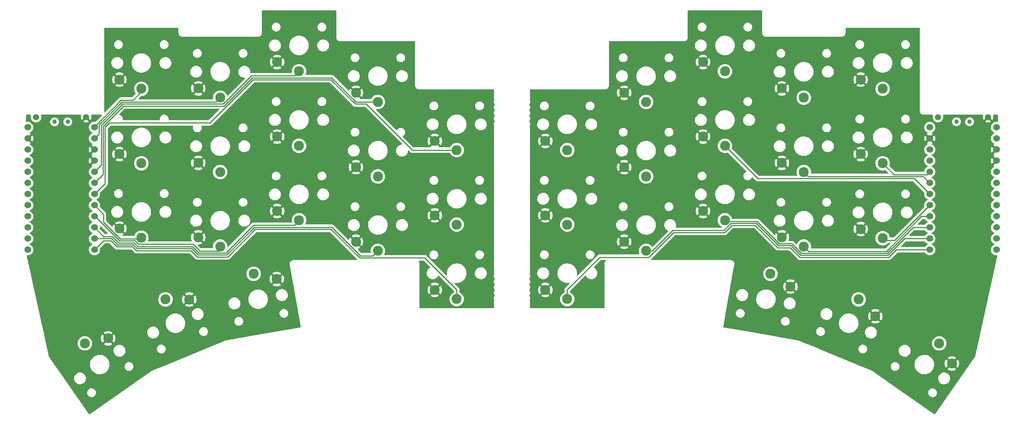
<source format=gtl>
%TF.GenerationSoftware,KiCad,Pcbnew,(6.0.4)*%
%TF.CreationDate,2022-09-24T19:54:14+02:00*%
%TF.ProjectId,MyKeeb,4d794b65-6562-42e6-9b69-6361645f7063,rev?*%
%TF.SameCoordinates,Original*%
%TF.FileFunction,Copper,L1,Top*%
%TF.FilePolarity,Positive*%
%FSLAX46Y46*%
G04 Gerber Fmt 4.6, Leading zero omitted, Abs format (unit mm)*
G04 Created by KiCad (PCBNEW (6.0.4)) date 2022-09-24 19:54:14*
%MOMM*%
%LPD*%
G01*
G04 APERTURE LIST*
%TA.AperFunction,ComponentPad*%
%ADD10C,1.397000*%
%TD*%
%TA.AperFunction,ComponentPad*%
%ADD11C,2.282000*%
%TD*%
%TA.AperFunction,ComponentPad*%
%ADD12C,1.524000*%
%TD*%
%TA.AperFunction,WasherPad*%
%ADD13C,1.000000*%
%TD*%
%TA.AperFunction,Conductor*%
%ADD14C,0.250000*%
%TD*%
G04 APERTURE END LIST*
D10*
%TO.P,Bat+1,1,1*%
%TO.N,BT+*%
X250105082Y-72891423D03*
%TD*%
D11*
%TO.P,SWr_12,1,1*%
%TO.N,Switch12_r*%
X86248190Y-102425989D03*
%TO.P,SWr_12,2,2*%
%TO.N,gnd_r*%
X81248190Y-100325989D03*
%TD*%
%TO.P,SWr_16,1,1*%
%TO.N,Switch16_r*%
X55366279Y-124544648D03*
%TO.P,SWr_16,2,2*%
%TO.N,gnd_r*%
X60666550Y-123396985D03*
%TD*%
D12*
%TO.P,U2,1,TX*%
%TO.N,Switch1_r*%
X57532540Y-75222100D03*
%TO.P,U2,2,RX*%
%TO.N,Switch2_r*%
X57532540Y-77762100D03*
%TO.P,U2,3,GND*%
%TO.N,gnd_r*%
X57532540Y-80302100D03*
%TO.P,U2,4,GND*%
X57532540Y-82842100D03*
%TO.P,U2,5,SDA*%
%TO.N,Switch3_r*%
X57532540Y-85382100D03*
%TO.P,U2,6,SCL*%
%TO.N,Switch4_r*%
X57532540Y-87922100D03*
%TO.P,U2,7,D4*%
%TO.N,Switch5_r*%
X57532540Y-90462100D03*
%TO.P,U2,8,C6*%
%TO.N,Switch11_r*%
X57532540Y-93002100D03*
%TO.P,U2,9,D7*%
%TO.N,Switch12_r*%
X57532540Y-95542100D03*
%TO.P,U2,10,E6*%
%TO.N,Switch13_r*%
X57532540Y-98082100D03*
%TO.P,U2,11,B4*%
%TO.N,Switch14_r*%
X57532540Y-100622100D03*
%TO.P,U2,12,B5*%
%TO.N,Switch15_r*%
X57532540Y-103162100D03*
%TO.P,U2,13,B6*%
%TO.N,Switch16_r*%
X42312540Y-103162100D03*
%TO.P,U2,14,B2*%
%TO.N,Switch17_r*%
X42312540Y-100622100D03*
%TO.P,U2,15,B3*%
%TO.N,Switch18_r*%
X42312540Y-98082100D03*
%TO.P,U2,16,B1*%
%TO.N,Switch10_r*%
X42312540Y-95542100D03*
%TO.P,U2,17,F7*%
%TO.N,Switch9_r*%
X42312540Y-93002100D03*
%TO.P,U2,18,F6*%
%TO.N,Switch8_r*%
X42312540Y-90462100D03*
%TO.P,U2,19,F5*%
%TO.N,Switch7_r*%
X42312540Y-87922100D03*
%TO.P,U2,20,F4*%
%TO.N,Switch6_r*%
X42312540Y-85382100D03*
%TO.P,U2,21,VCC*%
%TO.N,unconnected-(U2-Pad21)*%
X42312540Y-82842100D03*
%TO.P,U2,22,RST*%
%TO.N,reset_r*%
X42312540Y-80302100D03*
%TO.P,U2,23,GND*%
%TO.N,gnd_r*%
X42312540Y-77762100D03*
%TO.P,U2,24,RAW*%
%TO.N,raw_r*%
X42312540Y-75222100D03*
%TD*%
D11*
%TO.P,SWr_11,1,1*%
%TO.N,Switch11_r*%
X68248190Y-100425989D03*
%TO.P,SWr_11,2,2*%
%TO.N,gnd_r*%
X63248190Y-98325989D03*
%TD*%
%TO.P,SWr_6,1,1*%
%TO.N,Switch6_r*%
X68248190Y-83425989D03*
%TO.P,SWr_6,2,2*%
%TO.N,gnd_r*%
X63248190Y-81325989D03*
%TD*%
%TO.P,SW4,1,1*%
%TO.N,Switch4*%
X183476912Y-69427032D03*
%TO.P,SW4,2,2*%
%TO.N,gnd*%
X178476912Y-67327032D03*
%TD*%
D13*
%TO.P,SW_POWERR1,*%
%TO.N,*%
X48446220Y-73961340D03*
X51446220Y-73961340D03*
%TD*%
D11*
%TO.P,SW10,1,1*%
%TO.N,Switch10*%
X165476912Y-97427032D03*
%TO.P,SW10,2,2*%
%TO.N,gnd*%
X160476912Y-95327032D03*
%TD*%
%TO.P,SWr_13,1,1*%
%TO.N,Switch13_r*%
X104248190Y-96425989D03*
%TO.P,SWr_13,2,2*%
%TO.N,gnd_r*%
X99248190Y-94325989D03*
%TD*%
%TO.P,SW18,1,1*%
%TO.N,Switch18*%
X211869549Y-108650969D03*
%TO.P,SW18,2,2*%
%TO.N,gnd*%
X216428926Y-111587307D03*
%TD*%
%TO.P,SWr_4,1,1*%
%TO.N,Switch4_r*%
X122248190Y-69425989D03*
%TO.P,SWr_4,2,2*%
%TO.N,gnd_r*%
X117248190Y-67325989D03*
%TD*%
%TO.P,SW9,1,1*%
%TO.N,Switch9*%
X183476912Y-86427032D03*
%TO.P,SW9,2,2*%
%TO.N,gnd*%
X178476912Y-84327032D03*
%TD*%
%TO.P,SWr_15,1,1*%
%TO.N,Switch15_r*%
X140248190Y-114425989D03*
%TO.P,SWr_15,2,2*%
%TO.N,gnd_r*%
X135248190Y-112325989D03*
%TD*%
D10*
%TO.P,BatGND2,1,1*%
%TO.N,gnd_r*%
X55653940Y-72900540D03*
%TD*%
D11*
%TO.P,SWr_3,1,1*%
%TO.N,Switch3_r*%
X104248190Y-62425989D03*
%TO.P,SWr_3,2,2*%
%TO.N,gnd_r*%
X99248190Y-60325989D03*
%TD*%
%TO.P,SW11,1,1*%
%TO.N,Switch11*%
X237476912Y-100533552D03*
%TO.P,SW11,2,2*%
%TO.N,gnd*%
X232476912Y-98433552D03*
%TD*%
D12*
%TO.P,U1,1,TX*%
%TO.N,Switch1*%
X263447782Y-75223143D03*
%TO.P,U1,2,RX*%
%TO.N,Switch2*%
X263447782Y-77763143D03*
%TO.P,U1,3,GND*%
%TO.N,gnd*%
X263447782Y-80303143D03*
%TO.P,U1,4,GND*%
X263447782Y-82843143D03*
%TO.P,U1,5,SDA*%
%TO.N,Switch3*%
X263447782Y-85383143D03*
%TO.P,U1,6,SCL*%
%TO.N,Switch4*%
X263447782Y-87923143D03*
%TO.P,U1,7,D4*%
%TO.N,Switch5*%
X263447782Y-90463143D03*
%TO.P,U1,8,C6*%
%TO.N,Switch9*%
X263447782Y-93003143D03*
%TO.P,U1,9,D7*%
%TO.N,Switch10*%
X263447782Y-95543143D03*
%TO.P,U1,10,E6*%
%TO.N,Switch18*%
X263447782Y-98083143D03*
%TO.P,U1,11,B4*%
%TO.N,Switch17*%
X263447782Y-100623143D03*
%TO.P,U1,12,B5*%
%TO.N,Switch16*%
X263447782Y-103163143D03*
%TO.P,U1,13,B6*%
%TO.N,Switch15*%
X248227782Y-103163143D03*
%TO.P,U1,14,B2*%
%TO.N,Switch14*%
X248227782Y-100623143D03*
%TO.P,U1,15,B3*%
%TO.N,Switch13*%
X248227782Y-98083143D03*
%TO.P,U1,16,B1*%
%TO.N,Switch12*%
X248227782Y-95543143D03*
%TO.P,U1,17,F7*%
%TO.N,Switch11*%
X248227782Y-93003143D03*
%TO.P,U1,18,F6*%
%TO.N,Switch8*%
X248227782Y-90463143D03*
%TO.P,U1,19,F5*%
%TO.N,Switch7*%
X248227782Y-87923143D03*
%TO.P,U1,20,F4*%
%TO.N,Switch6*%
X248227782Y-85383143D03*
%TO.P,U1,21,VCC*%
%TO.N,unconnected-(U1-Pad21)*%
X248227782Y-82843143D03*
%TO.P,U1,22,RST*%
%TO.N,reset*%
X248227782Y-80303143D03*
%TO.P,U1,23,GND*%
%TO.N,gnd*%
X248227782Y-77763143D03*
%TO.P,U1,24,RAW*%
%TO.N,raw*%
X248227782Y-75223143D03*
%TD*%
D11*
%TO.P,SWr_7,1,1*%
%TO.N,Switch7_r*%
X86248190Y-85425989D03*
%TO.P,SWr_7,2,2*%
%TO.N,gnd_r*%
X81248190Y-83325989D03*
%TD*%
%TO.P,SW1,1,1*%
%TO.N,Switch1*%
X237476912Y-66427032D03*
%TO.P,SW1,2,2*%
%TO.N,gnd*%
X232476912Y-64327032D03*
%TD*%
%TO.P,SWr_14,1,1*%
%TO.N,Switch14_r*%
X122248190Y-103425989D03*
%TO.P,SWr_14,2,2*%
%TO.N,gnd_r*%
X117248190Y-101325989D03*
%TD*%
%TO.P,SW6,1,1*%
%TO.N,Switch6*%
X237476912Y-83427032D03*
%TO.P,SW6,2,2*%
%TO.N,gnd*%
X232476912Y-81327032D03*
%TD*%
%TO.P,SW5,1,1*%
%TO.N,Switch5*%
X165476912Y-80427032D03*
%TO.P,SW5,2,2*%
%TO.N,gnd*%
X160476912Y-78327032D03*
%TD*%
%TO.P,SWr_9,1,1*%
%TO.N,Switch9_r*%
X122248190Y-86425989D03*
%TO.P,SWr_9,2,2*%
%TO.N,gnd_r*%
X117248190Y-84325989D03*
%TD*%
%TO.P,SW7,1,1*%
%TO.N,Switch7*%
X219476912Y-85427032D03*
%TO.P,SW7,2,2*%
%TO.N,gnd*%
X214476912Y-83327032D03*
%TD*%
%TO.P,SWr_8,1,1*%
%TO.N,Switch8_r*%
X104248190Y-79425989D03*
%TO.P,SWr_8,2,2*%
%TO.N,gnd_r*%
X99248190Y-77325989D03*
%TD*%
%TO.P,SWr_17,1,1*%
%TO.N,Switch17_r*%
X73769579Y-114500850D03*
%TO.P,SWr_17,2,2*%
%TO.N,gnd_r*%
X79192612Y-114527580D03*
%TD*%
D10*
%TO.P,Bat+r1,1,1*%
%TO.N,BT+_r*%
X44221400Y-72900540D03*
%TD*%
D11*
%TO.P,SW15,1,1*%
%TO.N,Switch15*%
X165476912Y-114427032D03*
%TO.P,SW15,2,2*%
%TO.N,gnd*%
X160476912Y-112327032D03*
%TD*%
%TO.P,SWr_10,1,1*%
%TO.N,Switch10_r*%
X140248190Y-97425989D03*
%TO.P,SWr_10,2,2*%
%TO.N,gnd_r*%
X135248190Y-95325989D03*
%TD*%
%TO.P,SW2,1,1*%
%TO.N,Switch2*%
X219476912Y-68427032D03*
%TO.P,SW2,2,2*%
%TO.N,gnd*%
X214476912Y-66327032D03*
%TD*%
%TO.P,SWr_5,1,1*%
%TO.N,Switch5_r*%
X140248190Y-80425989D03*
%TO.P,SWr_5,2,2*%
%TO.N,gnd_r*%
X135248190Y-78325989D03*
%TD*%
%TO.P,SWr_1,1,1*%
%TO.N,Switch1_r*%
X68248190Y-66425989D03*
%TO.P,SWr_1,2,2*%
%TO.N,gnd_r*%
X63248190Y-64325989D03*
%TD*%
%TO.P,SWr_2,1,1*%
%TO.N,Switch2_r*%
X86248190Y-68425989D03*
%TO.P,SWr_2,2,2*%
%TO.N,gnd_r*%
X81248190Y-66325989D03*
%TD*%
%TO.P,SW13,1,1*%
%TO.N,Switch13*%
X201476912Y-96427032D03*
%TO.P,SW13,2,2*%
%TO.N,gnd*%
X196476912Y-94327032D03*
%TD*%
%TO.P,SW3,1,1*%
%TO.N,Switch3*%
X201476912Y-62427032D03*
%TO.P,SW3,2,2*%
%TO.N,gnd*%
X196476912Y-60327032D03*
%TD*%
D13*
%TO.P,SW_POWER1,*%
%TO.N,*%
X257322982Y-73945523D03*
X254322982Y-73945523D03*
%TD*%
D11*
%TO.P,SWr_18,1,1*%
%TO.N,Switch18_r*%
X93890272Y-108649916D03*
%TO.P,SWr_18,2,2*%
%TO.N,gnd_r*%
X99178972Y-109849771D03*
%TD*%
%TO.P,SW14,1,1*%
%TO.N,Switch14*%
X183476912Y-103427032D03*
%TO.P,SW14,2,2*%
%TO.N,gnd*%
X178476912Y-101327032D03*
%TD*%
%TO.P,SW8,1,1*%
%TO.N,Switch8*%
X201476912Y-79427032D03*
%TO.P,SW8,2,2*%
%TO.N,gnd*%
X196476912Y-77327032D03*
%TD*%
%TO.P,SW16,1,1*%
%TO.N,Switch16*%
X250393532Y-124545725D03*
%TO.P,SW16,2,2*%
%TO.N,gnd*%
X253284782Y-129133827D03*
%TD*%
%TO.P,SW17,1,1*%
%TO.N,Switch17*%
X231990238Y-114501916D03*
%TO.P,SW17,2,2*%
%TO.N,gnd*%
X235806001Y-118355480D03*
%TD*%
%TO.P,SW12,1,1*%
%TO.N,Switch12*%
X219476912Y-102427032D03*
%TO.P,SW12,2,2*%
%TO.N,gnd*%
X214476912Y-100327032D03*
%TD*%
D10*
%TO.P,BatGND1,1,1*%
%TO.N,gnd*%
X261539422Y-72899043D03*
%TD*%
D14*
%TO.N,Switch6*%
X247624305Y-85986620D02*
X248227782Y-85383143D01*
X240036500Y-85986620D02*
X247624305Y-85986620D01*
X237476912Y-83427032D02*
X240036500Y-85986620D01*
%TO.N,Switch7*%
X246748519Y-86443880D02*
X248227782Y-87923143D01*
X220493760Y-86443880D02*
X246748519Y-86443880D01*
X219476912Y-85427032D02*
X220493760Y-86443880D01*
%TO.N,Switch8*%
X220223080Y-86893400D02*
X244658039Y-86893400D01*
X208942423Y-86892543D02*
X220222223Y-86892543D01*
X244658039Y-86893400D02*
X248227782Y-90463143D01*
X201476912Y-79427032D02*
X208942423Y-86892543D01*
X220222223Y-86892543D02*
X220223080Y-86893400D01*
%TO.N,Switch11*%
X237476912Y-100533552D02*
X237934803Y-100991443D01*
X240239482Y-100991443D02*
X248227782Y-93003143D01*
X237934803Y-100991443D02*
X240239482Y-100991443D01*
%TO.N,Switch12*%
X220594203Y-103544323D02*
X238322320Y-103544323D01*
X246323500Y-95543143D02*
X248227782Y-95543143D01*
X219476912Y-102427032D02*
X220594203Y-103544323D01*
X238322320Y-103544323D02*
X246323500Y-95543143D01*
%TO.N,Switch13*%
X215083948Y-101792543D02*
X215087488Y-101789003D01*
X201476912Y-96427032D02*
X201476912Y-96701383D01*
X208778716Y-96701383D02*
X213869876Y-101792543D01*
X201476912Y-96701383D02*
X208778716Y-96701383D01*
X244419218Y-98083143D02*
X248227782Y-98083143D01*
X213869876Y-101792543D02*
X215083948Y-101792543D01*
X218971176Y-103993843D02*
X238508518Y-103993843D01*
X215087488Y-101789003D02*
X216766336Y-101789003D01*
X216766336Y-101789003D02*
X218971176Y-103993843D01*
X238508518Y-103993843D02*
X244419218Y-98083143D01*
%TO.N,Switch14*%
X218784979Y-104443363D02*
X238694715Y-104443363D01*
X215273685Y-102238523D02*
X216580139Y-102238523D01*
X213683679Y-102242063D02*
X215270145Y-102242063D01*
X202825588Y-97150903D02*
X208592519Y-97150903D01*
X189574371Y-98766403D02*
X201210088Y-98766403D01*
X208592519Y-97150903D02*
X213683679Y-102242063D01*
X215270145Y-102242063D02*
X215273685Y-102238523D01*
X242514936Y-100623143D02*
X248227782Y-100623143D01*
X183476912Y-103427032D02*
X184913741Y-103427032D01*
X216580139Y-102238523D02*
X218784979Y-104443363D01*
X184913741Y-103427032D02*
X189574371Y-98766403D01*
X201210088Y-98766403D02*
X202825588Y-97150903D01*
X238694715Y-104443363D02*
X242514936Y-100623143D01*
%TO.N,Switch15*%
X172878393Y-104892543D02*
X184083948Y-104892543D01*
X203011786Y-97600423D02*
X208406321Y-97600423D01*
X184083948Y-104892543D02*
X189760568Y-99215923D01*
X165476912Y-112294024D02*
X172878393Y-104892543D01*
X208406321Y-97600423D02*
X213497482Y-102691583D01*
X213497482Y-102691583D02*
X216397482Y-102691583D01*
X165476912Y-114427032D02*
X165476912Y-112294024D01*
X216397482Y-102691583D02*
X218598782Y-104892883D01*
X201396286Y-99215923D02*
X203011786Y-97600423D01*
X240610653Y-103163143D02*
X248227782Y-103163143D01*
X238880913Y-104892883D02*
X240610653Y-103163143D01*
X189760568Y-99215923D02*
X201396286Y-99215923D01*
X218598782Y-104892883D02*
X238880913Y-104892883D01*
%TO.N,Switch1_r*%
X63612991Y-68992460D02*
X57532540Y-75072909D01*
X57532540Y-75072909D02*
X57532540Y-75222100D01*
X68282790Y-67063650D02*
X66353980Y-68992460D01*
X66353980Y-68992460D02*
X63612991Y-68992460D01*
X68282790Y-66425989D02*
X68282790Y-67063650D01*
%TO.N,Switch2_r*%
X85266799Y-69441980D02*
X63799189Y-69441980D01*
X58619051Y-74622116D02*
X58619051Y-76675589D01*
X58619051Y-76675589D02*
X57532540Y-77762100D01*
X63799189Y-69441980D02*
X58619051Y-74622116D01*
X86282790Y-68425989D02*
X85266799Y-69441980D01*
%TO.N,Switch3_r*%
X86938260Y-69891500D02*
X63985386Y-69891500D01*
X63985386Y-69891500D02*
X59068571Y-74808314D01*
X93387780Y-63441980D02*
X86938260Y-69891500D01*
X59068571Y-74808314D02*
X59068571Y-83846069D01*
X59068571Y-83846069D02*
X57532540Y-85382100D01*
X103266799Y-63441980D02*
X93387780Y-63441980D01*
X104282790Y-62425989D02*
X103266799Y-63441980D01*
%TO.N,Switch4_r*%
X117239667Y-69425989D02*
X111705178Y-63891500D01*
X64171583Y-70341020D02*
X59518091Y-74994512D01*
X59518091Y-74994512D02*
X59518091Y-85936549D01*
X122282790Y-69425989D02*
X117239667Y-69425989D01*
X59518091Y-85936549D02*
X57532540Y-87922100D01*
X111705178Y-63891500D02*
X93573977Y-63891500D01*
X93573977Y-63891500D02*
X87124457Y-70341020D01*
X87124457Y-70341020D02*
X64171583Y-70341020D01*
%TO.N,Switch5_r*%
X111518980Y-64341020D02*
X93760174Y-64341020D01*
X83905384Y-74195810D02*
X60952510Y-74195810D01*
X93760174Y-64341020D02*
X83905384Y-74195810D01*
X117053470Y-69875509D02*
X111518980Y-64341020D01*
X60952510Y-74195810D02*
X59967611Y-75180709D01*
X140284170Y-80425989D02*
X130100769Y-80425989D01*
X59967611Y-88027029D02*
X57532540Y-90462100D01*
X59967611Y-75180709D02*
X59967611Y-88027029D01*
X119550289Y-69875509D02*
X117053470Y-69875509D01*
X130100769Y-80425989D02*
X119550289Y-69875509D01*
%TO.N,Switch11_r*%
X68379310Y-100532509D02*
X68238859Y-100672960D01*
X63419112Y-100672960D02*
X59590940Y-96844788D01*
X59590940Y-95060500D02*
X57532540Y-93002100D01*
X68238859Y-100672960D02*
X63419112Y-100672960D01*
X59590940Y-96844788D02*
X59590940Y-95060500D01*
%TO.N,Switch12_r*%
X63232914Y-101122480D02*
X57652534Y-95542100D01*
X66776214Y-101122480D02*
X63232914Y-101122480D01*
X80010834Y-101891500D02*
X67545234Y-101891500D01*
X81578674Y-103459340D02*
X80010834Y-101891500D01*
X57652534Y-95542100D02*
X57532540Y-95542100D01*
X67545234Y-101891500D02*
X66776214Y-101122480D01*
X85945199Y-103459340D02*
X81578674Y-103459340D01*
X86248210Y-103156329D02*
X85945199Y-103459340D01*
%TO.N,Switch13_r*%
X103240059Y-97584320D02*
X93892766Y-97584320D01*
X104256810Y-96567569D02*
X103240059Y-97584320D01*
X66590016Y-101572000D02*
X63046716Y-101572000D01*
X81392477Y-103908860D02*
X79942076Y-102458460D01*
X59623020Y-100172580D02*
X57532540Y-98082100D01*
X61647296Y-100172580D02*
X59623020Y-100172580D01*
X93892766Y-97584320D02*
X87568226Y-103908860D01*
X79942076Y-102458460D02*
X67476477Y-102458460D01*
X87568226Y-103908860D02*
X81392477Y-103908860D01*
X67476477Y-102458460D02*
X66590016Y-101572000D01*
X63046716Y-101572000D02*
X61647296Y-100172580D01*
%TO.N,Switch14_r*%
X94078964Y-98033840D02*
X87754423Y-104358380D01*
X79755879Y-102907980D02*
X67290280Y-102907980D01*
X62860518Y-102021520D02*
X61461098Y-100622100D01*
X111724440Y-98033840D02*
X94078964Y-98033840D01*
X87754423Y-104358380D02*
X81206279Y-104358380D01*
X121109939Y-104564240D02*
X118254840Y-104564240D01*
X66403819Y-102021520D02*
X62860518Y-102021520D01*
X67290280Y-102907980D02*
X66403819Y-102021520D01*
X122308590Y-103550029D02*
X122124150Y-103550029D01*
X118254840Y-104564240D02*
X111724440Y-98033840D01*
X122124150Y-103550029D02*
X121109939Y-104564240D01*
X81206279Y-104358380D02*
X79755879Y-102907980D01*
X61461098Y-100622100D02*
X57532540Y-100622100D01*
%TO.N,Switch15_r*%
X118068642Y-105013760D02*
X111538242Y-98483360D01*
X66217622Y-102471040D02*
X62674320Y-102471040D01*
X87940620Y-104807900D02*
X81020081Y-104807900D01*
X59626560Y-101071620D02*
X57536080Y-103162100D01*
X62674320Y-102471040D02*
X61274900Y-101071620D01*
X94265160Y-98483360D02*
X87940620Y-104807900D01*
X61274900Y-101071620D02*
X59626560Y-101071620D01*
X132968969Y-105013760D02*
X118068642Y-105013760D01*
X81020081Y-104807900D02*
X79569681Y-103357500D01*
X140248640Y-114549579D02*
X140248640Y-112293431D01*
X57536080Y-103162100D02*
X57532540Y-103162100D01*
X67104083Y-103357500D02*
X66217622Y-102471040D01*
X79569681Y-103357500D02*
X67104083Y-103357500D01*
X111538242Y-98483360D02*
X94265160Y-98483360D01*
X140248640Y-112293431D02*
X132968969Y-105013760D01*
%TD*%
%TA.AperFunction,Conductor*%
%TO.N,gnd_r*%
G36*
X59056342Y-72330916D02*
G01*
X59123261Y-72336855D01*
X59179360Y-72380368D01*
X59203029Y-72447303D01*
X59186753Y-72516408D01*
X59166310Y-72543235D01*
X57785821Y-73923724D01*
X57723509Y-73957750D01*
X57685745Y-73960150D01*
X57538015Y-73947226D01*
X57532540Y-73946747D01*
X57311077Y-73966122D01*
X57217814Y-73991112D01*
X57101654Y-74022237D01*
X57101652Y-74022238D01*
X57096344Y-74023660D01*
X57091363Y-74025982D01*
X57091362Y-74025983D01*
X56899851Y-74115286D01*
X56899846Y-74115289D01*
X56894864Y-74117612D01*
X56890357Y-74120768D01*
X56890355Y-74120769D01*
X56717270Y-74241964D01*
X56717267Y-74241966D01*
X56712759Y-74245123D01*
X56555563Y-74402319D01*
X56552406Y-74406827D01*
X56552404Y-74406830D01*
X56433390Y-74576800D01*
X56428052Y-74584424D01*
X56425729Y-74589406D01*
X56425726Y-74589411D01*
X56367111Y-74715112D01*
X56334100Y-74785904D01*
X56332678Y-74791212D01*
X56332677Y-74791214D01*
X56321946Y-74831263D01*
X56276562Y-75000637D01*
X56257187Y-75222100D01*
X56276562Y-75443563D01*
X56306981Y-75557087D01*
X56327918Y-75635223D01*
X56334100Y-75658296D01*
X56336422Y-75663277D01*
X56336423Y-75663278D01*
X56425726Y-75854789D01*
X56425729Y-75854794D01*
X56428052Y-75859776D01*
X56431208Y-75864283D01*
X56431209Y-75864285D01*
X56537970Y-76016755D01*
X56555563Y-76041881D01*
X56712759Y-76199077D01*
X56717267Y-76202234D01*
X56717270Y-76202236D01*
X56729215Y-76210600D01*
X56894863Y-76326588D01*
X56899845Y-76328911D01*
X56899850Y-76328914D01*
X57004913Y-76377905D01*
X57058198Y-76424822D01*
X57077659Y-76493099D01*
X57057117Y-76561059D01*
X57004913Y-76606295D01*
X56899851Y-76655286D01*
X56899846Y-76655289D01*
X56894864Y-76657612D01*
X56890357Y-76660768D01*
X56890355Y-76660769D01*
X56717270Y-76781964D01*
X56717267Y-76781966D01*
X56712759Y-76785123D01*
X56555563Y-76942319D01*
X56552406Y-76946827D01*
X56552404Y-76946830D01*
X56497002Y-77025953D01*
X56428052Y-77124424D01*
X56425729Y-77129406D01*
X56425726Y-77129411D01*
X56338108Y-77317309D01*
X56334100Y-77325904D01*
X56332678Y-77331212D01*
X56332677Y-77331214D01*
X56326437Y-77354503D01*
X56276562Y-77540637D01*
X56257187Y-77762100D01*
X56276562Y-77983563D01*
X56315037Y-78127151D01*
X56332247Y-78191379D01*
X56334100Y-78198296D01*
X56336422Y-78203277D01*
X56336423Y-78203278D01*
X56425726Y-78394789D01*
X56425729Y-78394794D01*
X56428052Y-78399776D01*
X56431208Y-78404283D01*
X56431209Y-78404285D01*
X56540950Y-78561011D01*
X56555563Y-78581881D01*
X56712759Y-78739077D01*
X56717267Y-78742234D01*
X56717270Y-78742236D01*
X56757380Y-78770321D01*
X56894863Y-78866588D01*
X56899845Y-78868911D01*
X56899850Y-78868914D01*
X57005505Y-78918181D01*
X57058790Y-78965098D01*
X57078251Y-79033375D01*
X57057709Y-79101335D01*
X57005505Y-79146571D01*
X56900099Y-79195723D01*
X56890608Y-79201203D01*
X56846775Y-79231894D01*
X56838400Y-79242371D01*
X56845468Y-79255818D01*
X57802655Y-80213005D01*
X57836681Y-80275317D01*
X57831616Y-80346132D01*
X57802655Y-80391195D01*
X56844747Y-81349103D01*
X56838317Y-81360877D01*
X56847614Y-81372893D01*
X56890609Y-81402998D01*
X56900095Y-81408476D01*
X57006097Y-81457905D01*
X57059382Y-81504822D01*
X57078843Y-81573099D01*
X57058301Y-81641059D01*
X57006097Y-81686295D01*
X56900099Y-81735723D01*
X56890608Y-81741203D01*
X56846775Y-81771894D01*
X56838400Y-81782371D01*
X56845468Y-81795818D01*
X57802655Y-82753005D01*
X57836681Y-82815317D01*
X57831616Y-82886132D01*
X57802655Y-82931195D01*
X56844747Y-83889103D01*
X56838317Y-83900877D01*
X56847614Y-83912893D01*
X56890609Y-83942998D01*
X56900095Y-83948476D01*
X57005505Y-83997629D01*
X57058790Y-84044546D01*
X57078251Y-84112823D01*
X57057709Y-84180783D01*
X57005505Y-84226019D01*
X56899851Y-84275286D01*
X56899846Y-84275289D01*
X56894864Y-84277612D01*
X56890357Y-84280768D01*
X56890355Y-84280769D01*
X56717270Y-84401964D01*
X56717267Y-84401966D01*
X56712759Y-84405123D01*
X56555563Y-84562319D01*
X56552406Y-84566827D01*
X56552404Y-84566830D01*
X56431209Y-84739915D01*
X56428052Y-84744424D01*
X56425729Y-84749406D01*
X56425726Y-84749411D01*
X56350788Y-84910116D01*
X56334100Y-84945904D01*
X56276562Y-85160637D01*
X56257187Y-85382100D01*
X56276562Y-85603563D01*
X56298337Y-85684826D01*
X56328452Y-85797216D01*
X56334100Y-85818296D01*
X56336422Y-85823277D01*
X56336423Y-85823278D01*
X56425726Y-86014789D01*
X56425729Y-86014794D01*
X56428052Y-86019776D01*
X56431208Y-86024283D01*
X56431209Y-86024285D01*
X56538848Y-86178009D01*
X56555563Y-86201881D01*
X56712759Y-86359077D01*
X56717267Y-86362234D01*
X56717270Y-86362236D01*
X56769116Y-86398539D01*
X56894863Y-86486588D01*
X56899845Y-86488911D01*
X56899850Y-86488914D01*
X57004913Y-86537905D01*
X57058198Y-86584822D01*
X57077659Y-86653099D01*
X57057117Y-86721059D01*
X57004913Y-86766295D01*
X56899851Y-86815286D01*
X56899846Y-86815289D01*
X56894864Y-86817612D01*
X56890357Y-86820768D01*
X56890355Y-86820769D01*
X56717270Y-86941964D01*
X56717267Y-86941966D01*
X56712759Y-86945123D01*
X56555563Y-87102319D01*
X56552406Y-87106827D01*
X56552404Y-87106830D01*
X56431209Y-87279915D01*
X56428052Y-87284424D01*
X56425729Y-87289406D01*
X56425726Y-87289411D01*
X56374839Y-87398539D01*
X56334100Y-87485904D01*
X56276562Y-87700637D01*
X56257187Y-87922100D01*
X56276562Y-88143563D01*
X56293071Y-88205174D01*
X56326462Y-88329789D01*
X56334100Y-88358296D01*
X56336422Y-88363277D01*
X56336423Y-88363278D01*
X56425726Y-88554789D01*
X56425729Y-88554794D01*
X56428052Y-88559776D01*
X56555563Y-88741881D01*
X56712759Y-88899077D01*
X56717267Y-88902234D01*
X56717270Y-88902236D01*
X56721099Y-88904917D01*
X56894863Y-89026588D01*
X56899845Y-89028911D01*
X56899850Y-89028914D01*
X57004913Y-89077905D01*
X57058198Y-89124822D01*
X57077659Y-89193099D01*
X57057117Y-89261059D01*
X57004913Y-89306295D01*
X56899851Y-89355286D01*
X56899846Y-89355289D01*
X56894864Y-89357612D01*
X56890357Y-89360768D01*
X56890355Y-89360769D01*
X56717270Y-89481964D01*
X56717267Y-89481966D01*
X56712759Y-89485123D01*
X56555563Y-89642319D01*
X56552406Y-89646827D01*
X56552404Y-89646830D01*
X56443211Y-89802775D01*
X56428052Y-89824424D01*
X56425729Y-89829406D01*
X56425726Y-89829411D01*
X56350324Y-89991112D01*
X56334100Y-90025904D01*
X56276562Y-90240637D01*
X56257187Y-90462100D01*
X56276562Y-90683563D01*
X56334100Y-90898296D01*
X56336422Y-90903277D01*
X56336423Y-90903278D01*
X56425726Y-91094789D01*
X56425729Y-91094794D01*
X56428052Y-91099776D01*
X56431208Y-91104283D01*
X56431209Y-91104285D01*
X56549716Y-91273530D01*
X56555563Y-91281881D01*
X56712759Y-91439077D01*
X56717267Y-91442234D01*
X56717270Y-91442236D01*
X56737550Y-91456436D01*
X56894863Y-91566588D01*
X56899845Y-91568911D01*
X56899850Y-91568914D01*
X57004913Y-91617905D01*
X57058198Y-91664822D01*
X57077659Y-91733099D01*
X57057117Y-91801059D01*
X57004913Y-91846295D01*
X56899851Y-91895286D01*
X56899846Y-91895289D01*
X56894864Y-91897612D01*
X56890357Y-91900768D01*
X56890355Y-91900769D01*
X56717270Y-92021964D01*
X56717267Y-92021966D01*
X56712759Y-92025123D01*
X56555563Y-92182319D01*
X56552406Y-92186827D01*
X56552404Y-92186830D01*
X56431209Y-92359915D01*
X56428052Y-92364424D01*
X56425729Y-92369406D01*
X56425726Y-92369411D01*
X56361349Y-92507468D01*
X56334100Y-92565904D01*
X56332678Y-92571212D01*
X56332677Y-92571214D01*
X56330856Y-92578010D01*
X56276562Y-92780637D01*
X56257187Y-93002100D01*
X56276562Y-93223563D01*
X56334100Y-93438296D01*
X56336422Y-93443277D01*
X56336423Y-93443278D01*
X56425726Y-93634789D01*
X56425729Y-93634794D01*
X56428052Y-93639776D01*
X56431208Y-93644283D01*
X56431209Y-93644285D01*
X56548508Y-93811805D01*
X56555563Y-93821881D01*
X56712759Y-93979077D01*
X56717267Y-93982234D01*
X56717270Y-93982236D01*
X56768067Y-94017804D01*
X56894863Y-94106588D01*
X56899845Y-94108911D01*
X56899850Y-94108914D01*
X57004913Y-94157905D01*
X57058198Y-94204822D01*
X57077659Y-94273099D01*
X57057117Y-94341059D01*
X57004913Y-94386295D01*
X56899851Y-94435286D01*
X56899846Y-94435289D01*
X56894864Y-94437612D01*
X56890357Y-94440768D01*
X56890355Y-94440769D01*
X56717270Y-94561964D01*
X56717267Y-94561966D01*
X56712759Y-94565123D01*
X56555563Y-94722319D01*
X56552406Y-94726827D01*
X56552404Y-94726830D01*
X56431209Y-94899915D01*
X56428052Y-94904424D01*
X56425729Y-94909406D01*
X56425726Y-94909411D01*
X56342734Y-95087389D01*
X56334100Y-95105904D01*
X56332678Y-95111212D01*
X56332677Y-95111214D01*
X56317839Y-95166589D01*
X56276562Y-95320637D01*
X56257187Y-95542100D01*
X56276562Y-95763563D01*
X56311249Y-95893014D01*
X56326474Y-95949834D01*
X56334100Y-95978296D01*
X56336422Y-95983277D01*
X56336423Y-95983278D01*
X56425726Y-96174789D01*
X56425729Y-96174794D01*
X56428052Y-96179776D01*
X56431208Y-96184283D01*
X56431209Y-96184285D01*
X56550855Y-96355157D01*
X56555563Y-96361881D01*
X56712759Y-96519077D01*
X56717267Y-96522234D01*
X56717270Y-96522236D01*
X56728634Y-96530193D01*
X56894863Y-96646588D01*
X56899845Y-96648911D01*
X56899850Y-96648914D01*
X57004913Y-96697905D01*
X57058198Y-96744822D01*
X57077659Y-96813099D01*
X57057117Y-96881059D01*
X57004913Y-96926295D01*
X56899851Y-96975286D01*
X56899846Y-96975289D01*
X56894864Y-96977612D01*
X56890357Y-96980768D01*
X56890355Y-96980769D01*
X56717270Y-97101964D01*
X56717267Y-97101966D01*
X56712759Y-97105123D01*
X56555563Y-97262319D01*
X56552406Y-97266827D01*
X56552404Y-97266830D01*
X56435566Y-97433693D01*
X56428052Y-97444424D01*
X56425729Y-97449406D01*
X56425726Y-97449411D01*
X56349477Y-97612928D01*
X56334100Y-97645904D01*
X56276562Y-97860637D01*
X56257187Y-98082100D01*
X56276562Y-98303563D01*
X56286908Y-98342175D01*
X56331199Y-98507468D01*
X56334100Y-98518296D01*
X56336422Y-98523277D01*
X56336423Y-98523278D01*
X56425726Y-98714789D01*
X56425729Y-98714794D01*
X56428052Y-98719776D01*
X56431208Y-98724283D01*
X56431209Y-98724285D01*
X56543858Y-98885164D01*
X56555563Y-98901881D01*
X56712759Y-99059077D01*
X56717267Y-99062234D01*
X56717270Y-99062236D01*
X56793035Y-99115287D01*
X56894863Y-99186588D01*
X56899845Y-99188911D01*
X56899850Y-99188914D01*
X57004913Y-99237905D01*
X57058198Y-99284822D01*
X57077659Y-99353099D01*
X57057117Y-99421059D01*
X57004913Y-99466295D01*
X56899851Y-99515286D01*
X56899846Y-99515289D01*
X56894864Y-99517612D01*
X56890357Y-99520768D01*
X56890355Y-99520769D01*
X56717270Y-99641964D01*
X56717267Y-99641966D01*
X56712759Y-99645123D01*
X56555563Y-99802319D01*
X56552406Y-99806827D01*
X56552404Y-99806830D01*
X56444047Y-99961581D01*
X56428052Y-99984424D01*
X56425729Y-99989406D01*
X56425726Y-99989411D01*
X56342844Y-100167152D01*
X56334100Y-100185904D01*
X56276562Y-100400637D01*
X56257187Y-100622100D01*
X56276562Y-100843563D01*
X56334100Y-101058296D01*
X56336422Y-101063277D01*
X56336423Y-101063278D01*
X56425726Y-101254789D01*
X56425729Y-101254794D01*
X56428052Y-101259776D01*
X56431208Y-101264283D01*
X56431209Y-101264285D01*
X56481123Y-101335569D01*
X56555563Y-101441881D01*
X56712759Y-101599077D01*
X56717267Y-101602234D01*
X56717270Y-101602236D01*
X56785099Y-101649730D01*
X56894863Y-101726588D01*
X56899845Y-101728911D01*
X56899850Y-101728914D01*
X57004913Y-101777905D01*
X57058198Y-101824822D01*
X57077659Y-101893099D01*
X57057117Y-101961059D01*
X57004913Y-102006295D01*
X56899851Y-102055286D01*
X56899846Y-102055289D01*
X56894864Y-102057612D01*
X56890357Y-102060768D01*
X56890355Y-102060769D01*
X56717270Y-102181964D01*
X56717267Y-102181966D01*
X56712759Y-102185123D01*
X56555563Y-102342319D01*
X56552406Y-102346827D01*
X56552404Y-102346830D01*
X56444637Y-102500738D01*
X56428052Y-102524424D01*
X56425729Y-102529406D01*
X56425726Y-102529411D01*
X56344704Y-102703163D01*
X56334100Y-102725904D01*
X56276562Y-102940637D01*
X56257187Y-103162100D01*
X56276562Y-103383563D01*
X56334100Y-103598296D01*
X56336422Y-103603277D01*
X56336423Y-103603278D01*
X56425726Y-103794789D01*
X56425729Y-103794794D01*
X56428052Y-103799776D01*
X56431208Y-103804283D01*
X56431209Y-103804285D01*
X56547721Y-103970681D01*
X56555563Y-103981881D01*
X56712759Y-104139077D01*
X56717267Y-104142234D01*
X56717270Y-104142236D01*
X56783235Y-104188425D01*
X56894863Y-104266588D01*
X56899845Y-104268911D01*
X56899850Y-104268914D01*
X56980673Y-104306602D01*
X57096344Y-104360540D01*
X57101652Y-104361962D01*
X57101654Y-104361963D01*
X57127525Y-104368895D01*
X57311077Y-104418078D01*
X57532540Y-104437453D01*
X57754003Y-104418078D01*
X57937555Y-104368895D01*
X57963426Y-104361963D01*
X57963428Y-104361962D01*
X57968736Y-104360540D01*
X58084407Y-104306602D01*
X58165230Y-104268914D01*
X58165235Y-104268911D01*
X58170217Y-104266588D01*
X58281845Y-104188425D01*
X58347810Y-104142236D01*
X58347813Y-104142234D01*
X58352321Y-104139077D01*
X58509517Y-103981881D01*
X58517360Y-103970681D01*
X58633871Y-103804285D01*
X58633872Y-103804283D01*
X58637028Y-103799776D01*
X58639351Y-103794794D01*
X58639354Y-103794789D01*
X58728657Y-103603278D01*
X58728658Y-103603277D01*
X58730980Y-103598296D01*
X58788518Y-103383563D01*
X58807893Y-103162100D01*
X58788518Y-102940637D01*
X58778802Y-102904376D01*
X58780492Y-102833399D01*
X58811414Y-102782670D01*
X59852059Y-101742025D01*
X59914371Y-101707999D01*
X59941154Y-101705120D01*
X60960306Y-101705120D01*
X61028427Y-101725122D01*
X61049401Y-101742025D01*
X61645797Y-102338422D01*
X62170668Y-102863293D01*
X62178208Y-102871579D01*
X62182320Y-102878058D01*
X62188097Y-102883483D01*
X62231971Y-102924683D01*
X62234813Y-102927438D01*
X62254550Y-102947175D01*
X62257747Y-102949655D01*
X62266767Y-102957358D01*
X62298999Y-102987626D01*
X62305945Y-102991445D01*
X62305948Y-102991447D01*
X62316754Y-102997388D01*
X62333273Y-103008239D01*
X62349279Y-103020654D01*
X62356548Y-103023799D01*
X62356552Y-103023802D01*
X62389857Y-103038214D01*
X62400507Y-103043431D01*
X62439260Y-103064735D01*
X62446935Y-103066706D01*
X62446936Y-103066706D01*
X62458882Y-103069773D01*
X62477587Y-103076177D01*
X62496175Y-103084221D01*
X62503998Y-103085460D01*
X62504008Y-103085463D01*
X62539844Y-103091139D01*
X62551464Y-103093545D01*
X62586609Y-103102568D01*
X62594290Y-103104540D01*
X62614544Y-103104540D01*
X62634254Y-103106091D01*
X62654263Y-103109260D01*
X62662155Y-103108514D01*
X62698281Y-103105099D01*
X62710139Y-103104540D01*
X65903026Y-103104540D01*
X65971147Y-103124542D01*
X65992121Y-103141444D01*
X66600436Y-103749758D01*
X66607972Y-103758040D01*
X66612083Y-103764518D01*
X66617861Y-103769944D01*
X66661719Y-103811130D01*
X66664558Y-103813881D01*
X66684313Y-103833635D01*
X66687447Y-103836066D01*
X66687520Y-103836123D01*
X66696525Y-103843815D01*
X66728762Y-103874086D01*
X66735707Y-103877904D01*
X66735710Y-103877906D01*
X66746515Y-103883846D01*
X66763042Y-103894702D01*
X66779042Y-103907113D01*
X66819626Y-103924676D01*
X66830256Y-103929883D01*
X66869023Y-103951195D01*
X66876700Y-103953166D01*
X66876705Y-103953168D01*
X66888641Y-103956232D01*
X66907349Y-103962637D01*
X66925938Y-103970681D01*
X66933763Y-103971920D01*
X66933765Y-103971921D01*
X66969602Y-103977597D01*
X66981223Y-103980004D01*
X67016372Y-103989028D01*
X67024053Y-103991000D01*
X67044314Y-103991000D01*
X67064023Y-103992551D01*
X67084026Y-103995719D01*
X67091918Y-103994973D01*
X67097145Y-103994479D01*
X67128037Y-103991559D01*
X67139894Y-103991000D01*
X79255087Y-103991000D01*
X79323208Y-104011002D01*
X79344182Y-104027905D01*
X80516424Y-105200147D01*
X80523968Y-105208437D01*
X80528081Y-105214918D01*
X80533858Y-105220343D01*
X80577748Y-105261558D01*
X80580590Y-105264313D01*
X80600311Y-105284034D01*
X80603506Y-105286512D01*
X80612528Y-105294218D01*
X80644760Y-105324486D01*
X80651709Y-105328306D01*
X80662513Y-105334246D01*
X80679037Y-105345099D01*
X80695040Y-105357513D01*
X80735624Y-105375076D01*
X80746254Y-105380283D01*
X80785021Y-105401595D01*
X80792698Y-105403566D01*
X80792703Y-105403568D01*
X80804639Y-105406632D01*
X80823347Y-105413037D01*
X80841936Y-105421081D01*
X80849761Y-105422320D01*
X80849763Y-105422321D01*
X80885600Y-105427997D01*
X80897221Y-105430404D01*
X80929040Y-105438573D01*
X80940051Y-105441400D01*
X80960312Y-105441400D01*
X80980021Y-105442951D01*
X81000024Y-105446119D01*
X81007916Y-105445373D01*
X81013143Y-105444879D01*
X81044035Y-105441959D01*
X81055892Y-105441400D01*
X87861853Y-105441400D01*
X87873036Y-105441927D01*
X87880529Y-105443602D01*
X87888455Y-105443353D01*
X87888456Y-105443353D01*
X87948606Y-105441462D01*
X87952565Y-105441400D01*
X87980476Y-105441400D01*
X87984411Y-105440903D01*
X87984476Y-105440895D01*
X87996313Y-105439962D01*
X88028571Y-105438948D01*
X88032590Y-105438822D01*
X88040509Y-105438573D01*
X88059963Y-105432921D01*
X88079320Y-105428913D01*
X88091550Y-105427368D01*
X88091551Y-105427368D01*
X88099417Y-105426374D01*
X88106788Y-105423455D01*
X88106790Y-105423455D01*
X88140532Y-105410096D01*
X88151762Y-105406251D01*
X88186603Y-105396129D01*
X88186604Y-105396129D01*
X88194213Y-105393918D01*
X88201032Y-105389885D01*
X88201037Y-105389883D01*
X88211648Y-105383607D01*
X88229396Y-105374912D01*
X88248237Y-105367452D01*
X88268607Y-105352653D01*
X88284007Y-105341464D01*
X88293927Y-105334948D01*
X88325155Y-105316480D01*
X88325158Y-105316478D01*
X88331982Y-105312442D01*
X88346303Y-105298121D01*
X88361337Y-105285280D01*
X88363052Y-105284034D01*
X88377727Y-105273372D01*
X88405918Y-105239295D01*
X88413908Y-105230516D01*
X94490659Y-99153765D01*
X94552971Y-99119739D01*
X94579754Y-99116860D01*
X111223648Y-99116860D01*
X111291769Y-99136862D01*
X111312743Y-99153765D01*
X117462712Y-105303734D01*
X117496738Y-105366046D01*
X117491673Y-105436861D01*
X117449126Y-105493697D01*
X117382606Y-105518508D01*
X117373624Y-105518829D01*
X103038588Y-105519631D01*
X103019567Y-105518188D01*
X102999745Y-105515162D01*
X102999737Y-105515161D01*
X102994927Y-105514427D01*
X102990060Y-105514441D01*
X102990055Y-105514441D01*
X102988632Y-105514446D01*
X102982375Y-105514464D01*
X102977570Y-105515227D01*
X102977566Y-105515227D01*
X102951754Y-105519324D01*
X102945337Y-105520174D01*
X102823097Y-105533184D01*
X102669480Y-105578648D01*
X102526607Y-105651122D01*
X102522052Y-105654593D01*
X102403741Y-105744748D01*
X102403736Y-105744752D01*
X102399183Y-105748222D01*
X102291404Y-105866750D01*
X102206819Y-106002804D01*
X102148212Y-106151902D01*
X102117513Y-106309137D01*
X102117449Y-106314864D01*
X102117449Y-106314868D01*
X102116908Y-106363603D01*
X102116908Y-106363635D01*
X102114067Y-106363603D01*
X102114440Y-106366143D01*
X102116239Y-106366106D01*
X102116614Y-106384476D01*
X102116632Y-106388448D01*
X102116312Y-106417244D01*
X102115844Y-106426783D01*
X102113216Y-106456940D01*
X102114064Y-106469464D01*
X102115134Y-106474204D01*
X102115134Y-106474205D01*
X102126994Y-106526749D01*
X102128163Y-106532565D01*
X104633618Y-120713027D01*
X104636985Y-120732086D01*
X104629140Y-120802648D01*
X104584392Y-120857768D01*
X104534715Y-120878108D01*
X95562606Y-122454681D01*
X87533200Y-123865603D01*
X87520985Y-123866370D01*
X87521030Y-123866845D01*
X87512097Y-123867686D01*
X87503127Y-123867251D01*
X87450835Y-123879830D01*
X87443190Y-123881419D01*
X87427293Y-123884213D01*
X87417300Y-123887482D01*
X87407614Y-123890227D01*
X87394312Y-123893427D01*
X87389814Y-123895279D01*
X87389804Y-123895282D01*
X87379996Y-123899320D01*
X87371210Y-123902561D01*
X87332446Y-123915243D01*
X87332444Y-123915244D01*
X87323913Y-123918035D01*
X87316506Y-123923110D01*
X87309220Y-123926706D01*
X87295631Y-123934053D01*
X73959542Y-129424304D01*
X70813183Y-130719609D01*
X70800733Y-130723205D01*
X70800831Y-130723506D01*
X70792298Y-130726279D01*
X70783450Y-130727815D01*
X70736267Y-130750980D01*
X70728730Y-130754377D01*
X70714858Y-130760088D01*
X70710988Y-130762370D01*
X70710986Y-130762371D01*
X70704783Y-130766028D01*
X70696320Y-130770592D01*
X70687359Y-130774992D01*
X70687354Y-130774995D01*
X70682987Y-130777139D01*
X70679008Y-130779925D01*
X70678998Y-130779931D01*
X70671257Y-130785352D01*
X70662990Y-130790672D01*
X70646939Y-130800137D01*
X70628892Y-130810778D01*
X70628890Y-130810779D01*
X70621161Y-130815337D01*
X70615021Y-130821881D01*
X70611592Y-130824626D01*
X70596543Y-130837667D01*
X56484570Y-140718950D01*
X56417297Y-140741638D01*
X56348436Y-140724353D01*
X56309105Y-140688033D01*
X53596346Y-136815856D01*
X52927704Y-135861440D01*
X55875655Y-135861440D01*
X55906149Y-136063074D01*
X55976564Y-136254458D01*
X56084025Y-136427774D01*
X56224141Y-136575943D01*
X56229371Y-136579605D01*
X56229372Y-136579606D01*
X56385955Y-136689246D01*
X56391188Y-136692910D01*
X56578343Y-136773899D01*
X56584591Y-136775204D01*
X56584590Y-136775204D01*
X56773215Y-136814611D01*
X56773219Y-136814611D01*
X56777960Y-136815602D01*
X56782797Y-136815855D01*
X56782801Y-136815856D01*
X56782867Y-136815859D01*
X56784639Y-136815952D01*
X56934394Y-136815952D01*
X57007040Y-136808573D01*
X57079961Y-136801166D01*
X57079962Y-136801166D01*
X57086310Y-136800521D01*
X57280905Y-136739538D01*
X57459264Y-136640673D01*
X57614100Y-136507962D01*
X57739088Y-136346828D01*
X57829123Y-136163853D01*
X57830733Y-136157673D01*
X57878917Y-135972693D01*
X57878917Y-135972690D01*
X57880527Y-135966511D01*
X57891199Y-135762864D01*
X57860705Y-135561230D01*
X57790290Y-135369846D01*
X57682829Y-135196530D01*
X57542713Y-135048361D01*
X57445852Y-134980538D01*
X57380899Y-134935058D01*
X57380898Y-134935057D01*
X57375666Y-134931394D01*
X57188511Y-134850405D01*
X57138054Y-134839864D01*
X56993639Y-134809693D01*
X56993635Y-134809693D01*
X56988894Y-134808702D01*
X56984057Y-134808449D01*
X56984053Y-134808448D01*
X56983987Y-134808445D01*
X56982215Y-134808352D01*
X56832460Y-134808352D01*
X56759814Y-134815731D01*
X56686893Y-134823138D01*
X56686892Y-134823138D01*
X56680544Y-134823783D01*
X56485949Y-134884766D01*
X56307590Y-134983631D01*
X56152754Y-135116342D01*
X56027766Y-135277476D01*
X55937731Y-135460451D01*
X55936122Y-135466629D01*
X55936121Y-135466631D01*
X55913042Y-135555234D01*
X55886327Y-135657793D01*
X55875655Y-135861440D01*
X52927704Y-135861440D01*
X50550369Y-132468047D01*
X52882244Y-132468047D01*
X52890898Y-132698583D01*
X52938272Y-132924365D01*
X53023011Y-133138937D01*
X53142691Y-133336164D01*
X53146188Y-133340194D01*
X53232812Y-133440019D01*
X53293891Y-133510407D01*
X53298022Y-133513794D01*
X53468159Y-133653299D01*
X53468165Y-133653303D01*
X53472287Y-133656683D01*
X53672779Y-133770809D01*
X53677795Y-133772630D01*
X53677800Y-133772632D01*
X53884619Y-133847704D01*
X53884623Y-133847705D01*
X53889634Y-133849524D01*
X53894883Y-133850473D01*
X53894886Y-133850474D01*
X54112567Y-133889837D01*
X54112574Y-133889838D01*
X54116651Y-133890575D01*
X54134388Y-133891411D01*
X54139336Y-133891645D01*
X54139343Y-133891645D01*
X54140824Y-133891715D01*
X54302969Y-133891715D01*
X54369925Y-133886034D01*
X54469606Y-133877576D01*
X54469610Y-133877575D01*
X54474917Y-133877125D01*
X54480072Y-133875787D01*
X54480078Y-133875786D01*
X54693047Y-133820510D01*
X54693051Y-133820509D01*
X54698216Y-133819168D01*
X54703082Y-133816976D01*
X54703085Y-133816975D01*
X54903693Y-133726608D01*
X54908559Y-133724416D01*
X54912979Y-133721440D01*
X54912983Y-133721438D01*
X55014192Y-133653299D01*
X55099929Y-133595577D01*
X55266856Y-133436337D01*
X55404565Y-133251249D01*
X55459349Y-133143498D01*
X55506702Y-133050361D01*
X55506702Y-133050360D01*
X55509121Y-133045603D01*
X55548387Y-132919146D01*
X55575949Y-132830385D01*
X55575950Y-132830379D01*
X55577533Y-132825282D01*
X55607844Y-132596583D01*
X55599190Y-132366047D01*
X55551816Y-132140265D01*
X55467077Y-131925693D01*
X55347397Y-131728466D01*
X55343900Y-131724436D01*
X55199697Y-131558256D01*
X55199695Y-131558254D01*
X55196197Y-131554223D01*
X55154062Y-131519675D01*
X55021929Y-131411331D01*
X55021923Y-131411327D01*
X55017801Y-131407947D01*
X54817309Y-131293821D01*
X54812293Y-131292000D01*
X54812288Y-131291998D01*
X54605469Y-131216926D01*
X54605465Y-131216925D01*
X54600454Y-131215106D01*
X54595205Y-131214157D01*
X54595202Y-131214156D01*
X54377521Y-131174793D01*
X54377514Y-131174792D01*
X54373437Y-131174055D01*
X54355700Y-131173219D01*
X54350752Y-131172985D01*
X54350745Y-131172985D01*
X54349264Y-131172915D01*
X54187119Y-131172915D01*
X54120163Y-131178596D01*
X54020482Y-131187054D01*
X54020478Y-131187055D01*
X54015171Y-131187505D01*
X54010016Y-131188843D01*
X54010010Y-131188844D01*
X53797041Y-131244120D01*
X53797037Y-131244121D01*
X53791872Y-131245462D01*
X53787006Y-131247654D01*
X53787003Y-131247655D01*
X53688565Y-131291998D01*
X53581529Y-131340214D01*
X53577109Y-131343190D01*
X53577105Y-131343192D01*
X53572122Y-131346547D01*
X53390159Y-131469053D01*
X53223232Y-131628293D01*
X53085523Y-131813381D01*
X53083108Y-131818131D01*
X53028421Y-131925693D01*
X52980967Y-132019027D01*
X52946761Y-132129188D01*
X52914139Y-132234245D01*
X52914138Y-132234251D01*
X52912555Y-132239348D01*
X52882244Y-132468047D01*
X50550369Y-132468047D01*
X49939749Y-131596451D01*
X48417992Y-129424304D01*
X56522894Y-129424304D01*
X56523257Y-129428452D01*
X56523257Y-129428456D01*
X56535911Y-129573092D01*
X56548632Y-129718494D01*
X56549542Y-129722566D01*
X56549543Y-129722571D01*
X56593814Y-129920628D01*
X56613052Y-130006695D01*
X56715024Y-130283844D01*
X56716971Y-130287537D01*
X56716972Y-130287539D01*
X56754486Y-130358690D01*
X56852754Y-130545072D01*
X56855174Y-130548477D01*
X57021399Y-130782380D01*
X57021404Y-130782386D01*
X57023823Y-130785790D01*
X57026667Y-130788840D01*
X57026672Y-130788846D01*
X57161383Y-130933306D01*
X57225226Y-131001769D01*
X57453425Y-131189213D01*
X57704409Y-131344830D01*
X57973770Y-131465886D01*
X58256775Y-131550253D01*
X58260895Y-131550906D01*
X58260897Y-131550906D01*
X58544972Y-131595900D01*
X58544978Y-131595901D01*
X58548453Y-131596451D01*
X58573012Y-131597566D01*
X58639397Y-131600581D01*
X58639418Y-131600581D01*
X58640817Y-131600645D01*
X58825281Y-131600645D01*
X59045044Y-131586048D01*
X59049143Y-131585222D01*
X59049147Y-131585221D01*
X59219331Y-131550906D01*
X59334531Y-131527678D01*
X59613755Y-131431533D01*
X59783469Y-131346547D01*
X59874075Y-131301175D01*
X59874077Y-131301174D01*
X59877811Y-131299304D01*
X60122058Y-131133313D01*
X60342207Y-130936477D01*
X60448569Y-130812383D01*
X60531669Y-130715429D01*
X60531672Y-130715425D01*
X60534389Y-130712255D01*
X60536663Y-130708753D01*
X60536667Y-130708748D01*
X60692950Y-130468094D01*
X60692953Y-130468089D01*
X60695229Y-130464584D01*
X60821899Y-130197817D01*
X60827157Y-130181442D01*
X60910895Y-129920628D01*
X60910895Y-129920627D01*
X60912175Y-129916641D01*
X60919973Y-129873302D01*
X64427603Y-129873302D01*
X64458097Y-130074936D01*
X64460303Y-130080931D01*
X64460303Y-130080932D01*
X64504700Y-130201599D01*
X64528512Y-130266320D01*
X64635973Y-130439636D01*
X64640354Y-130444269D01*
X64640355Y-130444270D01*
X64738898Y-130548477D01*
X64776089Y-130587805D01*
X64781319Y-130591467D01*
X64781320Y-130591468D01*
X64937903Y-130701108D01*
X64943136Y-130704772D01*
X65043728Y-130748302D01*
X65116819Y-130779931D01*
X65130291Y-130785761D01*
X65180748Y-130796302D01*
X65325163Y-130826473D01*
X65325167Y-130826473D01*
X65329908Y-130827464D01*
X65334745Y-130827717D01*
X65334749Y-130827718D01*
X65334815Y-130827721D01*
X65336587Y-130827814D01*
X65486342Y-130827814D01*
X65558988Y-130820435D01*
X65631909Y-130813028D01*
X65631910Y-130813028D01*
X65638258Y-130812383D01*
X65832853Y-130751400D01*
X66011212Y-130652535D01*
X66166048Y-130519824D01*
X66291036Y-130358690D01*
X66381071Y-130175715D01*
X66382681Y-130169535D01*
X66430865Y-129984555D01*
X66430865Y-129984552D01*
X66432475Y-129978373D01*
X66443147Y-129774726D01*
X66412653Y-129573092D01*
X66342238Y-129381708D01*
X66234777Y-129208392D01*
X66094661Y-129060223D01*
X65997800Y-128992400D01*
X65932847Y-128946920D01*
X65932846Y-128946919D01*
X65927614Y-128943256D01*
X65740459Y-128862267D01*
X65690002Y-128851726D01*
X65545587Y-128821555D01*
X65545583Y-128821555D01*
X65540842Y-128820564D01*
X65536005Y-128820311D01*
X65536001Y-128820310D01*
X65535935Y-128820307D01*
X65534163Y-128820214D01*
X65384408Y-128820214D01*
X65311762Y-128827593D01*
X65238841Y-128835000D01*
X65238840Y-128835000D01*
X65232492Y-128835645D01*
X65037897Y-128896628D01*
X64859538Y-128995493D01*
X64704702Y-129128204D01*
X64579714Y-129289338D01*
X64489679Y-129472313D01*
X64488070Y-129478491D01*
X64488069Y-129478493D01*
X64449648Y-129625995D01*
X64438275Y-129669655D01*
X64427603Y-129873302D01*
X60919973Y-129873302D01*
X60938846Y-129768408D01*
X60963731Y-129630104D01*
X60963732Y-129630099D01*
X60964470Y-129625995D01*
X60966586Y-129579409D01*
X60977677Y-129335156D01*
X60977677Y-129335151D01*
X60977866Y-129330986D01*
X60974223Y-129289338D01*
X60952492Y-129040957D01*
X60952128Y-129036796D01*
X60942896Y-128995493D01*
X60888620Y-128752673D01*
X60888618Y-128752666D01*
X60887708Y-128748595D01*
X60785736Y-128471446D01*
X60648006Y-128210218D01*
X60597185Y-128138706D01*
X60479361Y-127972910D01*
X60479356Y-127972904D01*
X60476937Y-127969500D01*
X60474093Y-127966450D01*
X60474088Y-127966444D01*
X60278380Y-127756573D01*
X60275534Y-127753521D01*
X60047335Y-127566077D01*
X59796351Y-127410460D01*
X59526990Y-127289404D01*
X59243985Y-127205037D01*
X59239865Y-127204384D01*
X59239863Y-127204384D01*
X58955788Y-127159390D01*
X58955782Y-127159389D01*
X58952307Y-127158839D01*
X58927748Y-127157724D01*
X58861363Y-127154709D01*
X58861342Y-127154709D01*
X58859943Y-127154645D01*
X58675479Y-127154645D01*
X58455716Y-127169242D01*
X58451617Y-127170068D01*
X58451613Y-127170069D01*
X58317886Y-127197033D01*
X58166229Y-127227612D01*
X57887005Y-127323757D01*
X57839907Y-127347342D01*
X57710594Y-127412097D01*
X57622949Y-127455986D01*
X57378702Y-127621977D01*
X57158553Y-127818813D01*
X57155836Y-127821983D01*
X57155835Y-127821984D01*
X57026476Y-127972910D01*
X56966371Y-128043035D01*
X56964097Y-128046537D01*
X56964093Y-128046542D01*
X56855402Y-128213911D01*
X56805531Y-128290706D01*
X56678861Y-128557473D01*
X56677582Y-128561456D01*
X56677581Y-128561459D01*
X56594473Y-128820310D01*
X56588585Y-128838649D01*
X56583880Y-128864801D01*
X56537234Y-129124050D01*
X56536290Y-129129295D01*
X56536101Y-129133462D01*
X56536100Y-129133469D01*
X56527320Y-129326834D01*
X56522894Y-129424304D01*
X48417992Y-129424304D01*
X47212368Y-127703404D01*
X47192530Y-127658291D01*
X46504609Y-124544648D01*
X53711678Y-124544648D01*
X53732049Y-124803485D01*
X53733203Y-124808292D01*
X53733204Y-124808298D01*
X53766347Y-124946346D01*
X53792660Y-125055948D01*
X53794553Y-125060519D01*
X53794554Y-125060521D01*
X53889577Y-125289925D01*
X53892019Y-125295821D01*
X54027679Y-125517198D01*
X54196299Y-125714628D01*
X54393729Y-125883248D01*
X54615106Y-126018908D01*
X54619676Y-126020801D01*
X54619680Y-126020803D01*
X54850406Y-126116373D01*
X54854979Y-126118267D01*
X54942749Y-126139339D01*
X55102629Y-126177723D01*
X55102635Y-126177724D01*
X55107442Y-126178878D01*
X55366279Y-126199249D01*
X55625116Y-126178878D01*
X55629923Y-126177724D01*
X55629929Y-126177723D01*
X55709140Y-126158706D01*
X61892916Y-126158706D01*
X61901570Y-126389242D01*
X61948944Y-126615024D01*
X62033683Y-126829596D01*
X62153363Y-127026823D01*
X62156860Y-127030853D01*
X62276948Y-127169242D01*
X62304563Y-127201066D01*
X62308694Y-127204453D01*
X62478831Y-127343958D01*
X62478837Y-127343962D01*
X62482959Y-127347342D01*
X62683451Y-127461468D01*
X62688467Y-127463289D01*
X62688472Y-127463291D01*
X62895291Y-127538363D01*
X62895295Y-127538364D01*
X62900306Y-127540183D01*
X62905555Y-127541132D01*
X62905558Y-127541133D01*
X63123239Y-127580496D01*
X63123246Y-127580497D01*
X63127323Y-127581234D01*
X63145060Y-127582070D01*
X63150008Y-127582304D01*
X63150015Y-127582304D01*
X63151496Y-127582374D01*
X63313641Y-127582374D01*
X63380597Y-127576693D01*
X63480278Y-127568235D01*
X63480282Y-127568234D01*
X63485589Y-127567784D01*
X63490744Y-127566446D01*
X63490750Y-127566445D01*
X63703719Y-127511169D01*
X63703723Y-127511168D01*
X63708888Y-127509827D01*
X63713754Y-127507635D01*
X63713757Y-127507634D01*
X63914365Y-127417267D01*
X63919231Y-127415075D01*
X63923651Y-127412099D01*
X63923655Y-127412097D01*
X64056888Y-127322398D01*
X64110601Y-127286236D01*
X64277528Y-127126996D01*
X64415237Y-126941908D01*
X64471067Y-126832099D01*
X64517374Y-126741020D01*
X64517374Y-126741019D01*
X64519793Y-126736262D01*
X64564144Y-126593431D01*
X64586621Y-126521044D01*
X64586622Y-126521038D01*
X64588205Y-126515941D01*
X64618516Y-126287242D01*
X64609862Y-126056706D01*
X64572560Y-125878928D01*
X71804259Y-125878928D01*
X71834753Y-126080562D01*
X71836959Y-126086557D01*
X71836959Y-126086558D01*
X71865466Y-126164037D01*
X71905168Y-126271946D01*
X72012629Y-126445262D01*
X72152745Y-126593431D01*
X72157975Y-126597093D01*
X72157976Y-126597094D01*
X72314559Y-126706734D01*
X72319792Y-126710398D01*
X72506947Y-126791387D01*
X72513195Y-126792692D01*
X72513194Y-126792692D01*
X72701819Y-126832099D01*
X72701823Y-126832099D01*
X72706564Y-126833090D01*
X72711401Y-126833343D01*
X72711405Y-126833344D01*
X72711471Y-126833347D01*
X72713243Y-126833440D01*
X72862998Y-126833440D01*
X72949682Y-126824635D01*
X73008565Y-126818654D01*
X73008566Y-126818654D01*
X73014914Y-126818009D01*
X73209509Y-126757026D01*
X73387868Y-126658161D01*
X73542704Y-126525450D01*
X73667692Y-126364316D01*
X73757727Y-126181341D01*
X73759337Y-126175161D01*
X73807521Y-125990181D01*
X73807521Y-125990178D01*
X73809131Y-125983999D01*
X73814972Y-125872546D01*
X73819469Y-125786734D01*
X73819469Y-125786730D01*
X73819803Y-125780352D01*
X73789309Y-125578718D01*
X73787103Y-125572722D01*
X73721098Y-125393324D01*
X73721097Y-125393323D01*
X73718894Y-125387334D01*
X73611433Y-125214018D01*
X73471317Y-125065849D01*
X73419497Y-125029564D01*
X73309503Y-124952546D01*
X73309502Y-124952545D01*
X73304270Y-124948882D01*
X73117115Y-124867893D01*
X73066658Y-124857352D01*
X72922243Y-124827181D01*
X72922239Y-124827181D01*
X72917498Y-124826190D01*
X72912661Y-124825937D01*
X72912657Y-124825936D01*
X72912591Y-124825933D01*
X72910819Y-124825840D01*
X72761064Y-124825840D01*
X72688418Y-124833219D01*
X72615497Y-124840626D01*
X72615496Y-124840626D01*
X72609148Y-124841271D01*
X72414553Y-124902254D01*
X72236194Y-125001119D01*
X72081358Y-125133830D01*
X71956370Y-125294964D01*
X71866335Y-125477939D01*
X71864726Y-125484117D01*
X71864725Y-125484119D01*
X71828989Y-125621313D01*
X71814931Y-125675281D01*
X71813128Y-125709686D01*
X71806775Y-125830924D01*
X71804259Y-125878928D01*
X64572560Y-125878928D01*
X64562488Y-125830924D01*
X64545037Y-125786734D01*
X64514609Y-125709686D01*
X64477749Y-125616352D01*
X64358069Y-125419125D01*
X64330482Y-125387334D01*
X64210369Y-125248915D01*
X64210367Y-125248913D01*
X64206869Y-125244882D01*
X64163576Y-125209384D01*
X64032601Y-125101990D01*
X64032595Y-125101986D01*
X64028473Y-125098606D01*
X63827981Y-124984480D01*
X63822965Y-124982659D01*
X63822960Y-124982657D01*
X63616141Y-124907585D01*
X63616137Y-124907584D01*
X63611126Y-124905765D01*
X63605877Y-124904816D01*
X63605874Y-124904815D01*
X63388193Y-124865452D01*
X63388186Y-124865451D01*
X63384109Y-124864714D01*
X63366372Y-124863878D01*
X63361424Y-124863644D01*
X63361417Y-124863644D01*
X63359936Y-124863574D01*
X63197791Y-124863574D01*
X63143131Y-124868212D01*
X63031154Y-124877713D01*
X63031150Y-124877714D01*
X63025843Y-124878164D01*
X63020688Y-124879502D01*
X63020682Y-124879503D01*
X62807713Y-124934779D01*
X62807709Y-124934780D01*
X62802544Y-124936121D01*
X62797678Y-124938313D01*
X62797675Y-124938314D01*
X62699237Y-124982657D01*
X62592201Y-125030873D01*
X62587781Y-125033849D01*
X62587777Y-125033851D01*
X62533362Y-125070486D01*
X62400831Y-125159712D01*
X62233904Y-125318952D01*
X62230716Y-125323237D01*
X62111017Y-125484119D01*
X62096195Y-125504040D01*
X62093780Y-125508790D01*
X62012275Y-125669099D01*
X61991639Y-125709686D01*
X61967715Y-125786734D01*
X61924811Y-125924904D01*
X61924810Y-125924910D01*
X61923227Y-125930007D01*
X61922526Y-125935299D01*
X61898123Y-126119422D01*
X61892916Y-126158706D01*
X55709140Y-126158706D01*
X55789809Y-126139339D01*
X55877579Y-126118267D01*
X55882152Y-126116373D01*
X56112878Y-126020803D01*
X56112882Y-126020801D01*
X56117452Y-126018908D01*
X56338829Y-125883248D01*
X56536259Y-125714628D01*
X56704879Y-125517198D01*
X56840539Y-125295821D01*
X56842982Y-125289925D01*
X56938004Y-125060521D01*
X56938005Y-125060519D01*
X56939898Y-125055948D01*
X56966211Y-124946346D01*
X56999354Y-124808298D01*
X56999355Y-124808292D01*
X57000509Y-124803485D01*
X57006072Y-124732805D01*
X59696085Y-124732805D01*
X59700335Y-124738881D01*
X59911385Y-124868212D01*
X59920179Y-124872693D01*
X60150832Y-124968233D01*
X60160217Y-124971282D01*
X60402979Y-125029564D01*
X60412726Y-125031107D01*
X60661620Y-125050696D01*
X60671480Y-125050696D01*
X60920374Y-125031107D01*
X60930121Y-125029564D01*
X61172883Y-124971282D01*
X61182268Y-124968233D01*
X61412921Y-124872693D01*
X61421715Y-124868212D01*
X61631323Y-124739764D01*
X61637088Y-124730931D01*
X61631081Y-124720726D01*
X60679362Y-123769007D01*
X60665418Y-123761393D01*
X60663585Y-123761524D01*
X60656970Y-123765775D01*
X59703478Y-124719267D01*
X59696085Y-124732805D01*
X57006072Y-124732805D01*
X57020880Y-124544648D01*
X57000509Y-124285811D01*
X56939898Y-124033348D01*
X56898769Y-123934054D01*
X56842434Y-123798049D01*
X56842432Y-123798045D01*
X56840539Y-123793475D01*
X56704879Y-123572098D01*
X56559530Y-123401915D01*
X59012839Y-123401915D01*
X59032428Y-123650809D01*
X59033971Y-123660556D01*
X59092253Y-123903318D01*
X59095302Y-123912703D01*
X59190842Y-124143356D01*
X59195323Y-124152150D01*
X59323771Y-124361758D01*
X59332604Y-124367523D01*
X59342809Y-124361516D01*
X60294528Y-123409797D01*
X60300906Y-123398117D01*
X61030958Y-123398117D01*
X61031089Y-123399950D01*
X61035340Y-123406565D01*
X61988832Y-124360057D01*
X62002370Y-124367450D01*
X62008446Y-124363200D01*
X62137777Y-124152150D01*
X62142258Y-124143356D01*
X62237798Y-123912703D01*
X62240847Y-123903318D01*
X62299129Y-123660556D01*
X62300672Y-123650809D01*
X62320261Y-123401915D01*
X62320261Y-123392055D01*
X62300672Y-123143161D01*
X62299129Y-123133414D01*
X62240847Y-122890652D01*
X62237798Y-122881267D01*
X62142258Y-122650614D01*
X62137777Y-122641820D01*
X62009329Y-122432212D01*
X62000496Y-122426447D01*
X61990291Y-122432454D01*
X61038572Y-123384173D01*
X61030958Y-123398117D01*
X60300906Y-123398117D01*
X60302142Y-123395853D01*
X60302011Y-123394020D01*
X60297760Y-123387405D01*
X59344268Y-122433913D01*
X59330730Y-122426520D01*
X59324654Y-122430770D01*
X59195323Y-122641820D01*
X59190842Y-122650614D01*
X59095302Y-122881267D01*
X59092253Y-122890652D01*
X59033971Y-123133414D01*
X59032428Y-123143161D01*
X59012839Y-123392055D01*
X59012839Y-123401915D01*
X56559530Y-123401915D01*
X56536259Y-123374668D01*
X56338829Y-123206048D01*
X56117452Y-123070388D01*
X56112882Y-123068495D01*
X56112878Y-123068493D01*
X55882152Y-122972923D01*
X55882150Y-122972922D01*
X55877579Y-122971029D01*
X55789809Y-122949957D01*
X55629929Y-122911573D01*
X55629923Y-122911572D01*
X55625116Y-122910418D01*
X55366279Y-122890047D01*
X55107442Y-122910418D01*
X55102635Y-122911572D01*
X55102629Y-122911573D01*
X54942749Y-122949957D01*
X54854979Y-122971029D01*
X54850408Y-122972922D01*
X54850406Y-122972923D01*
X54619680Y-123068493D01*
X54619676Y-123068495D01*
X54615106Y-123070388D01*
X54393729Y-123206048D01*
X54196299Y-123374668D01*
X54027679Y-123572098D01*
X53892019Y-123793475D01*
X53890126Y-123798045D01*
X53890124Y-123798049D01*
X53833789Y-123934054D01*
X53792660Y-124033348D01*
X53732049Y-124285811D01*
X53711678Y-124544648D01*
X46504609Y-124544648D01*
X45956329Y-122063039D01*
X59696012Y-122063039D01*
X59702019Y-122073244D01*
X60653738Y-123024963D01*
X60667682Y-123032577D01*
X60669515Y-123032446D01*
X60676130Y-123028195D01*
X61629622Y-122074703D01*
X61637015Y-122061165D01*
X61632765Y-122055089D01*
X61530188Y-121992230D01*
X69583274Y-121992230D01*
X69591928Y-122222766D01*
X69639302Y-122448548D01*
X69724041Y-122663120D01*
X69843721Y-122860347D01*
X69847218Y-122864377D01*
X69989372Y-123028195D01*
X69994921Y-123034590D01*
X69999052Y-123037977D01*
X70169189Y-123177482D01*
X70169195Y-123177486D01*
X70173317Y-123180866D01*
X70373809Y-123294992D01*
X70378825Y-123296813D01*
X70378830Y-123296815D01*
X70585649Y-123371887D01*
X70585653Y-123371888D01*
X70590664Y-123373707D01*
X70595913Y-123374656D01*
X70595916Y-123374657D01*
X70813597Y-123414020D01*
X70813604Y-123414021D01*
X70817681Y-123414758D01*
X70835418Y-123415594D01*
X70840366Y-123415828D01*
X70840373Y-123415828D01*
X70841854Y-123415898D01*
X71003999Y-123415898D01*
X71070955Y-123410217D01*
X71170636Y-123401759D01*
X71170640Y-123401758D01*
X71175947Y-123401308D01*
X71181102Y-123399970D01*
X71181108Y-123399969D01*
X71394077Y-123344693D01*
X71394081Y-123344692D01*
X71399246Y-123343351D01*
X71404112Y-123341159D01*
X71404115Y-123341158D01*
X71604723Y-123250791D01*
X71609589Y-123248599D01*
X71614009Y-123245623D01*
X71614013Y-123245621D01*
X71715222Y-123177482D01*
X71800959Y-123119760D01*
X71967886Y-122960520D01*
X72058876Y-122838225D01*
X72102411Y-122779712D01*
X72102413Y-122779709D01*
X72105595Y-122775432D01*
X72161213Y-122666039D01*
X72207732Y-122574544D01*
X72207732Y-122574543D01*
X72210151Y-122569786D01*
X72254659Y-122426447D01*
X72276979Y-122354568D01*
X72276980Y-122354562D01*
X72278563Y-122349465D01*
X72296062Y-122217435D01*
X72308174Y-122126051D01*
X72308174Y-122126046D01*
X72308874Y-122120766D01*
X72307545Y-122085347D01*
X72301385Y-121921277D01*
X72300220Y-121890230D01*
X72252846Y-121664448D01*
X72168107Y-121449876D01*
X72048427Y-121252649D01*
X71961502Y-121152476D01*
X71900727Y-121082439D01*
X71900725Y-121082437D01*
X71897227Y-121078406D01*
X71808805Y-121005904D01*
X71722959Y-120935514D01*
X71722953Y-120935510D01*
X71718831Y-120932130D01*
X71518339Y-120818004D01*
X71513323Y-120816183D01*
X71513318Y-120816181D01*
X71306499Y-120741109D01*
X71306495Y-120741108D01*
X71301484Y-120739289D01*
X71296235Y-120738340D01*
X71296232Y-120738339D01*
X71078551Y-120698976D01*
X71078544Y-120698975D01*
X71074467Y-120698238D01*
X71056730Y-120697402D01*
X71051782Y-120697168D01*
X71051775Y-120697168D01*
X71050294Y-120697098D01*
X70888149Y-120697098D01*
X70821193Y-120702779D01*
X70721512Y-120711237D01*
X70721508Y-120711238D01*
X70716201Y-120711688D01*
X70711046Y-120713026D01*
X70711040Y-120713027D01*
X70498071Y-120768303D01*
X70498067Y-120768304D01*
X70492902Y-120769645D01*
X70488036Y-120771837D01*
X70488033Y-120771838D01*
X70288695Y-120861633D01*
X70282559Y-120864397D01*
X70278139Y-120867373D01*
X70278135Y-120867375D01*
X70219221Y-120907039D01*
X70091189Y-120993236D01*
X69924262Y-121152476D01*
X69921074Y-121156761D01*
X69810432Y-121305470D01*
X69786553Y-121337564D01*
X69784138Y-121342314D01*
X69698592Y-121510571D01*
X69681997Y-121543210D01*
X69669486Y-121583503D01*
X69615169Y-121758428D01*
X69615168Y-121758434D01*
X69613585Y-121763531D01*
X69583274Y-121992230D01*
X61530188Y-121992230D01*
X61421715Y-121925758D01*
X61412921Y-121921277D01*
X61182268Y-121825737D01*
X61172883Y-121822688D01*
X60930121Y-121764406D01*
X60920374Y-121762863D01*
X60671480Y-121743274D01*
X60661620Y-121743274D01*
X60412726Y-121762863D01*
X60402979Y-121764406D01*
X60160217Y-121822688D01*
X60150832Y-121825737D01*
X59920179Y-121921277D01*
X59911385Y-121925758D01*
X59701777Y-122054206D01*
X59696012Y-122063039D01*
X45956329Y-122063039D01*
X45500172Y-119998398D01*
X73799925Y-119998398D01*
X73800288Y-120002546D01*
X73800288Y-120002550D01*
X73810436Y-120118540D01*
X73825663Y-120292588D01*
X73826573Y-120296660D01*
X73826574Y-120296665D01*
X73873507Y-120506630D01*
X73890083Y-120580789D01*
X73992055Y-120857938D01*
X73994002Y-120861631D01*
X73994003Y-120861633D01*
X74001780Y-120876383D01*
X74129785Y-121119166D01*
X74153457Y-121152476D01*
X74298430Y-121356474D01*
X74298435Y-121356480D01*
X74300854Y-121359884D01*
X74303698Y-121362934D01*
X74303703Y-121362940D01*
X74438414Y-121507400D01*
X74502257Y-121575863D01*
X74730456Y-121763307D01*
X74981440Y-121918924D01*
X74985257Y-121920640D01*
X74985260Y-121920641D01*
X74996646Y-121925758D01*
X75250801Y-122039980D01*
X75402982Y-122085347D01*
X75521794Y-122120766D01*
X75533806Y-122124347D01*
X75537926Y-122125000D01*
X75537928Y-122125000D01*
X75822003Y-122169994D01*
X75822009Y-122169995D01*
X75825484Y-122170545D01*
X75850043Y-122171660D01*
X75916428Y-122174675D01*
X75916449Y-122174675D01*
X75917848Y-122174739D01*
X76102312Y-122174739D01*
X76322075Y-122160142D01*
X76326174Y-122159316D01*
X76326178Y-122159315D01*
X76499601Y-122124347D01*
X76611562Y-122101772D01*
X76890786Y-122005627D01*
X77060500Y-121920641D01*
X77134244Y-121883713D01*
X81449561Y-121883713D01*
X81480055Y-122085347D01*
X81482261Y-122091342D01*
X81482261Y-122091343D01*
X81528654Y-122217435D01*
X81550470Y-122276731D01*
X81628671Y-122402855D01*
X81653766Y-122443329D01*
X81657931Y-122450047D01*
X81662312Y-122454680D01*
X81662313Y-122454681D01*
X81771162Y-122569786D01*
X81798047Y-122598216D01*
X81803277Y-122601878D01*
X81803278Y-122601879D01*
X81897254Y-122667681D01*
X81965094Y-122715183D01*
X82152249Y-122796172D01*
X82158497Y-122797477D01*
X82158496Y-122797477D01*
X82347121Y-122836884D01*
X82347125Y-122836884D01*
X82351866Y-122837875D01*
X82356703Y-122838128D01*
X82356707Y-122838129D01*
X82356773Y-122838132D01*
X82358545Y-122838225D01*
X82508300Y-122838225D01*
X82580946Y-122830846D01*
X82653867Y-122823439D01*
X82653868Y-122823439D01*
X82660216Y-122822794D01*
X82854811Y-122761811D01*
X83033170Y-122662946D01*
X83188006Y-122530235D01*
X83312994Y-122369101D01*
X83403029Y-122186126D01*
X83406012Y-122174675D01*
X83452823Y-121994966D01*
X83452823Y-121994963D01*
X83454433Y-121988784D01*
X83461718Y-121849771D01*
X83464771Y-121791519D01*
X83464771Y-121791515D01*
X83465105Y-121785137D01*
X83434611Y-121583503D01*
X83408802Y-121513356D01*
X83366400Y-121398109D01*
X83366399Y-121398108D01*
X83364196Y-121392119D01*
X83256735Y-121218803D01*
X83116619Y-121070634D01*
X83065583Y-121034898D01*
X82954805Y-120957331D01*
X82954804Y-120957330D01*
X82949572Y-120953667D01*
X82762417Y-120872678D01*
X82683931Y-120856281D01*
X82567545Y-120831966D01*
X82567541Y-120831966D01*
X82562800Y-120830975D01*
X82557963Y-120830722D01*
X82557959Y-120830721D01*
X82557893Y-120830718D01*
X82556121Y-120830625D01*
X82406366Y-120830625D01*
X82333720Y-120838004D01*
X82260799Y-120845411D01*
X82260798Y-120845411D01*
X82254450Y-120846056D01*
X82059855Y-120907039D01*
X81881496Y-121005904D01*
X81726660Y-121138615D01*
X81601672Y-121299749D01*
X81598857Y-121305470D01*
X81530791Y-121443799D01*
X81511637Y-121482724D01*
X81510028Y-121488902D01*
X81510027Y-121488904D01*
X81462942Y-121669667D01*
X81460233Y-121680066D01*
X81459899Y-121686445D01*
X81450004Y-121875269D01*
X81449561Y-121883713D01*
X77134244Y-121883713D01*
X77151106Y-121875269D01*
X77151108Y-121875268D01*
X77154842Y-121873398D01*
X77399089Y-121707407D01*
X77436583Y-121673884D01*
X77616123Y-121513356D01*
X77619238Y-121510571D01*
X77643106Y-121482724D01*
X77808700Y-121289523D01*
X77808703Y-121289519D01*
X77811420Y-121286349D01*
X77813694Y-121282847D01*
X77813698Y-121282842D01*
X77969981Y-121042188D01*
X77969984Y-121042183D01*
X77972260Y-121038678D01*
X78098930Y-120771911D01*
X78108820Y-120741109D01*
X78187926Y-120494722D01*
X78187926Y-120494721D01*
X78189206Y-120490735D01*
X78203699Y-120410185D01*
X78240762Y-120204198D01*
X78240763Y-120204193D01*
X78241501Y-120200089D01*
X78245451Y-120113118D01*
X78254708Y-119909250D01*
X78254708Y-119909245D01*
X78254897Y-119905080D01*
X78250984Y-119860346D01*
X78229523Y-119615051D01*
X78229159Y-119610890D01*
X78216042Y-119552206D01*
X89495650Y-119552206D01*
X89526144Y-119753840D01*
X89596559Y-119945224D01*
X89704020Y-120118540D01*
X89844136Y-120266709D01*
X89849366Y-120270371D01*
X89849367Y-120270372D01*
X90005950Y-120380012D01*
X90011183Y-120383676D01*
X90198338Y-120464665D01*
X90204586Y-120465970D01*
X90204585Y-120465970D01*
X90393210Y-120505377D01*
X90393214Y-120505377D01*
X90397955Y-120506368D01*
X90402792Y-120506621D01*
X90402796Y-120506622D01*
X90402862Y-120506625D01*
X90404634Y-120506718D01*
X90554389Y-120506718D01*
X90672488Y-120494722D01*
X90699956Y-120491932D01*
X90699957Y-120491932D01*
X90706305Y-120491287D01*
X90900900Y-120430304D01*
X91079259Y-120331439D01*
X91234095Y-120198728D01*
X91359083Y-120037594D01*
X91449118Y-119854619D01*
X91450728Y-119848439D01*
X91498912Y-119663459D01*
X91498912Y-119663456D01*
X91500522Y-119657277D01*
X91511194Y-119453630D01*
X91480700Y-119251996D01*
X91410285Y-119060612D01*
X91302824Y-118887296D01*
X91278232Y-118861290D01*
X91167093Y-118743764D01*
X91162708Y-118739127D01*
X91098019Y-118693831D01*
X91000894Y-118625824D01*
X91000893Y-118625823D01*
X90995661Y-118622160D01*
X90854707Y-118561164D01*
X90814362Y-118543705D01*
X90814361Y-118543705D01*
X90808506Y-118541171D01*
X90758049Y-118530630D01*
X90613634Y-118500459D01*
X90613630Y-118500459D01*
X90608889Y-118499468D01*
X90604052Y-118499215D01*
X90604048Y-118499214D01*
X90603982Y-118499211D01*
X90602210Y-118499118D01*
X90452455Y-118499118D01*
X90379809Y-118506497D01*
X90306888Y-118513904D01*
X90306887Y-118513904D01*
X90300539Y-118514549D01*
X90105944Y-118575532D01*
X89927585Y-118674397D01*
X89772749Y-118807108D01*
X89647761Y-118968242D01*
X89557726Y-119151217D01*
X89556117Y-119157395D01*
X89556116Y-119157397D01*
X89513061Y-119322689D01*
X89506322Y-119348559D01*
X89495650Y-119552206D01*
X78216042Y-119552206D01*
X78194008Y-119453630D01*
X78165651Y-119326767D01*
X78165649Y-119326760D01*
X78164739Y-119322689D01*
X78062767Y-119045540D01*
X78057792Y-119036103D01*
X77976891Y-118882662D01*
X77925037Y-118784312D01*
X77860673Y-118693743D01*
X77756392Y-118547004D01*
X77756387Y-118546998D01*
X77753968Y-118543594D01*
X77751124Y-118540544D01*
X77751119Y-118540538D01*
X77555411Y-118330667D01*
X77552565Y-118327615D01*
X77324366Y-118140171D01*
X77073382Y-117984554D01*
X76804021Y-117863498D01*
X76550911Y-117788043D01*
X76533029Y-117782712D01*
X79745949Y-117782712D01*
X79754603Y-118013248D01*
X79801977Y-118239030D01*
X79803935Y-118243989D01*
X79803936Y-118243991D01*
X79828288Y-118305653D01*
X79886716Y-118453602D01*
X80006396Y-118650829D01*
X80009893Y-118654859D01*
X80146385Y-118812152D01*
X80157596Y-118825072D01*
X80161727Y-118828459D01*
X80331864Y-118967964D01*
X80331870Y-118967968D01*
X80335992Y-118971348D01*
X80536484Y-119085474D01*
X80541500Y-119087295D01*
X80541505Y-119087297D01*
X80748324Y-119162369D01*
X80748328Y-119162370D01*
X80753339Y-119164189D01*
X80758588Y-119165138D01*
X80758591Y-119165139D01*
X80976272Y-119204502D01*
X80976279Y-119204503D01*
X80980356Y-119205240D01*
X80998093Y-119206076D01*
X81003041Y-119206310D01*
X81003048Y-119206310D01*
X81004529Y-119206380D01*
X81166674Y-119206380D01*
X81233630Y-119200699D01*
X81333311Y-119192241D01*
X81333315Y-119192240D01*
X81338622Y-119191790D01*
X81343777Y-119190452D01*
X81343783Y-119190451D01*
X81556752Y-119135175D01*
X81556756Y-119135174D01*
X81561921Y-119133833D01*
X81566787Y-119131641D01*
X81566790Y-119131640D01*
X81767398Y-119041273D01*
X81772264Y-119039081D01*
X81776684Y-119036105D01*
X81776688Y-119036103D01*
X81884969Y-118963203D01*
X81963634Y-118910242D01*
X82130561Y-118751002D01*
X82268270Y-118565914D01*
X82325261Y-118453822D01*
X82370407Y-118365026D01*
X82370407Y-118365025D01*
X82372826Y-118360268D01*
X82412092Y-118233811D01*
X82439654Y-118145050D01*
X82439655Y-118145044D01*
X82441238Y-118139947D01*
X82462061Y-117982837D01*
X82470849Y-117916533D01*
X82470849Y-117916528D01*
X82471549Y-117911248D01*
X82465095Y-117739319D01*
X99777043Y-117739319D01*
X99807537Y-117940953D01*
X99877952Y-118132337D01*
X99985413Y-118305653D01*
X100125529Y-118453822D01*
X100130759Y-118457484D01*
X100130760Y-118457485D01*
X100248413Y-118539866D01*
X100292576Y-118570789D01*
X100479731Y-118651778D01*
X100485979Y-118653083D01*
X100485978Y-118653083D01*
X100674603Y-118692490D01*
X100674607Y-118692490D01*
X100679348Y-118693481D01*
X100684185Y-118693734D01*
X100684189Y-118693735D01*
X100684255Y-118693738D01*
X100686027Y-118693831D01*
X100835782Y-118693831D01*
X100908428Y-118686452D01*
X100981349Y-118679045D01*
X100981350Y-118679045D01*
X100987698Y-118678400D01*
X101182293Y-118617417D01*
X101360652Y-118518552D01*
X101515488Y-118385841D01*
X101640476Y-118224707D01*
X101730511Y-118041732D01*
X101733546Y-118030080D01*
X101780305Y-117850572D01*
X101780305Y-117850569D01*
X101781915Y-117844390D01*
X101790213Y-117686043D01*
X101792253Y-117647125D01*
X101792253Y-117647121D01*
X101792587Y-117640743D01*
X101762093Y-117439109D01*
X101724879Y-117337964D01*
X101693882Y-117253715D01*
X101693881Y-117253714D01*
X101691678Y-117247725D01*
X101584217Y-117074409D01*
X101527628Y-117014567D01*
X101448486Y-116930877D01*
X101444101Y-116926240D01*
X101362194Y-116868888D01*
X101282287Y-116812937D01*
X101282286Y-116812936D01*
X101277054Y-116809273D01*
X101146287Y-116752685D01*
X101095755Y-116730818D01*
X101095754Y-116730818D01*
X101089899Y-116728284D01*
X101039442Y-116717743D01*
X100895027Y-116687572D01*
X100895023Y-116687572D01*
X100890282Y-116686581D01*
X100885445Y-116686328D01*
X100885441Y-116686327D01*
X100885375Y-116686324D01*
X100883603Y-116686231D01*
X100733848Y-116686231D01*
X100661202Y-116693610D01*
X100588281Y-116701017D01*
X100588280Y-116701017D01*
X100581932Y-116701662D01*
X100387337Y-116762645D01*
X100208978Y-116861510D01*
X100054142Y-116994221D01*
X99929154Y-117155355D01*
X99839119Y-117338330D01*
X99837510Y-117344508D01*
X99837509Y-117344510D01*
X99791523Y-117521054D01*
X99787715Y-117535672D01*
X99786754Y-117554013D01*
X99777378Y-117732933D01*
X99777043Y-117739319D01*
X82465095Y-117739319D01*
X82462895Y-117680712D01*
X82415521Y-117454930D01*
X82389439Y-117388885D01*
X82367211Y-117332603D01*
X82330782Y-117240358D01*
X82227270Y-117069775D01*
X82213871Y-117047694D01*
X82213870Y-117047693D01*
X82211102Y-117043131D01*
X82186481Y-117014758D01*
X82063402Y-116872921D01*
X82063400Y-116872919D01*
X82059902Y-116868888D01*
X81991665Y-116812937D01*
X81885634Y-116725996D01*
X81885628Y-116725992D01*
X81881506Y-116722612D01*
X81681014Y-116608486D01*
X81675998Y-116606665D01*
X81675993Y-116606663D01*
X81469174Y-116531591D01*
X81469170Y-116531590D01*
X81464159Y-116529771D01*
X81458910Y-116528822D01*
X81458907Y-116528821D01*
X81241226Y-116489458D01*
X81241219Y-116489457D01*
X81237142Y-116488720D01*
X81219405Y-116487884D01*
X81214457Y-116487650D01*
X81214450Y-116487650D01*
X81212969Y-116487580D01*
X81050824Y-116487580D01*
X80983868Y-116493261D01*
X80884187Y-116501719D01*
X80884183Y-116501720D01*
X80878876Y-116502170D01*
X80873721Y-116503508D01*
X80873715Y-116503509D01*
X80660746Y-116558785D01*
X80660742Y-116558786D01*
X80655577Y-116560127D01*
X80650711Y-116562319D01*
X80650708Y-116562320D01*
X80450100Y-116652687D01*
X80445234Y-116654879D01*
X80440814Y-116657855D01*
X80440810Y-116657857D01*
X80375745Y-116701662D01*
X80253864Y-116783718D01*
X80086937Y-116942958D01*
X80083749Y-116947243D01*
X79984861Y-117080154D01*
X79949228Y-117128046D01*
X79946813Y-117132796D01*
X79850556Y-117322120D01*
X79844672Y-117333692D01*
X79826928Y-117390836D01*
X79777844Y-117548910D01*
X79777843Y-117548916D01*
X79776260Y-117554013D01*
X79764765Y-117640743D01*
X79750863Y-117745637D01*
X79745949Y-117782712D01*
X76533029Y-117782712D01*
X76525015Y-117780323D01*
X76525013Y-117780323D01*
X76521016Y-117779131D01*
X76516896Y-117778478D01*
X76516894Y-117778478D01*
X76232819Y-117733484D01*
X76232813Y-117733483D01*
X76229338Y-117732933D01*
X76204779Y-117731818D01*
X76138394Y-117728803D01*
X76138373Y-117728803D01*
X76136974Y-117728739D01*
X75952510Y-117728739D01*
X75732747Y-117743336D01*
X75728648Y-117744162D01*
X75728644Y-117744163D01*
X75586050Y-117772915D01*
X75443260Y-117801706D01*
X75164036Y-117897851D01*
X75160308Y-117899718D01*
X74923173Y-118018466D01*
X74899980Y-118030080D01*
X74655733Y-118196071D01*
X74652619Y-118198855D01*
X74652618Y-118198856D01*
X74613523Y-118233811D01*
X74435584Y-118392907D01*
X74432867Y-118396077D01*
X74432866Y-118396078D01*
X74276400Y-118578630D01*
X74243402Y-118617129D01*
X74241128Y-118620631D01*
X74241124Y-118620636D01*
X74106162Y-118828459D01*
X74082562Y-118864800D01*
X74080768Y-118868578D01*
X74080767Y-118868580D01*
X74062730Y-118906566D01*
X73955892Y-119131567D01*
X73954613Y-119135550D01*
X73954612Y-119135553D01*
X73931872Y-119206380D01*
X73865616Y-119412743D01*
X73864875Y-119416862D01*
X73822766Y-119650898D01*
X73813321Y-119703389D01*
X73813132Y-119707556D01*
X73813131Y-119707563D01*
X73802093Y-119950647D01*
X73799925Y-119998398D01*
X45500172Y-119998398D01*
X44285558Y-114500850D01*
X72114978Y-114500850D01*
X72135349Y-114759687D01*
X72136503Y-114764494D01*
X72136504Y-114764500D01*
X72160540Y-114864617D01*
X72195960Y-115012150D01*
X72197853Y-115016721D01*
X72197854Y-115016723D01*
X72253608Y-115151323D01*
X72295319Y-115252023D01*
X72430979Y-115473400D01*
X72599599Y-115670830D01*
X72797029Y-115839450D01*
X73018406Y-115975110D01*
X73022976Y-115977003D01*
X73022980Y-115977005D01*
X73224813Y-116060607D01*
X73258279Y-116074469D01*
X73346049Y-116095541D01*
X73505929Y-116133925D01*
X73505935Y-116133926D01*
X73510742Y-116135080D01*
X73769579Y-116155451D01*
X74028416Y-116135080D01*
X74033223Y-116133926D01*
X74033229Y-116133925D01*
X74193109Y-116095541D01*
X74280879Y-116074469D01*
X74314345Y-116060607D01*
X74516178Y-115977005D01*
X74516182Y-115977003D01*
X74520752Y-115975110D01*
X74703046Y-115863400D01*
X78222147Y-115863400D01*
X78226397Y-115869476D01*
X78437447Y-115998807D01*
X78446241Y-116003288D01*
X78676894Y-116098828D01*
X78686279Y-116101877D01*
X78929041Y-116160159D01*
X78938788Y-116161702D01*
X79187682Y-116181291D01*
X79197542Y-116181291D01*
X79446436Y-116161702D01*
X79456183Y-116160159D01*
X79698945Y-116101877D01*
X79708330Y-116098828D01*
X79938983Y-116003288D01*
X79947777Y-115998807D01*
X80157385Y-115870359D01*
X80163150Y-115861526D01*
X80157143Y-115851321D01*
X79205424Y-114899602D01*
X79191480Y-114891988D01*
X79189647Y-114892119D01*
X79183032Y-114896370D01*
X78229540Y-115849862D01*
X78222147Y-115863400D01*
X74703046Y-115863400D01*
X74742129Y-115839450D01*
X74939559Y-115670830D01*
X75108179Y-115473400D01*
X75243839Y-115252023D01*
X75285551Y-115151323D01*
X75341304Y-115016723D01*
X75341305Y-115016721D01*
X75343198Y-115012150D01*
X75378618Y-114864617D01*
X75402654Y-114764500D01*
X75402655Y-114764494D01*
X75403809Y-114759687D01*
X75421688Y-114532510D01*
X77538901Y-114532510D01*
X77558490Y-114781404D01*
X77560033Y-114791151D01*
X77618315Y-115033913D01*
X77621364Y-115043298D01*
X77716904Y-115273951D01*
X77721385Y-115282745D01*
X77849833Y-115492353D01*
X77858666Y-115498118D01*
X77868871Y-115492111D01*
X78820590Y-114540392D01*
X78826968Y-114528712D01*
X79557020Y-114528712D01*
X79557151Y-114530545D01*
X79561402Y-114537160D01*
X80514894Y-115490652D01*
X80528432Y-115498045D01*
X80534508Y-115493795D01*
X80621964Y-115351079D01*
X88135554Y-115351079D01*
X88144208Y-115581615D01*
X88191582Y-115807397D01*
X88193540Y-115812356D01*
X88193541Y-115812358D01*
X88212959Y-115861526D01*
X88276321Y-116021969D01*
X88396001Y-116219196D01*
X88399498Y-116223226D01*
X88537224Y-116381941D01*
X88547201Y-116393439D01*
X88551332Y-116396826D01*
X88721469Y-116536331D01*
X88721475Y-116536335D01*
X88725597Y-116539715D01*
X88926089Y-116653841D01*
X88931105Y-116655662D01*
X88931110Y-116655664D01*
X89137929Y-116730736D01*
X89137933Y-116730737D01*
X89142944Y-116732556D01*
X89148193Y-116733505D01*
X89148196Y-116733506D01*
X89365877Y-116772869D01*
X89365884Y-116772870D01*
X89369961Y-116773607D01*
X89387698Y-116774443D01*
X89392646Y-116774677D01*
X89392653Y-116774677D01*
X89394134Y-116774747D01*
X89556279Y-116774747D01*
X89623235Y-116769066D01*
X89722916Y-116760608D01*
X89722920Y-116760607D01*
X89728227Y-116760157D01*
X89733382Y-116758819D01*
X89733388Y-116758818D01*
X89946357Y-116703542D01*
X89946361Y-116703541D01*
X89951526Y-116702200D01*
X89956392Y-116700008D01*
X89956395Y-116700007D01*
X90157003Y-116609640D01*
X90161869Y-116607448D01*
X90166289Y-116604472D01*
X90166293Y-116604470D01*
X90298400Y-116515529D01*
X90353239Y-116478609D01*
X90520166Y-116319369D01*
X90599184Y-116213165D01*
X90654691Y-116138561D01*
X90654693Y-116138558D01*
X90657875Y-116134281D01*
X90712659Y-116026530D01*
X90760012Y-115933393D01*
X90760012Y-115933392D01*
X90762431Y-115928635D01*
X90814368Y-115761373D01*
X90829259Y-115713417D01*
X90829260Y-115713411D01*
X90830843Y-115708314D01*
X90858702Y-115498118D01*
X90860454Y-115484900D01*
X90860454Y-115484895D01*
X90861154Y-115479615D01*
X90860763Y-115469183D01*
X90852700Y-115254410D01*
X90852500Y-115249079D01*
X90805126Y-115023297D01*
X90802932Y-115017740D01*
X90756276Y-114899602D01*
X90720387Y-114808725D01*
X90613284Y-114632225D01*
X90603476Y-114616061D01*
X90603475Y-114616060D01*
X90600707Y-114611498D01*
X90532165Y-114532510D01*
X90509977Y-114506941D01*
X92687311Y-114506941D01*
X92687674Y-114511089D01*
X92687674Y-114511093D01*
X92702442Y-114679892D01*
X92713049Y-114801131D01*
X92713959Y-114805203D01*
X92713960Y-114805208D01*
X92768404Y-115048775D01*
X92777469Y-115089332D01*
X92778912Y-115093255D01*
X92778913Y-115093257D01*
X92793887Y-115133955D01*
X92879441Y-115366481D01*
X93017171Y-115627709D01*
X93019591Y-115631114D01*
X93185816Y-115865017D01*
X93185821Y-115865023D01*
X93188240Y-115868427D01*
X93191084Y-115871477D01*
X93191089Y-115871483D01*
X93328757Y-116019114D01*
X93389643Y-116084406D01*
X93617842Y-116271850D01*
X93868826Y-116427467D01*
X93872643Y-116429183D01*
X93872646Y-116429184D01*
X93940238Y-116459561D01*
X94138187Y-116548523D01*
X94225081Y-116574427D01*
X94388406Y-116623116D01*
X94421192Y-116632890D01*
X94425312Y-116633543D01*
X94425314Y-116633543D01*
X94709389Y-116678537D01*
X94709395Y-116678538D01*
X94712870Y-116679088D01*
X94737429Y-116680203D01*
X94803814Y-116683218D01*
X94803835Y-116683218D01*
X94805234Y-116683282D01*
X94989698Y-116683282D01*
X95209461Y-116668685D01*
X95213560Y-116667859D01*
X95213564Y-116667858D01*
X95386987Y-116632890D01*
X95498948Y-116610315D01*
X95778172Y-116514170D01*
X95947886Y-116429184D01*
X96038492Y-116383812D01*
X96038494Y-116383811D01*
X96042228Y-116381941D01*
X96286475Y-116215950D01*
X96506624Y-116019114D01*
X96608504Y-115900249D01*
X96696086Y-115798066D01*
X96696089Y-115798062D01*
X96698806Y-115794892D01*
X96701080Y-115791390D01*
X96701084Y-115791385D01*
X96857367Y-115550731D01*
X96857370Y-115550726D01*
X96859646Y-115547221D01*
X96882997Y-115498045D01*
X96947329Y-115362561D01*
X96986316Y-115280454D01*
X96994090Y-115256243D01*
X97075312Y-115003265D01*
X97075312Y-115003264D01*
X97076592Y-114999278D01*
X97103065Y-114852147D01*
X97128148Y-114712741D01*
X97128149Y-114712736D01*
X97128887Y-114708632D01*
X97129227Y-114701163D01*
X97142094Y-114417793D01*
X97142094Y-114417788D01*
X97142283Y-114413623D01*
X97141900Y-114409239D01*
X97116909Y-114123594D01*
X97116545Y-114119433D01*
X97102370Y-114056017D01*
X97053037Y-113835310D01*
X97053035Y-113835303D01*
X97052125Y-113831232D01*
X97039610Y-113797216D01*
X96995269Y-113676703D01*
X96950153Y-113554083D01*
X96890504Y-113440949D01*
X98968439Y-113440949D01*
X98968639Y-113446279D01*
X98968639Y-113446280D01*
X98968908Y-113453439D01*
X98977093Y-113671485D01*
X99024467Y-113897267D01*
X99026425Y-113902226D01*
X99026426Y-113902228D01*
X99060911Y-113989550D01*
X99109206Y-114111839D01*
X99178616Y-114226224D01*
X99217911Y-114290979D01*
X99228886Y-114309066D01*
X99232383Y-114313096D01*
X99319616Y-114413623D01*
X99380086Y-114483309D01*
X99384217Y-114486696D01*
X99554354Y-114626201D01*
X99554360Y-114626205D01*
X99558482Y-114629585D01*
X99758974Y-114743711D01*
X99763990Y-114745532D01*
X99763995Y-114745534D01*
X99970814Y-114820606D01*
X99970818Y-114820607D01*
X99975829Y-114822426D01*
X99981078Y-114823375D01*
X99981081Y-114823376D01*
X100198762Y-114862739D01*
X100198769Y-114862740D01*
X100202846Y-114863477D01*
X100220583Y-114864313D01*
X100225531Y-114864547D01*
X100225538Y-114864547D01*
X100227019Y-114864617D01*
X100389164Y-114864617D01*
X100456120Y-114858936D01*
X100555801Y-114850478D01*
X100555805Y-114850477D01*
X100561112Y-114850027D01*
X100566267Y-114848689D01*
X100566273Y-114848688D01*
X100779242Y-114793412D01*
X100779246Y-114793411D01*
X100784411Y-114792070D01*
X100789277Y-114789878D01*
X100789280Y-114789877D01*
X100989888Y-114699510D01*
X100994754Y-114697318D01*
X100999174Y-114694342D01*
X100999178Y-114694340D01*
X101128212Y-114607468D01*
X101186124Y-114568479D01*
X101353051Y-114409239D01*
X101461105Y-114264009D01*
X101487576Y-114228431D01*
X101487578Y-114228428D01*
X101490760Y-114224151D01*
X101541886Y-114123594D01*
X101592897Y-114023263D01*
X101592897Y-114023262D01*
X101595316Y-114018505D01*
X101652200Y-113835310D01*
X101662144Y-113803287D01*
X101662145Y-113803281D01*
X101663728Y-113798184D01*
X101694039Y-113569485D01*
X101693798Y-113563049D01*
X101685585Y-113344280D01*
X101685385Y-113338949D01*
X101638011Y-113113167D01*
X101625369Y-113081154D01*
X101590132Y-112991929D01*
X101553272Y-112898595D01*
X101433592Y-112701368D01*
X101387901Y-112648714D01*
X101285892Y-112531158D01*
X101285890Y-112531156D01*
X101282392Y-112527125D01*
X101238798Y-112491380D01*
X101108124Y-112384233D01*
X101108118Y-112384229D01*
X101103996Y-112380849D01*
X100903504Y-112266723D01*
X100898488Y-112264902D01*
X100898483Y-112264900D01*
X100691664Y-112189828D01*
X100691660Y-112189827D01*
X100686649Y-112188008D01*
X100681400Y-112187059D01*
X100681397Y-112187058D01*
X100463716Y-112147695D01*
X100463709Y-112147694D01*
X100459632Y-112146957D01*
X100441895Y-112146121D01*
X100436947Y-112145887D01*
X100436940Y-112145887D01*
X100435459Y-112145817D01*
X100273314Y-112145817D01*
X100206358Y-112151498D01*
X100106677Y-112159956D01*
X100106673Y-112159957D01*
X100101366Y-112160407D01*
X100096211Y-112161745D01*
X100096205Y-112161746D01*
X99883236Y-112217022D01*
X99883232Y-112217023D01*
X99878067Y-112218364D01*
X99873201Y-112220556D01*
X99873198Y-112220557D01*
X99672590Y-112310924D01*
X99667724Y-112313116D01*
X99663304Y-112316092D01*
X99663300Y-112316094D01*
X99593081Y-112363369D01*
X99476354Y-112441955D01*
X99309427Y-112601195D01*
X99306239Y-112605480D01*
X99225334Y-112714221D01*
X99171718Y-112786283D01*
X99169303Y-112791033D01*
X99086288Y-112954312D01*
X99067162Y-112991929D01*
X99049416Y-113049081D01*
X99000334Y-113207147D01*
X99000333Y-113207153D01*
X98998750Y-113212250D01*
X98984837Y-113317225D01*
X98983029Y-113330870D01*
X98968439Y-113440949D01*
X96890504Y-113440949D01*
X96812423Y-113292855D01*
X96749163Y-113203839D01*
X96643778Y-113055547D01*
X96643773Y-113055541D01*
X96641354Y-113052137D01*
X96638510Y-113049087D01*
X96638505Y-113049081D01*
X96449361Y-112846249D01*
X96439951Y-112836158D01*
X96211752Y-112648714D01*
X95960768Y-112493097D01*
X95691407Y-112372041D01*
X95408402Y-112287674D01*
X95404282Y-112287021D01*
X95404280Y-112287021D01*
X95120205Y-112242027D01*
X95120199Y-112242026D01*
X95116724Y-112241476D01*
X95092165Y-112240361D01*
X95025780Y-112237346D01*
X95025759Y-112237346D01*
X95024360Y-112237282D01*
X94839896Y-112237282D01*
X94620133Y-112251879D01*
X94616034Y-112252705D01*
X94616030Y-112252706D01*
X94485457Y-112279034D01*
X94330646Y-112310249D01*
X94051422Y-112406394D01*
X94009961Y-112427156D01*
X93817091Y-112523738D01*
X93787366Y-112538623D01*
X93543119Y-112704614D01*
X93322970Y-112901450D01*
X93320253Y-112904620D01*
X93320252Y-112904621D01*
X93137033Y-113118386D01*
X93130788Y-113125672D01*
X93128514Y-113129174D01*
X93128510Y-113129179D01*
X92972227Y-113369833D01*
X92969948Y-113373343D01*
X92968154Y-113377121D01*
X92968153Y-113377123D01*
X92940356Y-113435664D01*
X92843278Y-113640110D01*
X92841999Y-113644093D01*
X92841998Y-113644096D01*
X92792526Y-113798184D01*
X92753002Y-113921286D01*
X92752261Y-113925405D01*
X92707019Y-114176853D01*
X92700707Y-114211932D01*
X92700518Y-114216099D01*
X92700517Y-114216106D01*
X92687500Y-114502771D01*
X92687311Y-114506941D01*
X90509977Y-114506941D01*
X90453007Y-114441288D01*
X90453005Y-114441286D01*
X90449507Y-114437255D01*
X90407372Y-114402707D01*
X90275239Y-114294363D01*
X90275233Y-114294359D01*
X90271111Y-114290979D01*
X90070619Y-114176853D01*
X90065603Y-114175032D01*
X90065598Y-114175030D01*
X89858779Y-114099958D01*
X89858775Y-114099957D01*
X89853764Y-114098138D01*
X89848515Y-114097189D01*
X89848512Y-114097188D01*
X89630831Y-114057825D01*
X89630824Y-114057824D01*
X89626747Y-114057087D01*
X89609010Y-114056251D01*
X89604062Y-114056017D01*
X89604055Y-114056017D01*
X89602574Y-114055947D01*
X89440429Y-114055947D01*
X89373473Y-114061628D01*
X89273792Y-114070086D01*
X89273788Y-114070087D01*
X89268481Y-114070537D01*
X89263326Y-114071875D01*
X89263320Y-114071876D01*
X89050351Y-114127152D01*
X89050347Y-114127153D01*
X89045182Y-114128494D01*
X89040316Y-114130686D01*
X89040313Y-114130687D01*
X88941875Y-114175030D01*
X88834839Y-114223246D01*
X88830419Y-114226222D01*
X88830415Y-114226224D01*
X88774292Y-114264009D01*
X88643469Y-114352085D01*
X88476542Y-114511325D01*
X88338833Y-114696413D01*
X88324000Y-114725587D01*
X88253314Y-114864617D01*
X88234277Y-114902059D01*
X88202605Y-115004059D01*
X88167449Y-115117277D01*
X88167448Y-115117283D01*
X88165865Y-115122380D01*
X88158045Y-115181382D01*
X88148683Y-115252023D01*
X88135554Y-115351079D01*
X80621964Y-115351079D01*
X80663839Y-115282745D01*
X80668320Y-115273951D01*
X80763860Y-115043298D01*
X80766909Y-115033913D01*
X80825191Y-114791151D01*
X80826734Y-114781404D01*
X80846323Y-114532510D01*
X80846323Y-114522650D01*
X80826734Y-114273756D01*
X80825191Y-114264009D01*
X80766909Y-114021247D01*
X80763860Y-114011862D01*
X80668320Y-113781209D01*
X80663839Y-113772415D01*
X80535391Y-113562807D01*
X80526558Y-113557042D01*
X80516353Y-113563049D01*
X79564634Y-114514768D01*
X79557020Y-114528712D01*
X78826968Y-114528712D01*
X78828204Y-114526448D01*
X78828073Y-114524615D01*
X78823822Y-114518000D01*
X77870330Y-113564508D01*
X77856792Y-113557115D01*
X77850716Y-113561365D01*
X77721385Y-113772415D01*
X77716904Y-113781209D01*
X77621364Y-114011862D01*
X77618315Y-114021247D01*
X77560033Y-114264009D01*
X77558490Y-114273756D01*
X77538901Y-114522650D01*
X77538901Y-114532510D01*
X75421688Y-114532510D01*
X75424180Y-114500850D01*
X75403809Y-114242013D01*
X75400549Y-114228431D01*
X75359365Y-114056892D01*
X75343198Y-113989550D01*
X75313271Y-113917299D01*
X75245734Y-113754251D01*
X75245732Y-113754247D01*
X75243839Y-113749677D01*
X75108179Y-113528300D01*
X74939559Y-113330870D01*
X74778875Y-113193634D01*
X78222074Y-113193634D01*
X78228081Y-113203839D01*
X79179800Y-114155558D01*
X79193744Y-114163172D01*
X79195577Y-114163041D01*
X79202192Y-114158790D01*
X80155684Y-113205298D01*
X80163077Y-113191760D01*
X80158827Y-113185684D01*
X79947777Y-113056353D01*
X79938983Y-113051872D01*
X79708330Y-112956332D01*
X79698945Y-112953283D01*
X79456183Y-112895001D01*
X79446436Y-112893458D01*
X79197542Y-112873869D01*
X79187682Y-112873869D01*
X78938788Y-112893458D01*
X78929041Y-112895001D01*
X78686279Y-112953283D01*
X78676894Y-112956332D01*
X78446241Y-113051872D01*
X78437447Y-113056353D01*
X78227839Y-113184801D01*
X78222074Y-113193634D01*
X74778875Y-113193634D01*
X74742129Y-113162250D01*
X74520752Y-113026590D01*
X74516182Y-113024697D01*
X74516178Y-113024695D01*
X74285452Y-112929125D01*
X74285450Y-112929124D01*
X74280879Y-112927231D01*
X74179121Y-112902801D01*
X74033229Y-112867775D01*
X74033223Y-112867774D01*
X74028416Y-112866620D01*
X73769579Y-112846249D01*
X73510742Y-112866620D01*
X73505935Y-112867774D01*
X73505929Y-112867775D01*
X73360037Y-112902801D01*
X73258279Y-112927231D01*
X73253708Y-112929124D01*
X73253706Y-112929125D01*
X73022980Y-113024695D01*
X73022976Y-113024697D01*
X73018406Y-113026590D01*
X72797029Y-113162250D01*
X72599599Y-113330870D01*
X72430979Y-113528300D01*
X72295319Y-113749677D01*
X72293426Y-113754247D01*
X72293424Y-113754251D01*
X72225887Y-113917299D01*
X72195960Y-113989550D01*
X72179793Y-114056892D01*
X72138610Y-114228431D01*
X72135349Y-114242013D01*
X72114978Y-114500850D01*
X44285558Y-114500850D01*
X44280791Y-114479276D01*
X43553093Y-111185591D01*
X98208507Y-111185591D01*
X98212757Y-111191667D01*
X98423807Y-111320998D01*
X98432601Y-111325479D01*
X98663254Y-111421019D01*
X98672639Y-111424068D01*
X98915401Y-111482350D01*
X98925148Y-111483893D01*
X99174042Y-111503482D01*
X99183902Y-111503482D01*
X99432796Y-111483893D01*
X99442543Y-111482350D01*
X99685305Y-111424068D01*
X99694690Y-111421019D01*
X99925343Y-111325479D01*
X99934137Y-111320998D01*
X100143745Y-111192550D01*
X100149510Y-111183717D01*
X100143503Y-111173512D01*
X99191784Y-110221793D01*
X99177840Y-110214179D01*
X99176007Y-110214310D01*
X99169392Y-110218561D01*
X98215900Y-111172053D01*
X98208507Y-111185591D01*
X43553093Y-111185591D01*
X42992867Y-108649916D01*
X92235671Y-108649916D01*
X92256042Y-108908753D01*
X92257196Y-108913560D01*
X92257197Y-108913566D01*
X92278157Y-109000870D01*
X92316653Y-109161216D01*
X92318546Y-109165787D01*
X92318547Y-109165789D01*
X92394827Y-109349943D01*
X92416012Y-109401089D01*
X92551672Y-109622466D01*
X92720292Y-109819896D01*
X92917722Y-109988516D01*
X93139099Y-110124176D01*
X93143669Y-110126069D01*
X93143673Y-110126071D01*
X93374399Y-110221641D01*
X93378972Y-110223535D01*
X93466742Y-110244607D01*
X93626622Y-110282991D01*
X93626628Y-110282992D01*
X93631435Y-110284146D01*
X93890272Y-110304517D01*
X94149109Y-110284146D01*
X94153916Y-110282992D01*
X94153922Y-110282991D01*
X94313802Y-110244607D01*
X94401572Y-110223535D01*
X94406145Y-110221641D01*
X94636871Y-110126071D01*
X94636875Y-110126069D01*
X94641445Y-110124176D01*
X94862822Y-109988516D01*
X95019500Y-109854701D01*
X97525261Y-109854701D01*
X97544850Y-110103595D01*
X97546393Y-110113342D01*
X97604675Y-110356104D01*
X97607724Y-110365489D01*
X97703264Y-110596142D01*
X97707745Y-110604936D01*
X97836193Y-110814544D01*
X97845026Y-110820309D01*
X97855231Y-110814302D01*
X98806950Y-109862583D01*
X98813328Y-109850903D01*
X99543380Y-109850903D01*
X99543511Y-109852736D01*
X99547762Y-109859351D01*
X100501254Y-110812843D01*
X100514792Y-110820236D01*
X100520868Y-110815986D01*
X100650199Y-110604936D01*
X100654680Y-110596142D01*
X100750220Y-110365489D01*
X100753269Y-110356104D01*
X100811551Y-110113342D01*
X100813094Y-110103595D01*
X100832683Y-109854701D01*
X100832683Y-109844841D01*
X100813094Y-109595947D01*
X100811551Y-109586200D01*
X100753269Y-109343438D01*
X100750220Y-109334053D01*
X100654680Y-109103400D01*
X100650199Y-109094606D01*
X100521751Y-108884998D01*
X100512918Y-108879233D01*
X100502713Y-108885240D01*
X99550994Y-109836959D01*
X99543380Y-109850903D01*
X98813328Y-109850903D01*
X98814564Y-109848639D01*
X98814433Y-109846806D01*
X98810182Y-109840191D01*
X97856690Y-108886699D01*
X97843152Y-108879306D01*
X97837076Y-108883556D01*
X97707745Y-109094606D01*
X97703264Y-109103400D01*
X97607724Y-109334053D01*
X97604675Y-109343438D01*
X97546393Y-109586200D01*
X97544850Y-109595947D01*
X97525261Y-109844841D01*
X97525261Y-109854701D01*
X95019500Y-109854701D01*
X95060252Y-109819896D01*
X95228872Y-109622466D01*
X95364532Y-109401089D01*
X95385718Y-109349943D01*
X95461997Y-109165789D01*
X95461998Y-109165787D01*
X95463891Y-109161216D01*
X95502387Y-109000870D01*
X95523347Y-108913566D01*
X95523348Y-108913560D01*
X95524502Y-108908753D01*
X95544873Y-108649916D01*
X95534320Y-108515825D01*
X98208434Y-108515825D01*
X98214441Y-108526030D01*
X99166160Y-109477749D01*
X99180104Y-109485363D01*
X99181937Y-109485232D01*
X99188552Y-109480981D01*
X100142044Y-108527489D01*
X100149437Y-108513951D01*
X100145187Y-108507875D01*
X99934137Y-108378544D01*
X99925343Y-108374063D01*
X99694690Y-108278523D01*
X99685305Y-108275474D01*
X99442543Y-108217192D01*
X99432796Y-108215649D01*
X99183902Y-108196060D01*
X99174042Y-108196060D01*
X98925148Y-108215649D01*
X98915401Y-108217192D01*
X98672639Y-108275474D01*
X98663254Y-108278523D01*
X98432601Y-108374063D01*
X98423807Y-108378544D01*
X98214199Y-108506992D01*
X98208434Y-108515825D01*
X95534320Y-108515825D01*
X95524502Y-108391079D01*
X95522852Y-108384204D01*
X95475060Y-108185140D01*
X95463891Y-108138616D01*
X95411735Y-108012701D01*
X95366427Y-107903317D01*
X95366425Y-107903313D01*
X95364532Y-107898743D01*
X95228872Y-107677366D01*
X95060252Y-107479936D01*
X94862822Y-107311316D01*
X94641445Y-107175656D01*
X94636875Y-107173763D01*
X94636871Y-107173761D01*
X94406145Y-107078191D01*
X94406143Y-107078190D01*
X94401572Y-107076297D01*
X94313802Y-107055225D01*
X94153922Y-107016841D01*
X94153916Y-107016840D01*
X94149109Y-107015686D01*
X93890272Y-106995315D01*
X93631435Y-107015686D01*
X93626628Y-107016840D01*
X93626622Y-107016841D01*
X93466742Y-107055225D01*
X93378972Y-107076297D01*
X93374401Y-107078190D01*
X93374399Y-107078191D01*
X93143673Y-107173761D01*
X93143669Y-107173763D01*
X93139099Y-107175656D01*
X92917722Y-107311316D01*
X92720292Y-107479936D01*
X92551672Y-107677366D01*
X92416012Y-107898743D01*
X92414119Y-107903313D01*
X92414117Y-107903317D01*
X92368809Y-108012701D01*
X92316653Y-108138616D01*
X92305484Y-108185140D01*
X92257693Y-108384204D01*
X92256042Y-108391079D01*
X92235671Y-108649916D01*
X42992867Y-108649916D01*
X42094286Y-104582786D01*
X42099121Y-104511955D01*
X42141483Y-104454981D01*
X42207923Y-104429955D01*
X42228298Y-104430083D01*
X42312540Y-104437453D01*
X42534003Y-104418078D01*
X42717555Y-104368895D01*
X42743426Y-104361963D01*
X42743428Y-104361962D01*
X42748736Y-104360540D01*
X42864407Y-104306602D01*
X42945230Y-104268914D01*
X42945235Y-104268911D01*
X42950217Y-104266588D01*
X43061845Y-104188425D01*
X43127810Y-104142236D01*
X43127813Y-104142234D01*
X43132321Y-104139077D01*
X43289517Y-103981881D01*
X43297360Y-103970681D01*
X43413871Y-103804285D01*
X43413872Y-103804283D01*
X43417028Y-103799776D01*
X43419351Y-103794794D01*
X43419354Y-103794789D01*
X43508657Y-103603278D01*
X43508658Y-103603277D01*
X43510980Y-103598296D01*
X43568518Y-103383563D01*
X43587893Y-103162100D01*
X43568518Y-102940637D01*
X43510980Y-102725904D01*
X43500376Y-102703163D01*
X43419354Y-102529411D01*
X43419351Y-102529406D01*
X43417028Y-102524424D01*
X43400443Y-102500738D01*
X43292676Y-102346830D01*
X43292674Y-102346827D01*
X43289517Y-102342319D01*
X43132321Y-102185123D01*
X43127813Y-102181966D01*
X43127810Y-102181964D01*
X43052045Y-102128913D01*
X42950217Y-102057612D01*
X42945235Y-102055289D01*
X42945230Y-102055286D01*
X42840167Y-102006295D01*
X42786882Y-101959378D01*
X42767421Y-101891101D01*
X42787963Y-101823141D01*
X42840167Y-101777905D01*
X42945230Y-101728914D01*
X42945235Y-101728911D01*
X42950217Y-101726588D01*
X43059981Y-101649730D01*
X43127810Y-101602236D01*
X43127813Y-101602234D01*
X43132321Y-101599077D01*
X43289517Y-101441881D01*
X43363958Y-101335569D01*
X43413871Y-101264285D01*
X43413872Y-101264283D01*
X43417028Y-101259776D01*
X43419351Y-101254794D01*
X43419354Y-101254789D01*
X43508657Y-101063278D01*
X43508658Y-101063277D01*
X43510980Y-101058296D01*
X43568518Y-100843563D01*
X43587893Y-100622100D01*
X43568518Y-100400637D01*
X43510980Y-100185904D01*
X43502236Y-100167152D01*
X43419354Y-99989411D01*
X43419351Y-99989406D01*
X43417028Y-99984424D01*
X43401033Y-99961581D01*
X43292676Y-99806830D01*
X43292674Y-99806827D01*
X43289517Y-99802319D01*
X43132321Y-99645123D01*
X43127813Y-99641966D01*
X43127810Y-99641964D01*
X42980876Y-99539080D01*
X42950217Y-99517612D01*
X42945235Y-99515289D01*
X42945230Y-99515286D01*
X42840167Y-99466295D01*
X42786882Y-99419378D01*
X42767421Y-99351101D01*
X42787963Y-99283141D01*
X42840167Y-99237905D01*
X42945230Y-99188914D01*
X42945235Y-99188911D01*
X42950217Y-99186588D01*
X43052045Y-99115287D01*
X43127810Y-99062236D01*
X43127813Y-99062234D01*
X43132321Y-99059077D01*
X43289517Y-98901881D01*
X43301223Y-98885164D01*
X43413871Y-98724285D01*
X43413872Y-98724283D01*
X43417028Y-98719776D01*
X43419351Y-98714794D01*
X43419354Y-98714789D01*
X43508657Y-98523278D01*
X43508658Y-98523277D01*
X43510980Y-98518296D01*
X43513882Y-98507468D01*
X43558172Y-98342175D01*
X43568518Y-98303563D01*
X43587893Y-98082100D01*
X43568518Y-97860637D01*
X43510980Y-97645904D01*
X43495603Y-97612928D01*
X43419354Y-97449411D01*
X43419351Y-97449406D01*
X43417028Y-97444424D01*
X43409514Y-97433693D01*
X43292676Y-97266830D01*
X43292674Y-97266827D01*
X43289517Y-97262319D01*
X43132321Y-97105123D01*
X43127813Y-97101966D01*
X43127810Y-97101964D01*
X43023351Y-97028821D01*
X42950217Y-96977612D01*
X42945235Y-96975289D01*
X42945230Y-96975286D01*
X42840167Y-96926295D01*
X42786882Y-96879378D01*
X42767421Y-96811101D01*
X42787963Y-96743141D01*
X42840167Y-96697905D01*
X42945230Y-96648914D01*
X42945235Y-96648911D01*
X42950217Y-96646588D01*
X43116446Y-96530193D01*
X43127810Y-96522236D01*
X43127813Y-96522234D01*
X43132321Y-96519077D01*
X43289517Y-96361881D01*
X43294226Y-96355157D01*
X43413871Y-96184285D01*
X43413872Y-96184283D01*
X43417028Y-96179776D01*
X43419351Y-96174794D01*
X43419354Y-96174789D01*
X43508657Y-95983278D01*
X43508658Y-95983277D01*
X43510980Y-95978296D01*
X43518607Y-95949834D01*
X43533831Y-95893014D01*
X43568518Y-95763563D01*
X43587893Y-95542100D01*
X43568518Y-95320637D01*
X43527241Y-95166589D01*
X43512403Y-95111214D01*
X43512402Y-95111212D01*
X43510980Y-95105904D01*
X43502346Y-95087389D01*
X43419354Y-94909411D01*
X43419351Y-94909406D01*
X43417028Y-94904424D01*
X43413871Y-94899915D01*
X43292676Y-94726830D01*
X43292674Y-94726827D01*
X43289517Y-94722319D01*
X43132321Y-94565123D01*
X43127813Y-94561966D01*
X43127810Y-94561964D01*
X43052045Y-94508913D01*
X42950217Y-94437612D01*
X42945235Y-94435289D01*
X42945230Y-94435286D01*
X42840167Y-94386295D01*
X42786882Y-94339378D01*
X42767421Y-94271101D01*
X42787963Y-94203141D01*
X42840167Y-94157905D01*
X42945230Y-94108914D01*
X42945235Y-94108911D01*
X42950217Y-94106588D01*
X43077013Y-94017804D01*
X43127810Y-93982236D01*
X43127813Y-93982234D01*
X43132321Y-93979077D01*
X43289517Y-93821881D01*
X43296573Y-93811805D01*
X43413871Y-93644285D01*
X43413872Y-93644283D01*
X43417028Y-93639776D01*
X43419351Y-93634794D01*
X43419354Y-93634789D01*
X43508657Y-93443278D01*
X43508658Y-93443277D01*
X43510980Y-93438296D01*
X43568518Y-93223563D01*
X43587893Y-93002100D01*
X43568518Y-92780637D01*
X43514224Y-92578010D01*
X43512403Y-92571214D01*
X43512402Y-92571212D01*
X43510980Y-92565904D01*
X43483731Y-92507468D01*
X43419354Y-92369411D01*
X43419351Y-92369406D01*
X43417028Y-92364424D01*
X43413871Y-92359915D01*
X43292676Y-92186830D01*
X43292674Y-92186827D01*
X43289517Y-92182319D01*
X43132321Y-92025123D01*
X43127813Y-92021966D01*
X43127810Y-92021964D01*
X43006740Y-91937190D01*
X42950217Y-91897612D01*
X42945235Y-91895289D01*
X42945230Y-91895286D01*
X42840167Y-91846295D01*
X42786882Y-91799378D01*
X42767421Y-91731101D01*
X42787963Y-91663141D01*
X42840167Y-91617905D01*
X42945230Y-91568914D01*
X42945235Y-91568911D01*
X42950217Y-91566588D01*
X43107530Y-91456436D01*
X43127810Y-91442236D01*
X43127813Y-91442234D01*
X43132321Y-91439077D01*
X43289517Y-91281881D01*
X43295365Y-91273530D01*
X43413871Y-91104285D01*
X43413872Y-91104283D01*
X43417028Y-91099776D01*
X43419351Y-91094794D01*
X43419354Y-91094789D01*
X43508657Y-90903278D01*
X43508658Y-90903277D01*
X43510980Y-90898296D01*
X43568518Y-90683563D01*
X43587893Y-90462100D01*
X43568518Y-90240637D01*
X43510980Y-90025904D01*
X43494756Y-89991112D01*
X43419354Y-89829411D01*
X43419351Y-89829406D01*
X43417028Y-89824424D01*
X43401869Y-89802775D01*
X43292676Y-89646830D01*
X43292674Y-89646827D01*
X43289517Y-89642319D01*
X43132321Y-89485123D01*
X43127813Y-89481966D01*
X43127810Y-89481964D01*
X43006029Y-89396692D01*
X42950217Y-89357612D01*
X42945235Y-89355289D01*
X42945230Y-89355286D01*
X42843253Y-89307734D01*
X42840167Y-89306295D01*
X42786882Y-89259378D01*
X42767421Y-89191101D01*
X42787963Y-89123141D01*
X42840167Y-89077905D01*
X42945230Y-89028914D01*
X42945235Y-89028911D01*
X42950217Y-89026588D01*
X43123981Y-88904917D01*
X43127810Y-88902236D01*
X43127813Y-88902234D01*
X43132321Y-88899077D01*
X43289517Y-88741881D01*
X43417028Y-88559776D01*
X43419351Y-88554794D01*
X43419354Y-88554789D01*
X43508657Y-88363278D01*
X43508658Y-88363277D01*
X43510980Y-88358296D01*
X43518619Y-88329789D01*
X43552009Y-88205174D01*
X43568518Y-88143563D01*
X43587893Y-87922100D01*
X43568518Y-87700637D01*
X43510980Y-87485904D01*
X43470241Y-87398539D01*
X43419354Y-87289411D01*
X43419351Y-87289406D01*
X43417028Y-87284424D01*
X43413871Y-87279915D01*
X43292676Y-87106830D01*
X43292674Y-87106827D01*
X43289517Y-87102319D01*
X43132321Y-86945123D01*
X43127813Y-86941966D01*
X43127810Y-86941964D01*
X43003532Y-86854944D01*
X42950217Y-86817612D01*
X42945235Y-86815289D01*
X42945230Y-86815286D01*
X42840167Y-86766295D01*
X42786882Y-86719378D01*
X42767421Y-86651101D01*
X42787963Y-86583141D01*
X42840167Y-86537905D01*
X42945230Y-86488914D01*
X42945235Y-86488911D01*
X42950217Y-86486588D01*
X43075964Y-86398539D01*
X43127810Y-86362236D01*
X43127813Y-86362234D01*
X43132321Y-86359077D01*
X43289517Y-86201881D01*
X43306233Y-86178009D01*
X43413871Y-86024285D01*
X43413872Y-86024283D01*
X43417028Y-86019776D01*
X43419351Y-86014794D01*
X43419354Y-86014789D01*
X43508657Y-85823278D01*
X43508658Y-85823277D01*
X43510980Y-85818296D01*
X43516629Y-85797216D01*
X43546743Y-85684826D01*
X43568518Y-85603563D01*
X43587893Y-85382100D01*
X43568518Y-85160637D01*
X43510980Y-84945904D01*
X43494292Y-84910116D01*
X43419354Y-84749411D01*
X43419351Y-84749406D01*
X43417028Y-84744424D01*
X43413871Y-84739915D01*
X43292676Y-84566830D01*
X43292674Y-84566827D01*
X43289517Y-84562319D01*
X43132321Y-84405123D01*
X43127813Y-84401966D01*
X43127810Y-84401964D01*
X43020923Y-84327121D01*
X42950217Y-84277612D01*
X42945235Y-84275289D01*
X42945230Y-84275286D01*
X42840167Y-84226295D01*
X42786882Y-84179378D01*
X42767421Y-84111101D01*
X42787963Y-84043141D01*
X42840167Y-83997905D01*
X42945230Y-83948914D01*
X42945235Y-83948911D01*
X42950217Y-83946588D01*
X43084774Y-83852370D01*
X43127810Y-83822236D01*
X43127813Y-83822234D01*
X43132321Y-83819077D01*
X43289517Y-83661881D01*
X43344285Y-83583665D01*
X43413871Y-83484285D01*
X43413872Y-83484283D01*
X43417028Y-83479776D01*
X43419351Y-83474794D01*
X43419354Y-83474789D01*
X43508657Y-83283278D01*
X43508658Y-83283277D01*
X43510980Y-83278296D01*
X43568518Y-83063563D01*
X43587414Y-82847575D01*
X56258168Y-82847575D01*
X56276578Y-83057996D01*
X56278481Y-83068791D01*
X56333149Y-83272815D01*
X56336895Y-83283107D01*
X56426163Y-83474541D01*
X56431643Y-83484032D01*
X56462334Y-83527865D01*
X56472811Y-83536240D01*
X56486258Y-83529172D01*
X57160518Y-82854912D01*
X57168132Y-82840968D01*
X57168001Y-82839135D01*
X57163750Y-82832520D01*
X56485537Y-82154307D01*
X56473763Y-82147877D01*
X56461747Y-82157174D01*
X56431643Y-82200168D01*
X56426163Y-82209659D01*
X56336895Y-82401093D01*
X56333149Y-82411385D01*
X56278481Y-82615409D01*
X56276578Y-82626204D01*
X56258168Y-82836625D01*
X56258168Y-82847575D01*
X43587414Y-82847575D01*
X43587893Y-82842100D01*
X43568518Y-82620637D01*
X43510980Y-82405904D01*
X43490935Y-82362917D01*
X43419354Y-82209411D01*
X43419351Y-82209406D01*
X43417028Y-82204424D01*
X43413871Y-82199915D01*
X43292676Y-82026830D01*
X43292674Y-82026827D01*
X43289517Y-82022319D01*
X43132321Y-81865123D01*
X43127813Y-81861966D01*
X43127810Y-81861964D01*
X43033955Y-81796246D01*
X42950217Y-81737612D01*
X42945235Y-81735289D01*
X42945230Y-81735286D01*
X42848964Y-81690397D01*
X42840167Y-81686295D01*
X42786882Y-81639378D01*
X42767421Y-81571101D01*
X42787963Y-81503141D01*
X42840167Y-81457905D01*
X42945230Y-81408914D01*
X42945235Y-81408911D01*
X42950217Y-81406588D01*
X43059827Y-81329838D01*
X43127810Y-81282236D01*
X43127813Y-81282234D01*
X43132321Y-81279077D01*
X43289517Y-81121881D01*
X43318430Y-81080590D01*
X43413871Y-80944285D01*
X43413872Y-80944283D01*
X43417028Y-80939776D01*
X43419351Y-80934794D01*
X43419354Y-80934789D01*
X43508657Y-80743278D01*
X43508658Y-80743277D01*
X43510980Y-80738296D01*
X43568518Y-80523563D01*
X43587414Y-80307575D01*
X56258168Y-80307575D01*
X56276578Y-80517996D01*
X56278481Y-80528791D01*
X56333149Y-80732815D01*
X56336895Y-80743107D01*
X56426163Y-80934541D01*
X56431643Y-80944032D01*
X56462334Y-80987865D01*
X56472811Y-80996240D01*
X56486258Y-80989172D01*
X57160518Y-80314912D01*
X57168132Y-80300968D01*
X57168001Y-80299135D01*
X57163750Y-80292520D01*
X56485537Y-79614307D01*
X56473763Y-79607877D01*
X56461747Y-79617174D01*
X56431643Y-79660168D01*
X56426163Y-79669659D01*
X56336895Y-79861093D01*
X56333149Y-79871385D01*
X56278481Y-80075409D01*
X56276578Y-80086204D01*
X56258168Y-80296625D01*
X56258168Y-80307575D01*
X43587414Y-80307575D01*
X43587893Y-80302100D01*
X43568518Y-80080637D01*
X43525341Y-79919501D01*
X43512403Y-79871214D01*
X43512402Y-79871212D01*
X43510980Y-79865904D01*
X43508657Y-79860922D01*
X43419354Y-79669411D01*
X43419351Y-79669406D01*
X43417028Y-79664424D01*
X43388520Y-79623710D01*
X43292676Y-79486830D01*
X43292674Y-79486827D01*
X43289517Y-79482319D01*
X43132321Y-79325123D01*
X43127813Y-79321966D01*
X43127810Y-79321964D01*
X43033616Y-79256009D01*
X42950217Y-79197612D01*
X42945235Y-79195289D01*
X42945230Y-79195286D01*
X42839575Y-79146019D01*
X42786290Y-79099102D01*
X42766829Y-79030825D01*
X42787371Y-78962865D01*
X42839575Y-78917629D01*
X42944985Y-78868476D01*
X42954471Y-78862998D01*
X42998304Y-78832307D01*
X43006679Y-78821829D01*
X42999611Y-78808381D01*
X42042425Y-77851195D01*
X42008399Y-77788883D01*
X42010234Y-77763232D01*
X42676948Y-77763232D01*
X42677079Y-77765065D01*
X42681330Y-77771680D01*
X43359543Y-78449893D01*
X43371317Y-78456323D01*
X43383333Y-78447026D01*
X43413437Y-78404032D01*
X43418917Y-78394541D01*
X43508185Y-78203107D01*
X43511931Y-78192815D01*
X43566599Y-77988791D01*
X43568502Y-77977996D01*
X43586912Y-77767575D01*
X43586912Y-77756625D01*
X43568502Y-77546204D01*
X43566599Y-77535409D01*
X43511931Y-77331385D01*
X43508185Y-77321093D01*
X43418917Y-77129659D01*
X43413437Y-77120168D01*
X43382746Y-77076335D01*
X43372269Y-77067960D01*
X43358822Y-77075028D01*
X42684562Y-77749288D01*
X42676948Y-77763232D01*
X42010234Y-77763232D01*
X42013464Y-77718068D01*
X42042425Y-77673005D01*
X43000333Y-76715097D01*
X43006763Y-76703323D01*
X42997466Y-76691307D01*
X42954471Y-76661202D01*
X42944985Y-76655724D01*
X42839575Y-76606571D01*
X42786290Y-76559654D01*
X42766829Y-76491377D01*
X42787371Y-76423417D01*
X42839575Y-76378181D01*
X42945230Y-76328914D01*
X42945235Y-76328911D01*
X42950217Y-76326588D01*
X43115865Y-76210600D01*
X43127810Y-76202236D01*
X43127813Y-76202234D01*
X43132321Y-76199077D01*
X43289517Y-76041881D01*
X43307111Y-76016755D01*
X43413871Y-75864285D01*
X43413872Y-75864283D01*
X43417028Y-75859776D01*
X43419351Y-75854794D01*
X43419354Y-75854789D01*
X43508657Y-75663278D01*
X43508658Y-75663277D01*
X43510980Y-75658296D01*
X43517163Y-75635223D01*
X43538099Y-75557087D01*
X43568518Y-75443563D01*
X43587893Y-75222100D01*
X43568518Y-75000637D01*
X43523134Y-74831263D01*
X43512403Y-74791214D01*
X43512402Y-74791212D01*
X43510980Y-74785904D01*
X43477969Y-74715112D01*
X43419354Y-74589411D01*
X43419351Y-74589406D01*
X43417028Y-74584424D01*
X43411690Y-74576800D01*
X43292676Y-74406830D01*
X43292674Y-74406827D01*
X43289517Y-74402319D01*
X43132321Y-74245123D01*
X43127813Y-74241966D01*
X43127810Y-74241964D01*
X43036123Y-74177764D01*
X42950217Y-74117612D01*
X42945235Y-74115289D01*
X42945230Y-74115286D01*
X42753718Y-74025983D01*
X42753717Y-74025982D01*
X42748736Y-74023660D01*
X42743428Y-74022238D01*
X42743426Y-74022237D01*
X42627266Y-73991112D01*
X42534003Y-73966122D01*
X42312540Y-73946747D01*
X42091077Y-73966122D01*
X42052671Y-73976413D01*
X41981695Y-73974723D01*
X41922899Y-73934929D01*
X41894951Y-73869665D01*
X41894060Y-73854706D01*
X41894060Y-72635073D01*
X41895560Y-72615691D01*
X41895659Y-72615054D01*
X41899251Y-72591982D01*
X41898086Y-72583078D01*
X41898196Y-72574101D01*
X41899012Y-72574111D01*
X41899302Y-72552601D01*
X41902758Y-72530776D01*
X41914939Y-72493286D01*
X41931126Y-72461515D01*
X41954295Y-72429623D01*
X41979509Y-72404407D01*
X42011397Y-72381236D01*
X42013100Y-72380368D01*
X42043169Y-72365045D01*
X42080663Y-72352862D01*
X42101263Y-72349599D01*
X42121207Y-72348150D01*
X42129311Y-72349411D01*
X42160870Y-72345282D01*
X42177201Y-72344219D01*
X42956682Y-72344203D01*
X43024804Y-72364204D01*
X43071298Y-72417858D01*
X43081403Y-72488132D01*
X43078394Y-72502804D01*
X43028196Y-72690146D01*
X43009789Y-72900540D01*
X43028196Y-73110934D01*
X43029620Y-73116247D01*
X43029620Y-73116249D01*
X43076214Y-73290138D01*
X43082858Y-73314935D01*
X43085180Y-73319916D01*
X43085181Y-73319917D01*
X43163864Y-73488652D01*
X43172114Y-73506345D01*
X43293252Y-73679349D01*
X43442591Y-73828688D01*
X43447099Y-73831845D01*
X43447102Y-73831847D01*
X43594319Y-73934929D01*
X43615594Y-73949826D01*
X43620576Y-73952149D01*
X43620581Y-73952152D01*
X43802023Y-74036759D01*
X43807005Y-74039082D01*
X43812313Y-74040504D01*
X43812315Y-74040505D01*
X44005691Y-74092320D01*
X44005693Y-74092320D01*
X44011006Y-74093744D01*
X44221400Y-74112151D01*
X44431794Y-74093744D01*
X44437107Y-74092320D01*
X44437109Y-74092320D01*
X44630485Y-74040505D01*
X44630487Y-74040504D01*
X44635795Y-74039082D01*
X44640777Y-74036759D01*
X44822219Y-73952152D01*
X44822224Y-73952149D01*
X44827206Y-73949826D01*
X44830969Y-73947191D01*
X47432939Y-73947191D01*
X47433455Y-73953335D01*
X47448892Y-74137172D01*
X47449488Y-74144274D01*
X47457362Y-74171733D01*
X47500605Y-74322539D01*
X47504003Y-74334390D01*
X47506822Y-74339875D01*
X47589948Y-74501619D01*
X47594407Y-74510296D01*
X47717255Y-74665293D01*
X47721948Y-74669287D01*
X47721949Y-74669288D01*
X47859408Y-74786274D01*
X47867870Y-74793476D01*
X48040514Y-74889964D01*
X48228612Y-74951080D01*
X48424997Y-74974498D01*
X48431132Y-74974026D01*
X48431134Y-74974026D01*
X48616050Y-74959797D01*
X48616054Y-74959796D01*
X48622192Y-74959324D01*
X48812683Y-74906138D01*
X48818187Y-74903358D01*
X48818189Y-74903357D01*
X48983715Y-74819744D01*
X48983717Y-74819743D01*
X48989216Y-74816965D01*
X49145067Y-74695201D01*
X49263034Y-74558535D01*
X49270269Y-74550153D01*
X49270270Y-74550151D01*
X49274298Y-74545485D01*
X49371989Y-74373519D01*
X49434417Y-74185853D01*
X49459205Y-73989635D01*
X49459513Y-73967546D01*
X49459551Y-73964863D01*
X49459551Y-73964860D01*
X49459600Y-73961340D01*
X49458213Y-73947191D01*
X50432939Y-73947191D01*
X50433455Y-73953335D01*
X50448892Y-74137172D01*
X50449488Y-74144274D01*
X50457362Y-74171733D01*
X50500605Y-74322539D01*
X50504003Y-74334390D01*
X50506822Y-74339875D01*
X50589948Y-74501619D01*
X50594407Y-74510296D01*
X50717255Y-74665293D01*
X50721948Y-74669287D01*
X50721949Y-74669288D01*
X50859408Y-74786274D01*
X50867870Y-74793476D01*
X51040514Y-74889964D01*
X51228612Y-74951080D01*
X51424997Y-74974498D01*
X51431132Y-74974026D01*
X51431134Y-74974026D01*
X51616050Y-74959797D01*
X51616054Y-74959796D01*
X51622192Y-74959324D01*
X51812683Y-74906138D01*
X51818187Y-74903358D01*
X51818189Y-74903357D01*
X51983715Y-74819744D01*
X51983717Y-74819743D01*
X51989216Y-74816965D01*
X52145067Y-74695201D01*
X52263034Y-74558535D01*
X52270269Y-74550153D01*
X52270270Y-74550151D01*
X52274298Y-74545485D01*
X52371989Y-74373519D01*
X52434417Y-74185853D01*
X52459205Y-73989635D01*
X52459513Y-73967546D01*
X52459551Y-73964863D01*
X52459551Y-73964860D01*
X52459600Y-73961340D01*
X52454846Y-73912854D01*
X55005986Y-73912854D01*
X55015868Y-73925343D01*
X55070981Y-73962167D01*
X55081086Y-73967654D01*
X55274207Y-74050626D01*
X55285150Y-74054181D01*
X55490149Y-74100568D01*
X55501558Y-74102070D01*
X55711585Y-74110321D01*
X55723069Y-74109719D01*
X55931085Y-74079559D01*
X55942268Y-74076874D01*
X56141302Y-74009311D01*
X56151805Y-74004635D01*
X56294344Y-73924810D01*
X56304206Y-73914734D01*
X56301251Y-73907062D01*
X55666751Y-73272561D01*
X55652808Y-73264948D01*
X55650974Y-73265079D01*
X55644360Y-73269330D01*
X55012179Y-73901512D01*
X55005986Y-73912854D01*
X52454846Y-73912854D01*
X52440300Y-73764507D01*
X52435629Y-73749034D01*
X52397791Y-73623710D01*
X52383136Y-73575171D01*
X52290286Y-73400544D01*
X52199620Y-73289377D01*
X52169180Y-73252053D01*
X52169177Y-73252050D01*
X52165285Y-73247278D01*
X52155443Y-73239136D01*
X52017645Y-73125139D01*
X52017641Y-73125137D01*
X52012895Y-73121210D01*
X51838921Y-73027142D01*
X51649988Y-72968658D01*
X51643863Y-72968014D01*
X51643862Y-72968014D01*
X51459424Y-72948629D01*
X51459422Y-72948629D01*
X51453295Y-72947985D01*
X51370796Y-72955493D01*
X51262471Y-72965351D01*
X51262468Y-72965352D01*
X51256332Y-72965910D01*
X51250426Y-72967648D01*
X51250422Y-72967649D01*
X51145296Y-72998589D01*
X51066601Y-73021750D01*
X51061143Y-73024603D01*
X51061139Y-73024605D01*
X50976085Y-73069071D01*
X50891330Y-73113380D01*
X50737195Y-73237308D01*
X50610066Y-73388814D01*
X50607099Y-73394212D01*
X50607095Y-73394217D01*
X50542845Y-73511089D01*
X50514787Y-73562127D01*
X50512926Y-73567994D01*
X50512925Y-73567996D01*
X50479033Y-73674837D01*
X50454985Y-73750646D01*
X50432939Y-73947191D01*
X49458213Y-73947191D01*
X49440300Y-73764507D01*
X49435629Y-73749034D01*
X49397791Y-73623710D01*
X49383136Y-73575171D01*
X49290286Y-73400544D01*
X49199620Y-73289377D01*
X49169180Y-73252053D01*
X49169177Y-73252050D01*
X49165285Y-73247278D01*
X49155443Y-73239136D01*
X49017645Y-73125139D01*
X49017641Y-73125137D01*
X49012895Y-73121210D01*
X48838921Y-73027142D01*
X48649988Y-72968658D01*
X48643863Y-72968014D01*
X48643862Y-72968014D01*
X48459424Y-72948629D01*
X48459422Y-72948629D01*
X48453295Y-72947985D01*
X48370796Y-72955493D01*
X48262471Y-72965351D01*
X48262468Y-72965352D01*
X48256332Y-72965910D01*
X48250426Y-72967648D01*
X48250422Y-72967649D01*
X48145296Y-72998589D01*
X48066601Y-73021750D01*
X48061143Y-73024603D01*
X48061139Y-73024605D01*
X47976085Y-73069071D01*
X47891330Y-73113380D01*
X47737195Y-73237308D01*
X47610066Y-73388814D01*
X47607099Y-73394212D01*
X47607095Y-73394217D01*
X47542845Y-73511089D01*
X47514787Y-73562127D01*
X47512926Y-73567994D01*
X47512925Y-73567996D01*
X47479033Y-73674837D01*
X47454985Y-73750646D01*
X47432939Y-73947191D01*
X44830969Y-73947191D01*
X44848481Y-73934929D01*
X44995698Y-73831847D01*
X44995701Y-73831845D01*
X45000209Y-73828688D01*
X45149548Y-73679349D01*
X45270686Y-73506345D01*
X45278937Y-73488652D01*
X45357619Y-73319917D01*
X45357620Y-73319916D01*
X45359942Y-73314935D01*
X45366587Y-73290138D01*
X45413180Y-73116249D01*
X45413180Y-73116247D01*
X45414604Y-73110934D01*
X45433011Y-72900540D01*
X45414604Y-72690146D01*
X45410323Y-72674167D01*
X45364394Y-72502760D01*
X45366084Y-72431784D01*
X45405878Y-72372988D01*
X45471142Y-72345040D01*
X45486098Y-72344149D01*
X50290147Y-72344048D01*
X54392286Y-72343961D01*
X54460408Y-72363962D01*
X54506902Y-72417616D01*
X54517007Y-72487890D01*
X54512622Y-72507325D01*
X54470462Y-72643103D01*
X54468070Y-72654357D01*
X54443365Y-72863087D01*
X54443064Y-72874588D01*
X54456811Y-73084319D01*
X54458612Y-73095689D01*
X54510349Y-73299403D01*
X54514190Y-73310250D01*
X54602187Y-73501132D01*
X54607936Y-73511089D01*
X54629052Y-73540967D01*
X54639641Y-73549355D01*
X54652940Y-73542328D01*
X55564845Y-72630424D01*
X55627157Y-72596399D01*
X55697973Y-72601464D01*
X55743035Y-72630424D01*
X56656549Y-73543938D01*
X56668927Y-73550696D01*
X56675506Y-73545771D01*
X56758035Y-73398405D01*
X56762711Y-73387902D01*
X56830274Y-73188868D01*
X56832959Y-73177685D01*
X56863415Y-72967628D01*
X56864045Y-72960245D01*
X56865512Y-72904244D01*
X56865269Y-72896845D01*
X56845848Y-72685485D01*
X56843750Y-72674167D01*
X56795789Y-72504109D01*
X56796549Y-72433117D01*
X56835570Y-72373805D01*
X56900463Y-72345006D01*
X56917055Y-72343908D01*
X57909386Y-72343887D01*
X58840758Y-72343867D01*
X58859743Y-72345306D01*
X58884463Y-72349074D01*
X58890757Y-72349054D01*
X58892140Y-72349050D01*
X58892146Y-72349050D01*
X58897016Y-72349034D01*
X58926109Y-72344409D01*
X58932501Y-72343561D01*
X58970313Y-72339529D01*
X59053471Y-72330662D01*
X59053473Y-72330662D01*
X59056283Y-72330362D01*
X59056342Y-72330916D01*
G37*
%TD.AperFunction*%
%TA.AperFunction,Conductor*%
G36*
X104230282Y-48534538D02*
G01*
X112613109Y-48534812D01*
X112681229Y-48554816D01*
X112727720Y-48608473D01*
X112739105Y-48660774D01*
X112739931Y-51494375D01*
X112740840Y-54614189D01*
X112739398Y-54633235D01*
X112735646Y-54657821D01*
X112735685Y-54670374D01*
X112736448Y-54675178D01*
X112740416Y-54700171D01*
X112741267Y-54706588D01*
X112754372Y-54829654D01*
X112755997Y-54835143D01*
X112795075Y-54967157D01*
X112799845Y-54983272D01*
X112872329Y-55126144D01*
X112969437Y-55253566D01*
X113087974Y-55361341D01*
X113092842Y-55364367D01*
X113219062Y-55442830D01*
X113224034Y-55445921D01*
X113259228Y-55459753D01*
X113367810Y-55502428D01*
X113367814Y-55502429D01*
X113373139Y-55504522D01*
X113378758Y-55505619D01*
X113378759Y-55505619D01*
X113524757Y-55534116D01*
X113524761Y-55534116D01*
X113530379Y-55535213D01*
X113638499Y-55536409D01*
X113648035Y-55536876D01*
X113648070Y-55536879D01*
X113673339Y-55539080D01*
X113673341Y-55539080D01*
X113678186Y-55539502D01*
X113690710Y-55538654D01*
X113695462Y-55537581D01*
X113700276Y-55536879D01*
X113700341Y-55537327D01*
X113720682Y-55535056D01*
X124352397Y-55534658D01*
X130612880Y-55534424D01*
X130681002Y-55554424D01*
X130727497Y-55608077D01*
X130738885Y-55660451D01*
X130736764Y-65612296D01*
X130735322Y-65631278D01*
X130731546Y-65656021D01*
X130731585Y-65668574D01*
X130732348Y-65673378D01*
X130736316Y-65698371D01*
X130737167Y-65704788D01*
X130746705Y-65794360D01*
X130750272Y-65827854D01*
X130751897Y-65833343D01*
X130791154Y-65965961D01*
X130795745Y-65981472D01*
X130868229Y-66124344D01*
X130965337Y-66251766D01*
X131083874Y-66359541D01*
X131088742Y-66362567D01*
X131198697Y-66430919D01*
X131219934Y-66444121D01*
X131225265Y-66446216D01*
X131363710Y-66500628D01*
X131363714Y-66500629D01*
X131369039Y-66502722D01*
X131374658Y-66503819D01*
X131374659Y-66503819D01*
X131520657Y-66532316D01*
X131520661Y-66532316D01*
X131526279Y-66533413D01*
X131634399Y-66534609D01*
X131643935Y-66535076D01*
X131649114Y-66535527D01*
X131669239Y-66537280D01*
X131669241Y-66537280D01*
X131674086Y-66537702D01*
X131679993Y-66537302D01*
X131681756Y-66537183D01*
X131681760Y-66537182D01*
X131686610Y-66536854D01*
X131691353Y-66535783D01*
X131696175Y-66535080D01*
X131696240Y-66535527D01*
X131716576Y-66533260D01*
X148612560Y-66533260D01*
X148680681Y-66553262D01*
X148727174Y-66606918D01*
X148738560Y-66659207D01*
X148738780Y-67181382D01*
X148739321Y-68462387D01*
X148739349Y-68529755D01*
X148738956Y-68539743D01*
X148737821Y-68554089D01*
X148739011Y-68569814D01*
X148739370Y-68579268D01*
X148739375Y-68591960D01*
X148739770Y-68594710D01*
X148739397Y-68612196D01*
X148739481Y-68615201D01*
X148738457Y-68624121D01*
X148739978Y-68632971D01*
X148739978Y-68632973D01*
X148745772Y-68666686D01*
X148747234Y-68678520D01*
X148747688Y-68684528D01*
X148748656Y-68688905D01*
X148748658Y-68688916D01*
X148752194Y-68704897D01*
X148753348Y-68710771D01*
X148757413Y-68734423D01*
X148759098Y-68739429D01*
X148762704Y-68752397D01*
X148771186Y-68790733D01*
X148775507Y-68798600D01*
X148775507Y-68798601D01*
X148779161Y-68805254D01*
X148788139Y-68825716D01*
X148801466Y-68865313D01*
X148804114Y-68874265D01*
X148810222Y-68898131D01*
X148807734Y-68969084D01*
X148803263Y-68980620D01*
X148751107Y-69097764D01*
X148711677Y-69283270D01*
X148711677Y-69472920D01*
X148713049Y-69479373D01*
X148713049Y-69479377D01*
X148717777Y-69501619D01*
X148751107Y-69658426D01*
X148753791Y-69664455D01*
X148753792Y-69664457D01*
X148812820Y-69797034D01*
X148828245Y-69831680D01*
X148832125Y-69837021D01*
X148832126Y-69837022D01*
X148906242Y-69939034D01*
X148930101Y-70005902D01*
X148914020Y-70075054D01*
X148906242Y-70087156D01*
X148840234Y-70178009D01*
X148828245Y-70194510D01*
X148825561Y-70200538D01*
X148825560Y-70200540D01*
X148758284Y-70351644D01*
X148751107Y-70367764D01*
X148738915Y-70425123D01*
X148713241Y-70545914D01*
X148711677Y-70553270D01*
X148711677Y-70742920D01*
X148713049Y-70749373D01*
X148713049Y-70749377D01*
X148718223Y-70773718D01*
X148751107Y-70928426D01*
X148753791Y-70934455D01*
X148753792Y-70934457D01*
X148824578Y-71093443D01*
X148828245Y-71101680D01*
X148832125Y-71107021D01*
X148832126Y-71107022D01*
X148906242Y-71209034D01*
X148930101Y-71275902D01*
X148914020Y-71345054D01*
X148906242Y-71357156D01*
X148841520Y-71446239D01*
X148828245Y-71464510D01*
X148825561Y-71470538D01*
X148825560Y-71470540D01*
X148766826Y-71602459D01*
X148751107Y-71637764D01*
X148735415Y-71711591D01*
X148722340Y-71773106D01*
X148711677Y-71823270D01*
X148711677Y-72012920D01*
X148751107Y-72198426D01*
X148753791Y-72204455D01*
X148753792Y-72204457D01*
X148824809Y-72363962D01*
X148828245Y-72371680D01*
X148832125Y-72377021D01*
X148832126Y-72377022D01*
X148876246Y-72437748D01*
X148900218Y-72470742D01*
X148906242Y-72479034D01*
X148930101Y-72545902D01*
X148914020Y-72615054D01*
X148906242Y-72627156D01*
X148841847Y-72715789D01*
X148828245Y-72734510D01*
X148825561Y-72740538D01*
X148825560Y-72740540D01*
X148754913Y-72899216D01*
X148751107Y-72907764D01*
X148735114Y-72983006D01*
X148713580Y-73084319D01*
X148711677Y-73093270D01*
X148711677Y-73282920D01*
X148713049Y-73289373D01*
X148713049Y-73289377D01*
X148722510Y-73333888D01*
X148751107Y-73468426D01*
X148753791Y-73474455D01*
X148753792Y-73474457D01*
X148796212Y-73569732D01*
X148828245Y-73641680D01*
X148832125Y-73647021D01*
X148832126Y-73647022D01*
X148906242Y-73749034D01*
X148930101Y-73815902D01*
X148914020Y-73885054D01*
X148906242Y-73897156D01*
X148841613Y-73986111D01*
X148828245Y-74004510D01*
X148825561Y-74010538D01*
X148825560Y-74010540D01*
X148761225Y-74155039D01*
X148751107Y-74177764D01*
X148739362Y-74233022D01*
X148714510Y-74349943D01*
X148711677Y-74363270D01*
X148711677Y-74552920D01*
X148713049Y-74559373D01*
X148713049Y-74559377D01*
X148728099Y-74630179D01*
X148751107Y-74738426D01*
X148753791Y-74744455D01*
X148753792Y-74744457D01*
X148799651Y-74847457D01*
X148809085Y-74917824D01*
X148803780Y-74939435D01*
X148793426Y-74969747D01*
X148791267Y-74975590D01*
X148770143Y-75028693D01*
X148765766Y-75075067D01*
X148765655Y-75076238D01*
X148764298Y-75086280D01*
X148759482Y-75113566D01*
X148758419Y-75117993D01*
X148756579Y-75121913D01*
X148752188Y-75150113D01*
X148746055Y-75189505D01*
X148745642Y-75191990D01*
X148740752Y-75219697D01*
X148740626Y-75223582D01*
X148740132Y-75227395D01*
X148740109Y-75227688D01*
X148739360Y-75232499D01*
X148739360Y-75260552D01*
X148739294Y-75264638D01*
X148738384Y-75292703D01*
X148737225Y-75328413D01*
X148738914Y-75334971D01*
X148739360Y-75343089D01*
X148739360Y-108344183D01*
X148738967Y-108354122D01*
X148737821Y-108368605D01*
X148738234Y-108374063D01*
X148739001Y-108384204D01*
X148739360Y-108393708D01*
X148739360Y-108406262D01*
X148739776Y-108409168D01*
X148739397Y-108426721D01*
X148739481Y-108429719D01*
X148738457Y-108438637D01*
X148739978Y-108447487D01*
X148739978Y-108447489D01*
X148745772Y-108481202D01*
X148747234Y-108493036D01*
X148747688Y-108499044D01*
X148748656Y-108503421D01*
X148748658Y-108503432D01*
X148752194Y-108519413D01*
X148753348Y-108525287D01*
X148757413Y-108548939D01*
X148759098Y-108553945D01*
X148762704Y-108566913D01*
X148771186Y-108605249D01*
X148779164Y-108619775D01*
X148788140Y-108640234D01*
X148801465Y-108679823D01*
X148804110Y-108688763D01*
X148807444Y-108701790D01*
X148804956Y-108772740D01*
X148800485Y-108784277D01*
X148754884Y-108886699D01*
X148749957Y-108897764D01*
X148733878Y-108973413D01*
X148714414Y-109064985D01*
X148710527Y-109083270D01*
X148710527Y-109272920D01*
X148711899Y-109279373D01*
X148711899Y-109279377D01*
X148730242Y-109365673D01*
X148749957Y-109458426D01*
X148752641Y-109464455D01*
X148752642Y-109464457D01*
X148822993Y-109622466D01*
X148827095Y-109631680D01*
X148830975Y-109637021D01*
X148830976Y-109637022D01*
X148905092Y-109739034D01*
X148928951Y-109805902D01*
X148912870Y-109875054D01*
X148905092Y-109887155D01*
X148827095Y-109994510D01*
X148824411Y-110000538D01*
X148824410Y-110000540D01*
X148786886Y-110084821D01*
X148749957Y-110167764D01*
X148739160Y-110218561D01*
X148720890Y-110304517D01*
X148710527Y-110353270D01*
X148710527Y-110542920D01*
X148711899Y-110549373D01*
X148711899Y-110549377D01*
X148723709Y-110604936D01*
X148749957Y-110728426D01*
X148752641Y-110734455D01*
X148752642Y-110734457D01*
X148813853Y-110871937D01*
X148827095Y-110901680D01*
X148830975Y-110907021D01*
X148830976Y-110907022D01*
X148905092Y-111009034D01*
X148928951Y-111075902D01*
X148912870Y-111145054D01*
X148905092Y-111157155D01*
X148827095Y-111264510D01*
X148824411Y-111270538D01*
X148824410Y-111270540D01*
X148783931Y-111361458D01*
X148749957Y-111437764D01*
X148730242Y-111530517D01*
X148721675Y-111570824D01*
X148710527Y-111623270D01*
X148710527Y-111812920D01*
X148711899Y-111819373D01*
X148711899Y-111819377D01*
X148723235Y-111872709D01*
X148749957Y-111998426D01*
X148752641Y-112004455D01*
X148752642Y-112004457D01*
X148823929Y-112164568D01*
X148827095Y-112171680D01*
X148830975Y-112177021D01*
X148830976Y-112177022D01*
X148905092Y-112279034D01*
X148928951Y-112345902D01*
X148912870Y-112415054D01*
X148905092Y-112427155D01*
X148827095Y-112534510D01*
X148824411Y-112540538D01*
X148824410Y-112540540D01*
X148806288Y-112581242D01*
X148749957Y-112707764D01*
X148732258Y-112791033D01*
X148711917Y-112886731D01*
X148710527Y-112893270D01*
X148710527Y-113082920D01*
X148711899Y-113089373D01*
X148711899Y-113089377D01*
X148726840Y-113159666D01*
X148749957Y-113268426D01*
X148752641Y-113274455D01*
X148752642Y-113274457D01*
X148795107Y-113369833D01*
X148827095Y-113441680D01*
X148830975Y-113447021D01*
X148830976Y-113447022D01*
X148905092Y-113549034D01*
X148928951Y-113615902D01*
X148912870Y-113685054D01*
X148905092Y-113697155D01*
X148827095Y-113804510D01*
X148824411Y-113810538D01*
X148824410Y-113810540D01*
X148752642Y-113971733D01*
X148749957Y-113977764D01*
X148740715Y-114021247D01*
X148717453Y-114130687D01*
X148710527Y-114163270D01*
X148710527Y-114352920D01*
X148711899Y-114359373D01*
X148711899Y-114359377D01*
X148724316Y-114417793D01*
X148749957Y-114538426D01*
X148752641Y-114544455D01*
X148752642Y-114544457D01*
X148801957Y-114655220D01*
X148811391Y-114725587D01*
X148806086Y-114747196D01*
X148793426Y-114784261D01*
X148791267Y-114790106D01*
X148770143Y-114843209D01*
X148769299Y-114852145D01*
X148769299Y-114852147D01*
X148765655Y-114890751D01*
X148764296Y-114900807D01*
X148759479Y-114928102D01*
X148758390Y-114932640D01*
X148756516Y-114936635D01*
X148755139Y-114945505D01*
X148755138Y-114945507D01*
X148746046Y-115004059D01*
X148745621Y-115006622D01*
X148740752Y-115034213D01*
X148740623Y-115038176D01*
X148740113Y-115042120D01*
X148740090Y-115042413D01*
X148739343Y-115047228D01*
X148739345Y-115052096D01*
X148739345Y-115052097D01*
X148739355Y-115075177D01*
X148739289Y-115079317D01*
X148737225Y-115142929D01*
X148738935Y-115149566D01*
X148739390Y-115157818D01*
X148739657Y-115794892D01*
X148739907Y-116391432D01*
X148719933Y-116459561D01*
X148666297Y-116506077D01*
X148613910Y-116517485D01*
X140248982Y-116517524D01*
X131883455Y-116517564D01*
X131815334Y-116497562D01*
X131768841Y-116443907D01*
X131757454Y-116391519D01*
X131758428Y-113661809D01*
X134277725Y-113661809D01*
X134281975Y-113667885D01*
X134493025Y-113797216D01*
X134501819Y-113801697D01*
X134732472Y-113897237D01*
X134741857Y-113900286D01*
X134984619Y-113958568D01*
X134994366Y-113960111D01*
X135243260Y-113979700D01*
X135253120Y-113979700D01*
X135502014Y-113960111D01*
X135511761Y-113958568D01*
X135754523Y-113900286D01*
X135763908Y-113897237D01*
X135994561Y-113801697D01*
X136003355Y-113797216D01*
X136212963Y-113668768D01*
X136218728Y-113659935D01*
X136212721Y-113649730D01*
X135261002Y-112698011D01*
X135247058Y-112690397D01*
X135245225Y-112690528D01*
X135238610Y-112694779D01*
X134285118Y-113648271D01*
X134277725Y-113661809D01*
X131758428Y-113661809D01*
X131758903Y-112330919D01*
X133594479Y-112330919D01*
X133614068Y-112579813D01*
X133615611Y-112589560D01*
X133673893Y-112832322D01*
X133676942Y-112841707D01*
X133772482Y-113072360D01*
X133776963Y-113081154D01*
X133905411Y-113290762D01*
X133914244Y-113296527D01*
X133924449Y-113290520D01*
X134876168Y-112338801D01*
X134882546Y-112327121D01*
X135612598Y-112327121D01*
X135612729Y-112328954D01*
X135616980Y-112335569D01*
X136570472Y-113289061D01*
X136584010Y-113296454D01*
X136590086Y-113292204D01*
X136719417Y-113081154D01*
X136723898Y-113072360D01*
X136819438Y-112841707D01*
X136822487Y-112832322D01*
X136880769Y-112589560D01*
X136882312Y-112579813D01*
X136901901Y-112330919D01*
X136901901Y-112321059D01*
X136882312Y-112072165D01*
X136880769Y-112062418D01*
X136822487Y-111819656D01*
X136819438Y-111810271D01*
X136723898Y-111579618D01*
X136719417Y-111570824D01*
X136590969Y-111361216D01*
X136582136Y-111355451D01*
X136571931Y-111361458D01*
X135620212Y-112313177D01*
X135612598Y-112327121D01*
X134882546Y-112327121D01*
X134883782Y-112324857D01*
X134883651Y-112323024D01*
X134879400Y-112316409D01*
X133925908Y-111362917D01*
X133912370Y-111355524D01*
X133906294Y-111359774D01*
X133776963Y-111570824D01*
X133772482Y-111579618D01*
X133676942Y-111810271D01*
X133673893Y-111819656D01*
X133615611Y-112062418D01*
X133614068Y-112072165D01*
X133594479Y-112321059D01*
X133594479Y-112330919D01*
X131758903Y-112330919D01*
X131759381Y-110992043D01*
X134277652Y-110992043D01*
X134283659Y-111002248D01*
X135235378Y-111953967D01*
X135249322Y-111961581D01*
X135251155Y-111961450D01*
X135257770Y-111957199D01*
X136211262Y-111003707D01*
X136218655Y-110990169D01*
X136214405Y-110984093D01*
X136003355Y-110854762D01*
X135994561Y-110850281D01*
X135763908Y-110754741D01*
X135754523Y-110751692D01*
X135511761Y-110693410D01*
X135502014Y-110691867D01*
X135253120Y-110672278D01*
X135243260Y-110672278D01*
X134994366Y-110691867D01*
X134984619Y-110693410D01*
X134741857Y-110751692D01*
X134732472Y-110754741D01*
X134501819Y-110850281D01*
X134493025Y-110854762D01*
X134283417Y-110983210D01*
X134277652Y-110992043D01*
X131759381Y-110992043D01*
X131761006Y-106439003D01*
X131762445Y-106420063D01*
X131765496Y-106400042D01*
X131766231Y-106395221D01*
X131766211Y-106388936D01*
X131766207Y-106387544D01*
X131766207Y-106387538D01*
X131766191Y-106382669D01*
X131761723Y-106354564D01*
X131760873Y-106348159D01*
X131747566Y-106223391D01*
X131726393Y-106151902D01*
X131703697Y-106075272D01*
X131703695Y-106075268D01*
X131702070Y-106069780D01*
X131629566Y-105926919D01*
X131570661Y-105849647D01*
X131545270Y-105783346D01*
X131559755Y-105713843D01*
X131609517Y-105663204D01*
X131670866Y-105647260D01*
X132654375Y-105647260D01*
X132722496Y-105667262D01*
X132743470Y-105684165D01*
X134168347Y-107109042D01*
X134202373Y-107171354D01*
X134197308Y-107242169D01*
X134154761Y-107299005D01*
X134131004Y-107313019D01*
X134084675Y-107333888D01*
X134080255Y-107336864D01*
X134080251Y-107336866D01*
X134042540Y-107362255D01*
X133893305Y-107462727D01*
X133726378Y-107621967D01*
X133588669Y-107807055D01*
X133586254Y-107811805D01*
X133531567Y-107919367D01*
X133484113Y-108012701D01*
X133449907Y-108122861D01*
X133417285Y-108227919D01*
X133417284Y-108227925D01*
X133415701Y-108233022D01*
X133406140Y-108305160D01*
X133386799Y-108451091D01*
X133385390Y-108461721D01*
X133385590Y-108467051D01*
X133385590Y-108467052D01*
X133389554Y-108572648D01*
X133394044Y-108692257D01*
X133441418Y-108918039D01*
X133526157Y-109132611D01*
X133645837Y-109329838D01*
X133649334Y-109333868D01*
X133780681Y-109485232D01*
X133797037Y-109504081D01*
X133801168Y-109507468D01*
X133971305Y-109646973D01*
X133971311Y-109646977D01*
X133975433Y-109650357D01*
X134175925Y-109764483D01*
X134180941Y-109766304D01*
X134180946Y-109766306D01*
X134387765Y-109841378D01*
X134387769Y-109841379D01*
X134392780Y-109843198D01*
X134398029Y-109844147D01*
X134398032Y-109844148D01*
X134615713Y-109883511D01*
X134615720Y-109883512D01*
X134619797Y-109884249D01*
X134637534Y-109885085D01*
X134642482Y-109885319D01*
X134642489Y-109885319D01*
X134643970Y-109885389D01*
X134806115Y-109885389D01*
X134873071Y-109879708D01*
X134972752Y-109871250D01*
X134972756Y-109871249D01*
X134978063Y-109870799D01*
X134983218Y-109869461D01*
X134983224Y-109869460D01*
X135196193Y-109814184D01*
X135196197Y-109814183D01*
X135201362Y-109812842D01*
X135206228Y-109810650D01*
X135206231Y-109810649D01*
X135406839Y-109720282D01*
X135411705Y-109718090D01*
X135416125Y-109715114D01*
X135416129Y-109715112D01*
X135562693Y-109616438D01*
X135603075Y-109589251D01*
X135770002Y-109430011D01*
X135847928Y-109325275D01*
X135904527Y-109249203D01*
X135904529Y-109249200D01*
X135907711Y-109244923D01*
X135962691Y-109136786D01*
X136011393Y-109085129D01*
X136080293Y-109068003D01*
X136147515Y-109090845D01*
X136164102Y-109104797D01*
X139578235Y-112518930D01*
X139612261Y-112581242D01*
X139615140Y-112608025D01*
X139615140Y-112818610D01*
X139595138Y-112886731D01*
X139537359Y-112935019D01*
X139497017Y-112951729D01*
X139275640Y-113087389D01*
X139078210Y-113256009D01*
X138909590Y-113453439D01*
X138773930Y-113674816D01*
X138772037Y-113679386D01*
X138772035Y-113679390D01*
X138676465Y-113910116D01*
X138674571Y-113914689D01*
X138655443Y-113994362D01*
X138615968Y-114158790D01*
X138613960Y-114167152D01*
X138593589Y-114425989D01*
X138613960Y-114684826D01*
X138615114Y-114689633D01*
X138615115Y-114689639D01*
X138646558Y-114820606D01*
X138674571Y-114937289D01*
X138676464Y-114941860D01*
X138676465Y-114941862D01*
X138749125Y-115117277D01*
X138773930Y-115177162D01*
X138909590Y-115398539D01*
X139078210Y-115595969D01*
X139275640Y-115764589D01*
X139497017Y-115900249D01*
X139501587Y-115902142D01*
X139501591Y-115902144D01*
X139732317Y-115997714D01*
X139736890Y-115999608D01*
X139804930Y-116015943D01*
X139984540Y-116059064D01*
X139984546Y-116059065D01*
X139989353Y-116060219D01*
X140248190Y-116080590D01*
X140507027Y-116060219D01*
X140511834Y-116059065D01*
X140511840Y-116059064D01*
X140691450Y-116015943D01*
X140759490Y-115999608D01*
X140764063Y-115997714D01*
X140994789Y-115902144D01*
X140994793Y-115902142D01*
X140999363Y-115900249D01*
X141220740Y-115764589D01*
X141418170Y-115595969D01*
X141586790Y-115398539D01*
X141722450Y-115177162D01*
X141747256Y-115117277D01*
X141819915Y-114941862D01*
X141819916Y-114941860D01*
X141821809Y-114937289D01*
X141849822Y-114820606D01*
X141881265Y-114689639D01*
X141881266Y-114689633D01*
X141882420Y-114684826D01*
X141902791Y-114425989D01*
X141882420Y-114167152D01*
X141880413Y-114158790D01*
X141840937Y-113994362D01*
X141821809Y-113914689D01*
X141819915Y-113910116D01*
X141724345Y-113679390D01*
X141724343Y-113679386D01*
X141722450Y-113674816D01*
X141586790Y-113453439D01*
X141418170Y-113256009D01*
X141220740Y-113087389D01*
X140999363Y-112951729D01*
X140994803Y-112949840D01*
X140994791Y-112949834D01*
X140959920Y-112935390D01*
X140904640Y-112890841D01*
X140882140Y-112818982D01*
X140882140Y-112372194D01*
X140882667Y-112361010D01*
X140884341Y-112353522D01*
X140882202Y-112285463D01*
X140882140Y-112281506D01*
X140882140Y-112253575D01*
X140881634Y-112249569D01*
X140880701Y-112237723D01*
X140879562Y-112201468D01*
X140879313Y-112193541D01*
X140873662Y-112174089D01*
X140869654Y-112154737D01*
X140868108Y-112142499D01*
X140868107Y-112142497D01*
X140867114Y-112134634D01*
X140850834Y-112093517D01*
X140846999Y-112082316D01*
X140834658Y-112039837D01*
X140830625Y-112033018D01*
X140830623Y-112033013D01*
X140824347Y-112022402D01*
X140815650Y-112004652D01*
X140808192Y-111985814D01*
X140782211Y-111950054D01*
X140775693Y-111940132D01*
X140757218Y-111908891D01*
X140757214Y-111908886D01*
X140753182Y-111902068D01*
X140738858Y-111887744D01*
X140726016Y-111872709D01*
X140714112Y-111856324D01*
X140680046Y-111828142D01*
X140671267Y-111820153D01*
X139785363Y-110934249D01*
X139751337Y-110871937D01*
X139756402Y-110801122D01*
X139798949Y-110744286D01*
X139865469Y-110719475D01*
X139894166Y-110720705D01*
X139942915Y-110728426D01*
X140042782Y-110744244D01*
X140042788Y-110744245D01*
X140046263Y-110744795D01*
X140070822Y-110745910D01*
X140137207Y-110748925D01*
X140137228Y-110748925D01*
X140138627Y-110748989D01*
X140323091Y-110748989D01*
X140542854Y-110734392D01*
X140546953Y-110733566D01*
X140546957Y-110733565D01*
X140720380Y-110698597D01*
X140832341Y-110676022D01*
X141111565Y-110579877D01*
X141375621Y-110447648D01*
X141619868Y-110281657D01*
X141695192Y-110214310D01*
X141836902Y-110087606D01*
X141840017Y-110084821D01*
X142009437Y-109887156D01*
X142029479Y-109863773D01*
X142029482Y-109863769D01*
X142032199Y-109860599D01*
X142034473Y-109857097D01*
X142034477Y-109857092D01*
X142190760Y-109616438D01*
X142190763Y-109616433D01*
X142193039Y-109612928D01*
X142202870Y-109592225D01*
X142281929Y-109425726D01*
X142319709Y-109346161D01*
X142323597Y-109334053D01*
X142408705Y-109068972D01*
X142408705Y-109068971D01*
X142409985Y-109064985D01*
X142441158Y-108891733D01*
X142461541Y-108778448D01*
X142461542Y-108778443D01*
X142462280Y-108774339D01*
X142463753Y-108741913D01*
X142475487Y-108483500D01*
X142475487Y-108483495D01*
X142475676Y-108479330D01*
X142474136Y-108461721D01*
X144385390Y-108461721D01*
X144385590Y-108467051D01*
X144385590Y-108467052D01*
X144389554Y-108572648D01*
X144394044Y-108692257D01*
X144441418Y-108918039D01*
X144526157Y-109132611D01*
X144645837Y-109329838D01*
X144649334Y-109333868D01*
X144780681Y-109485232D01*
X144797037Y-109504081D01*
X144801168Y-109507468D01*
X144971305Y-109646973D01*
X144971311Y-109646977D01*
X144975433Y-109650357D01*
X145175925Y-109764483D01*
X145180941Y-109766304D01*
X145180946Y-109766306D01*
X145387765Y-109841378D01*
X145387769Y-109841379D01*
X145392780Y-109843198D01*
X145398029Y-109844147D01*
X145398032Y-109844148D01*
X145615713Y-109883511D01*
X145615720Y-109883512D01*
X145619797Y-109884249D01*
X145637534Y-109885085D01*
X145642482Y-109885319D01*
X145642489Y-109885319D01*
X145643970Y-109885389D01*
X145806115Y-109885389D01*
X145873071Y-109879708D01*
X145972752Y-109871250D01*
X145972756Y-109871249D01*
X145978063Y-109870799D01*
X145983218Y-109869461D01*
X145983224Y-109869460D01*
X146196193Y-109814184D01*
X146196197Y-109814183D01*
X146201362Y-109812842D01*
X146206228Y-109810650D01*
X146206231Y-109810649D01*
X146406839Y-109720282D01*
X146411705Y-109718090D01*
X146416125Y-109715114D01*
X146416129Y-109715112D01*
X146562693Y-109616438D01*
X146603075Y-109589251D01*
X146770002Y-109430011D01*
X146847928Y-109325275D01*
X146904527Y-109249203D01*
X146904529Y-109249200D01*
X146907711Y-109244923D01*
X146962690Y-109136787D01*
X147009848Y-109044035D01*
X147009848Y-109044034D01*
X147012267Y-109039277D01*
X147061940Y-108879306D01*
X147079095Y-108824059D01*
X147079096Y-108824053D01*
X147080679Y-108818956D01*
X147099119Y-108679823D01*
X147110290Y-108595542D01*
X147110290Y-108595537D01*
X147110990Y-108590257D01*
X147110173Y-108568478D01*
X147103069Y-108379256D01*
X147102336Y-108359721D01*
X147054962Y-108133939D01*
X146970223Y-107919367D01*
X146850543Y-107722140D01*
X146763618Y-107621967D01*
X146702843Y-107551930D01*
X146702841Y-107551928D01*
X146699343Y-107547897D01*
X146616459Y-107479936D01*
X146525075Y-107405005D01*
X146525069Y-107405001D01*
X146520947Y-107401621D01*
X146320455Y-107287495D01*
X146315439Y-107285674D01*
X146315434Y-107285672D01*
X146108615Y-107210600D01*
X146108611Y-107210599D01*
X146103600Y-107208780D01*
X146098351Y-107207831D01*
X146098348Y-107207830D01*
X145880667Y-107168467D01*
X145880660Y-107168466D01*
X145876583Y-107167729D01*
X145858846Y-107166893D01*
X145853898Y-107166659D01*
X145853891Y-107166659D01*
X145852410Y-107166589D01*
X145690265Y-107166589D01*
X145634108Y-107171354D01*
X145523628Y-107180728D01*
X145523624Y-107180729D01*
X145518317Y-107181179D01*
X145513162Y-107182517D01*
X145513156Y-107182518D01*
X145300187Y-107237794D01*
X145300183Y-107237795D01*
X145295018Y-107239136D01*
X145290152Y-107241328D01*
X145290149Y-107241329D01*
X145134783Y-107311316D01*
X145084675Y-107333888D01*
X145080255Y-107336864D01*
X145080251Y-107336866D01*
X145042540Y-107362255D01*
X144893305Y-107462727D01*
X144726378Y-107621967D01*
X144588669Y-107807055D01*
X144586254Y-107811805D01*
X144531567Y-107919367D01*
X144484113Y-108012701D01*
X144449907Y-108122861D01*
X144417285Y-108227919D01*
X144417284Y-108227925D01*
X144415701Y-108233022D01*
X144406140Y-108305160D01*
X144386799Y-108451091D01*
X144385390Y-108461721D01*
X142474136Y-108461721D01*
X142450302Y-108189301D01*
X142449938Y-108185140D01*
X142449027Y-108181063D01*
X142386430Y-107901017D01*
X142386428Y-107901010D01*
X142385518Y-107896939D01*
X142283546Y-107619790D01*
X142247768Y-107551930D01*
X142199168Y-107459753D01*
X142145816Y-107358562D01*
X142029498Y-107194886D01*
X141977171Y-107121254D01*
X141977166Y-107121248D01*
X141974747Y-107117844D01*
X141971903Y-107114794D01*
X141971898Y-107114788D01*
X141776190Y-106904917D01*
X141773344Y-106901865D01*
X141545145Y-106714421D01*
X141294161Y-106558804D01*
X141244809Y-106536624D01*
X141105920Y-106474205D01*
X141024800Y-106437748D01*
X140784487Y-106366108D01*
X140745794Y-106354573D01*
X140745792Y-106354573D01*
X140741795Y-106353381D01*
X140737675Y-106352728D01*
X140737673Y-106352728D01*
X140453598Y-106307734D01*
X140453592Y-106307733D01*
X140450117Y-106307183D01*
X140425558Y-106306068D01*
X140359173Y-106303053D01*
X140359152Y-106303053D01*
X140357753Y-106302989D01*
X140173289Y-106302989D01*
X139953526Y-106317586D01*
X139949427Y-106318412D01*
X139949423Y-106318413D01*
X139806829Y-106347165D01*
X139664039Y-106375956D01*
X139384815Y-106472101D01*
X139275685Y-106526749D01*
X139211673Y-106558804D01*
X139120759Y-106604330D01*
X138876512Y-106770321D01*
X138656363Y-106967157D01*
X138653646Y-106970327D01*
X138653645Y-106970328D01*
X138471776Y-107182518D01*
X138464181Y-107191379D01*
X138461907Y-107194881D01*
X138461903Y-107194886D01*
X138325450Y-107405005D01*
X138303341Y-107439050D01*
X138301547Y-107442828D01*
X138301546Y-107442830D01*
X138283927Y-107479936D01*
X138176671Y-107705817D01*
X138175392Y-107709800D01*
X138175391Y-107709803D01*
X138087675Y-107983006D01*
X138086395Y-107986993D01*
X138080851Y-108017804D01*
X138041176Y-108238314D01*
X138034100Y-108277639D01*
X138033911Y-108281806D01*
X138033910Y-108281813D01*
X138020964Y-108566916D01*
X138020704Y-108572648D01*
X138021067Y-108576796D01*
X138021067Y-108576800D01*
X138038349Y-108774339D01*
X138046442Y-108866838D01*
X138047352Y-108870911D01*
X138047965Y-108874868D01*
X138038619Y-108945247D01*
X137992708Y-108999401D01*
X137924807Y-109020137D01*
X137856474Y-109000870D01*
X137834353Y-108983239D01*
X133472621Y-104621507D01*
X133465081Y-104613221D01*
X133460969Y-104606742D01*
X133411317Y-104560116D01*
X133408476Y-104557362D01*
X133388739Y-104537625D01*
X133385542Y-104535145D01*
X133376520Y-104527440D01*
X133350069Y-104502601D01*
X133344290Y-104497174D01*
X133337344Y-104493355D01*
X133337341Y-104493353D01*
X133326535Y-104487412D01*
X133310016Y-104476561D01*
X133306674Y-104473969D01*
X133294010Y-104464146D01*
X133286741Y-104461001D01*
X133286737Y-104460998D01*
X133253432Y-104446586D01*
X133242782Y-104441369D01*
X133204029Y-104420065D01*
X133196291Y-104418078D01*
X133184407Y-104415027D01*
X133165703Y-104408623D01*
X133154389Y-104403727D01*
X133154388Y-104403727D01*
X133147114Y-104400579D01*
X133139291Y-104399340D01*
X133139281Y-104399337D01*
X133103445Y-104393661D01*
X133091825Y-104391255D01*
X133056680Y-104382232D01*
X133056679Y-104382232D01*
X133048999Y-104380260D01*
X133028745Y-104380260D01*
X133009034Y-104378709D01*
X132996855Y-104376780D01*
X132989026Y-104375540D01*
X132981134Y-104376286D01*
X132945008Y-104379701D01*
X132933150Y-104380260D01*
X123822981Y-104380260D01*
X123806010Y-104375277D01*
X134020418Y-104375277D01*
X134050912Y-104576911D01*
X134053118Y-104582906D01*
X134053118Y-104582907D01*
X134061888Y-104606742D01*
X134121327Y-104768295D01*
X134228788Y-104941611D01*
X134368904Y-105089780D01*
X134374134Y-105093442D01*
X134374135Y-105093443D01*
X134526525Y-105200147D01*
X134535951Y-105206747D01*
X134567370Y-105220343D01*
X134675803Y-105267266D01*
X134723106Y-105287736D01*
X134739242Y-105291107D01*
X134917978Y-105328448D01*
X134917982Y-105328448D01*
X134922723Y-105329439D01*
X134927560Y-105329692D01*
X134927564Y-105329693D01*
X134927630Y-105329696D01*
X134929402Y-105329789D01*
X135079157Y-105329789D01*
X135151803Y-105322410D01*
X135224724Y-105315003D01*
X135224725Y-105315003D01*
X135231073Y-105314358D01*
X135425668Y-105253375D01*
X135604027Y-105154510D01*
X135758863Y-105021799D01*
X135883851Y-104860665D01*
X135973886Y-104677690D01*
X135988521Y-104621507D01*
X136023680Y-104486530D01*
X136023680Y-104486527D01*
X136025290Y-104480348D01*
X136030616Y-104378709D01*
X136030796Y-104375277D01*
X144460418Y-104375277D01*
X144490912Y-104576911D01*
X144493118Y-104582906D01*
X144493118Y-104582907D01*
X144501888Y-104606742D01*
X144561327Y-104768295D01*
X144668788Y-104941611D01*
X144808904Y-105089780D01*
X144814134Y-105093442D01*
X144814135Y-105093443D01*
X144966525Y-105200147D01*
X144975951Y-105206747D01*
X145007370Y-105220343D01*
X145115803Y-105267266D01*
X145163106Y-105287736D01*
X145179242Y-105291107D01*
X145357978Y-105328448D01*
X145357982Y-105328448D01*
X145362723Y-105329439D01*
X145367560Y-105329692D01*
X145367564Y-105329693D01*
X145367630Y-105329696D01*
X145369402Y-105329789D01*
X145519157Y-105329789D01*
X145591803Y-105322410D01*
X145664724Y-105315003D01*
X145664725Y-105315003D01*
X145671073Y-105314358D01*
X145865668Y-105253375D01*
X146044027Y-105154510D01*
X146198863Y-105021799D01*
X146323851Y-104860665D01*
X146413886Y-104677690D01*
X146428521Y-104621507D01*
X146463680Y-104486530D01*
X146463680Y-104486527D01*
X146465290Y-104480348D01*
X146470616Y-104378709D01*
X146475628Y-104283083D01*
X146475628Y-104283079D01*
X146475962Y-104276701D01*
X146445468Y-104075067D01*
X146393006Y-103932477D01*
X146377257Y-103889673D01*
X146377256Y-103889672D01*
X146375053Y-103883683D01*
X146267592Y-103710367D01*
X146127476Y-103562198D01*
X146030615Y-103494375D01*
X145965662Y-103448895D01*
X145965661Y-103448894D01*
X145960429Y-103445231D01*
X145773274Y-103364242D01*
X145722817Y-103353701D01*
X145578402Y-103323530D01*
X145578398Y-103323530D01*
X145573657Y-103322539D01*
X145568820Y-103322286D01*
X145568816Y-103322285D01*
X145568750Y-103322282D01*
X145566978Y-103322189D01*
X145417223Y-103322189D01*
X145344577Y-103329568D01*
X145271656Y-103336975D01*
X145271655Y-103336975D01*
X145265307Y-103337620D01*
X145070712Y-103398603D01*
X144892353Y-103497468D01*
X144737517Y-103630179D01*
X144612529Y-103791313D01*
X144574469Y-103868662D01*
X144528227Y-103962638D01*
X144522494Y-103974288D01*
X144520885Y-103980466D01*
X144520884Y-103980468D01*
X144478747Y-104142236D01*
X144471090Y-104171630D01*
X144470756Y-104178009D01*
X144461116Y-104361963D01*
X144460418Y-104375277D01*
X136030796Y-104375277D01*
X136035628Y-104283083D01*
X136035628Y-104283079D01*
X136035962Y-104276701D01*
X136005468Y-104075067D01*
X135953006Y-103932477D01*
X135937257Y-103889673D01*
X135937256Y-103889672D01*
X135935053Y-103883683D01*
X135827592Y-103710367D01*
X135687476Y-103562198D01*
X135590615Y-103494375D01*
X135525662Y-103448895D01*
X135525661Y-103448894D01*
X135520429Y-103445231D01*
X135333274Y-103364242D01*
X135282817Y-103353701D01*
X135138402Y-103323530D01*
X135138398Y-103323530D01*
X135133657Y-103322539D01*
X135128820Y-103322286D01*
X135128816Y-103322285D01*
X135128750Y-103322282D01*
X135126978Y-103322189D01*
X134977223Y-103322189D01*
X134904577Y-103329568D01*
X134831656Y-103336975D01*
X134831655Y-103336975D01*
X134825307Y-103337620D01*
X134630712Y-103398603D01*
X134452353Y-103497468D01*
X134297517Y-103630179D01*
X134172529Y-103791313D01*
X134134469Y-103868662D01*
X134088227Y-103962638D01*
X134082494Y-103974288D01*
X134080885Y-103980466D01*
X134080884Y-103980468D01*
X134038747Y-104142236D01*
X134031090Y-104171630D01*
X134030756Y-104178009D01*
X134021116Y-104361963D01*
X134020418Y-104375277D01*
X123806010Y-104375277D01*
X123754860Y-104360258D01*
X123708367Y-104306602D01*
X123698263Y-104236328D01*
X123715548Y-104188425D01*
X123719864Y-104181382D01*
X123722450Y-104177162D01*
X123724742Y-104171630D01*
X123819915Y-103941862D01*
X123819916Y-103941860D01*
X123821809Y-103937289D01*
X123845225Y-103839755D01*
X123881265Y-103689639D01*
X123881266Y-103689633D01*
X123882420Y-103684826D01*
X123902791Y-103425989D01*
X123882420Y-103167152D01*
X123881208Y-103162100D01*
X123838017Y-102982199D01*
X123821809Y-102914689D01*
X123806636Y-102878058D01*
X123724345Y-102679390D01*
X123724343Y-102679386D01*
X123722450Y-102674816D01*
X123586790Y-102453439D01*
X123418170Y-102256009D01*
X123220740Y-102087389D01*
X122999363Y-101951729D01*
X122994793Y-101949836D01*
X122994789Y-101949834D01*
X122764063Y-101854264D01*
X122764061Y-101854263D01*
X122759490Y-101852370D01*
X122671720Y-101831298D01*
X122511840Y-101792914D01*
X122511834Y-101792913D01*
X122507027Y-101791759D01*
X122248190Y-101771388D01*
X121989353Y-101791759D01*
X121984546Y-101792913D01*
X121984540Y-101792914D01*
X121824660Y-101831298D01*
X121736890Y-101852370D01*
X121732319Y-101854263D01*
X121732317Y-101854264D01*
X121501591Y-101949834D01*
X121501587Y-101949836D01*
X121497017Y-101951729D01*
X121275640Y-102087389D01*
X121078210Y-102256009D01*
X120909590Y-102453439D01*
X120773930Y-102674816D01*
X120772037Y-102679386D01*
X120772035Y-102679390D01*
X120689744Y-102878058D01*
X120674571Y-102914689D01*
X120658363Y-102982199D01*
X120615173Y-103162100D01*
X120613960Y-103167152D01*
X120593589Y-103425989D01*
X120613960Y-103684826D01*
X120615114Y-103689633D01*
X120615115Y-103689639D01*
X120635687Y-103775326D01*
X120632140Y-103846234D01*
X120590820Y-103903968D01*
X120524846Y-103930198D01*
X120513168Y-103930740D01*
X118569435Y-103930740D01*
X118501314Y-103910738D01*
X118480340Y-103893835D01*
X117697715Y-103111210D01*
X117663689Y-103048898D01*
X117668754Y-102978083D01*
X117711301Y-102921247D01*
X117750192Y-102902983D01*
X117749813Y-102901817D01*
X117763902Y-102897239D01*
X117994561Y-102801697D01*
X118003355Y-102797216D01*
X118212963Y-102668768D01*
X118218728Y-102659935D01*
X118212721Y-102649730D01*
X116890112Y-101327121D01*
X117612598Y-101327121D01*
X117612729Y-101328954D01*
X117616980Y-101335569D01*
X118570472Y-102289061D01*
X118584010Y-102296454D01*
X118590086Y-102292204D01*
X118719417Y-102081154D01*
X118723898Y-102072360D01*
X118819438Y-101841707D01*
X118822487Y-101832322D01*
X118880769Y-101589560D01*
X118882312Y-101579813D01*
X118901901Y-101330919D01*
X118901901Y-101321059D01*
X118882312Y-101072165D01*
X118880769Y-101062418D01*
X118822487Y-100819656D01*
X118819438Y-100810271D01*
X118723898Y-100579618D01*
X118719417Y-100570824D01*
X118590969Y-100361216D01*
X118582136Y-100355451D01*
X118571931Y-100361458D01*
X117620212Y-101313177D01*
X117612598Y-101327121D01*
X116890112Y-101327121D01*
X115925908Y-100362917D01*
X115912370Y-100355524D01*
X115906294Y-100359774D01*
X115776963Y-100570824D01*
X115772482Y-100579618D01*
X115676940Y-100810277D01*
X115672362Y-100824366D01*
X115670561Y-100823781D01*
X115639243Y-100878341D01*
X115576220Y-100911032D01*
X115505529Y-100904461D01*
X115462969Y-100876464D01*
X114578548Y-99992043D01*
X116277652Y-99992043D01*
X116283659Y-100002248D01*
X117235378Y-100953967D01*
X117249322Y-100961581D01*
X117251155Y-100961450D01*
X117257770Y-100957199D01*
X118211262Y-100003707D01*
X118218655Y-99990169D01*
X118214405Y-99984093D01*
X118003355Y-99854762D01*
X117994561Y-99850281D01*
X117763908Y-99754741D01*
X117754523Y-99751692D01*
X117511761Y-99693410D01*
X117502014Y-99691867D01*
X117253120Y-99672278D01*
X117243260Y-99672278D01*
X116994366Y-99691867D01*
X116984619Y-99693410D01*
X116741857Y-99751692D01*
X116732472Y-99754741D01*
X116501819Y-99850281D01*
X116493025Y-99854762D01*
X116283417Y-99983210D01*
X116277652Y-99992043D01*
X114578548Y-99992043D01*
X112228092Y-97641587D01*
X112220552Y-97633301D01*
X112216440Y-97626822D01*
X112166788Y-97580196D01*
X112163947Y-97577442D01*
X112144210Y-97557705D01*
X112141013Y-97555225D01*
X112131991Y-97547520D01*
X112105540Y-97522681D01*
X112099761Y-97517254D01*
X112092815Y-97513435D01*
X112092812Y-97513433D01*
X112082006Y-97507492D01*
X112065487Y-97496641D01*
X112065023Y-97496281D01*
X112049481Y-97484226D01*
X112042212Y-97481081D01*
X112042208Y-97481078D01*
X112008903Y-97466666D01*
X111998808Y-97461721D01*
X115385390Y-97461721D01*
X115385590Y-97467051D01*
X115385590Y-97467052D01*
X115389486Y-97570824D01*
X115394044Y-97692257D01*
X115441418Y-97918039D01*
X115443376Y-97922998D01*
X115443377Y-97923000D01*
X115447120Y-97932477D01*
X115526157Y-98132611D01*
X115645837Y-98329838D01*
X115649334Y-98333868D01*
X115749691Y-98449519D01*
X115797037Y-98504081D01*
X115839172Y-98538629D01*
X115971305Y-98646973D01*
X115971311Y-98646977D01*
X115975433Y-98650357D01*
X116175925Y-98764483D01*
X116180941Y-98766304D01*
X116180946Y-98766306D01*
X116387765Y-98841378D01*
X116387769Y-98841379D01*
X116392780Y-98843198D01*
X116398029Y-98844147D01*
X116398032Y-98844148D01*
X116615713Y-98883511D01*
X116615720Y-98883512D01*
X116619797Y-98884249D01*
X116637534Y-98885085D01*
X116642482Y-98885319D01*
X116642489Y-98885319D01*
X116643970Y-98885389D01*
X116806115Y-98885389D01*
X116873071Y-98879708D01*
X116972752Y-98871250D01*
X116972756Y-98871249D01*
X116978063Y-98870799D01*
X116983218Y-98869461D01*
X116983224Y-98869460D01*
X117196193Y-98814184D01*
X117196197Y-98814183D01*
X117201362Y-98812842D01*
X117206228Y-98810650D01*
X117206231Y-98810649D01*
X117406839Y-98720282D01*
X117411705Y-98718090D01*
X117416125Y-98715114D01*
X117416129Y-98715112D01*
X117564199Y-98615424D01*
X117603075Y-98589251D01*
X117770002Y-98430011D01*
X117840269Y-98335569D01*
X117904527Y-98249203D01*
X117904529Y-98249200D01*
X117907711Y-98244923D01*
X117962495Y-98137172D01*
X118009848Y-98044035D01*
X118009848Y-98044034D01*
X118012267Y-98039277D01*
X118060121Y-97885164D01*
X118079095Y-97824059D01*
X118079096Y-97824053D01*
X118080679Y-97818956D01*
X118105015Y-97635342D01*
X118110290Y-97595542D01*
X118110290Y-97595537D01*
X118110990Y-97590257D01*
X118110591Y-97579614D01*
X118110329Y-97572648D01*
X120020704Y-97572648D01*
X120021067Y-97576796D01*
X120021067Y-97576800D01*
X120031625Y-97697475D01*
X120046442Y-97866838D01*
X120047352Y-97870910D01*
X120047353Y-97870915D01*
X120109761Y-98150113D01*
X120110862Y-98155039D01*
X120212834Y-98432188D01*
X120214781Y-98435881D01*
X120214782Y-98435883D01*
X120250739Y-98504081D01*
X120350564Y-98693416D01*
X120387077Y-98744795D01*
X120519209Y-98930724D01*
X120519214Y-98930730D01*
X120521633Y-98934134D01*
X120524477Y-98937184D01*
X120524482Y-98937190D01*
X120662150Y-99084821D01*
X120723036Y-99150113D01*
X120951235Y-99337557D01*
X121202219Y-99493174D01*
X121471580Y-99614230D01*
X121590663Y-99649730D01*
X121732010Y-99691867D01*
X121754585Y-99698597D01*
X121758705Y-99699250D01*
X121758707Y-99699250D01*
X122042782Y-99744244D01*
X122042788Y-99744245D01*
X122046263Y-99744795D01*
X122070822Y-99745910D01*
X122137207Y-99748925D01*
X122137228Y-99748925D01*
X122138627Y-99748989D01*
X122323091Y-99748989D01*
X122542854Y-99734392D01*
X122546953Y-99733566D01*
X122546957Y-99733565D01*
X122720380Y-99698597D01*
X122832341Y-99676022D01*
X123111565Y-99579877D01*
X123281279Y-99494891D01*
X123371885Y-99449519D01*
X123371887Y-99449518D01*
X123375621Y-99447648D01*
X123619868Y-99281657D01*
X123840017Y-99084821D01*
X123843160Y-99081154D01*
X124029479Y-98863773D01*
X124029482Y-98863769D01*
X124032199Y-98860599D01*
X124034473Y-98857097D01*
X124034477Y-98857092D01*
X124190760Y-98616438D01*
X124190763Y-98616433D01*
X124193039Y-98612928D01*
X124202870Y-98592225D01*
X124270631Y-98449519D01*
X124319709Y-98346161D01*
X124322472Y-98337557D01*
X124408705Y-98068972D01*
X124408705Y-98068971D01*
X124409985Y-98064985D01*
X124442637Y-97883511D01*
X124461541Y-97778448D01*
X124461542Y-97778443D01*
X124462280Y-97774339D01*
X124463178Y-97754582D01*
X124475487Y-97483500D01*
X124475487Y-97483495D01*
X124475676Y-97479330D01*
X124474136Y-97461721D01*
X126385390Y-97461721D01*
X126385590Y-97467051D01*
X126385590Y-97467052D01*
X126389486Y-97570824D01*
X126394044Y-97692257D01*
X126441418Y-97918039D01*
X126443376Y-97922998D01*
X126443377Y-97923000D01*
X126447120Y-97932477D01*
X126526157Y-98132611D01*
X126645837Y-98329838D01*
X126649334Y-98333868D01*
X126749691Y-98449519D01*
X126797037Y-98504081D01*
X126839172Y-98538629D01*
X126971305Y-98646973D01*
X126971311Y-98646977D01*
X126975433Y-98650357D01*
X127175925Y-98764483D01*
X127180941Y-98766304D01*
X127180946Y-98766306D01*
X127387765Y-98841378D01*
X127387769Y-98841379D01*
X127392780Y-98843198D01*
X127398029Y-98844147D01*
X127398032Y-98844148D01*
X127615713Y-98883511D01*
X127615720Y-98883512D01*
X127619797Y-98884249D01*
X127637534Y-98885085D01*
X127642482Y-98885319D01*
X127642489Y-98885319D01*
X127643970Y-98885389D01*
X127806115Y-98885389D01*
X127873071Y-98879708D01*
X127972752Y-98871250D01*
X127972756Y-98871249D01*
X127978063Y-98870799D01*
X127983218Y-98869461D01*
X127983224Y-98869460D01*
X128196193Y-98814184D01*
X128196197Y-98814183D01*
X128201362Y-98812842D01*
X128206228Y-98810650D01*
X128206231Y-98810649D01*
X128406839Y-98720282D01*
X128411705Y-98718090D01*
X128416125Y-98715114D01*
X128416129Y-98715112D01*
X128564199Y-98615424D01*
X128603075Y-98589251D01*
X128770002Y-98430011D01*
X128840269Y-98335569D01*
X128904527Y-98249203D01*
X128904529Y-98249200D01*
X128907711Y-98244923D01*
X128962495Y-98137172D01*
X129009848Y-98044035D01*
X129009848Y-98044034D01*
X129012267Y-98039277D01*
X129060121Y-97885164D01*
X129079095Y-97824059D01*
X129079096Y-97824053D01*
X129080679Y-97818956D01*
X129105015Y-97635342D01*
X129110290Y-97595542D01*
X129110290Y-97595537D01*
X129110990Y-97590257D01*
X129110591Y-97579614D01*
X129104824Y-97425989D01*
X138593589Y-97425989D01*
X138613960Y-97684826D01*
X138615114Y-97689633D01*
X138615115Y-97689639D01*
X138639520Y-97791293D01*
X138674571Y-97937289D01*
X138676464Y-97941860D01*
X138676465Y-97941862D01*
X138761462Y-98147061D01*
X138773930Y-98177162D01*
X138909590Y-98398539D01*
X139078210Y-98595969D01*
X139275640Y-98764589D01*
X139497017Y-98900249D01*
X139501587Y-98902142D01*
X139501591Y-98902144D01*
X139732317Y-98997714D01*
X139736890Y-98999608D01*
X139753964Y-99003707D01*
X139984540Y-99059064D01*
X139984546Y-99059065D01*
X139989353Y-99060219D01*
X140248190Y-99080590D01*
X140507027Y-99060219D01*
X140511834Y-99059065D01*
X140511840Y-99059064D01*
X140742416Y-99003707D01*
X140759490Y-98999608D01*
X140764063Y-98997714D01*
X140994789Y-98902144D01*
X140994793Y-98902142D01*
X140999363Y-98900249D01*
X141220740Y-98764589D01*
X141418170Y-98595969D01*
X141586790Y-98398539D01*
X141722450Y-98177162D01*
X141734919Y-98147061D01*
X141819915Y-97941862D01*
X141819916Y-97941860D01*
X141821809Y-97937289D01*
X141856860Y-97791293D01*
X141881265Y-97689639D01*
X141881266Y-97689633D01*
X141882420Y-97684826D01*
X141902791Y-97425989D01*
X141882420Y-97167152D01*
X141881110Y-97161693D01*
X141831102Y-96953398D01*
X141821809Y-96914689D01*
X141812831Y-96893014D01*
X141724345Y-96679390D01*
X141724343Y-96679386D01*
X141722450Y-96674816D01*
X141586790Y-96453439D01*
X141418170Y-96256009D01*
X141220740Y-96087389D01*
X140999363Y-95951729D01*
X140994793Y-95949836D01*
X140994789Y-95949834D01*
X140764063Y-95854264D01*
X140764061Y-95854263D01*
X140759490Y-95852370D01*
X140671720Y-95831298D01*
X140511840Y-95792914D01*
X140511834Y-95792913D01*
X140507027Y-95791759D01*
X140248190Y-95771388D01*
X139989353Y-95791759D01*
X139984546Y-95792913D01*
X139984540Y-95792914D01*
X139824660Y-95831298D01*
X139736890Y-95852370D01*
X139732319Y-95854263D01*
X139732317Y-95854264D01*
X139501591Y-95949834D01*
X139501587Y-95949836D01*
X139497017Y-95951729D01*
X139275640Y-96087389D01*
X139078210Y-96256009D01*
X138909590Y-96453439D01*
X138773930Y-96674816D01*
X138772037Y-96679386D01*
X138772035Y-96679390D01*
X138683549Y-96893014D01*
X138674571Y-96914689D01*
X138665278Y-96953398D01*
X138615271Y-97161693D01*
X138613960Y-97167152D01*
X138593589Y-97425989D01*
X129104824Y-97425989D01*
X129104742Y-97423807D01*
X129102336Y-97359721D01*
X129054962Y-97133939D01*
X129052479Y-97127650D01*
X129007083Y-97012701D01*
X128970223Y-96919367D01*
X128866835Y-96748989D01*
X128853312Y-96726703D01*
X128853311Y-96726702D01*
X128850543Y-96722140D01*
X128830680Y-96699250D01*
X128798191Y-96661809D01*
X134277725Y-96661809D01*
X134281975Y-96667885D01*
X134493025Y-96797216D01*
X134501819Y-96801697D01*
X134732472Y-96897237D01*
X134741857Y-96900286D01*
X134984619Y-96958568D01*
X134994366Y-96960111D01*
X135243260Y-96979700D01*
X135253120Y-96979700D01*
X135502014Y-96960111D01*
X135511761Y-96958568D01*
X135754523Y-96900286D01*
X135763908Y-96897237D01*
X135994561Y-96801697D01*
X136003355Y-96797216D01*
X136212963Y-96668768D01*
X136218728Y-96659935D01*
X136212721Y-96649730D01*
X135261002Y-95698011D01*
X135247058Y-95690397D01*
X135245225Y-95690528D01*
X135238610Y-95694779D01*
X134285118Y-96648271D01*
X134277725Y-96661809D01*
X128798191Y-96661809D01*
X128702843Y-96551930D01*
X128702841Y-96551928D01*
X128699343Y-96547897D01*
X128629912Y-96490967D01*
X128525075Y-96405005D01*
X128525069Y-96405001D01*
X128520947Y-96401621D01*
X128320455Y-96287495D01*
X128315439Y-96285674D01*
X128315434Y-96285672D01*
X128108615Y-96210600D01*
X128108611Y-96210599D01*
X128103600Y-96208780D01*
X128098351Y-96207831D01*
X128098348Y-96207830D01*
X127880667Y-96168467D01*
X127880660Y-96168466D01*
X127876583Y-96167729D01*
X127858846Y-96166893D01*
X127853898Y-96166659D01*
X127853891Y-96166659D01*
X127852410Y-96166589D01*
X127690265Y-96166589D01*
X127625481Y-96172086D01*
X127523628Y-96180728D01*
X127523624Y-96180729D01*
X127518317Y-96181179D01*
X127513162Y-96182517D01*
X127513156Y-96182518D01*
X127300187Y-96237794D01*
X127300183Y-96237795D01*
X127295018Y-96239136D01*
X127290152Y-96241328D01*
X127290149Y-96241329D01*
X127167776Y-96296454D01*
X127084675Y-96333888D01*
X127080255Y-96336864D01*
X127080251Y-96336866D01*
X127037307Y-96365778D01*
X126893305Y-96462727D01*
X126726378Y-96621967D01*
X126723190Y-96626252D01*
X126627592Y-96754741D01*
X126588669Y-96807055D01*
X126586254Y-96811805D01*
X126489428Y-97002248D01*
X126484113Y-97012701D01*
X126464537Y-97075745D01*
X126417285Y-97227919D01*
X126417284Y-97227925D01*
X126415701Y-97233022D01*
X126403474Y-97325275D01*
X126387022Y-97449411D01*
X126385390Y-97461721D01*
X124474136Y-97461721D01*
X124450302Y-97189301D01*
X124449938Y-97185140D01*
X124448155Y-97177162D01*
X124386430Y-96901017D01*
X124386428Y-96901010D01*
X124385518Y-96896939D01*
X124283546Y-96619790D01*
X124270762Y-96595542D01*
X124191546Y-96445297D01*
X124145816Y-96358562D01*
X124092831Y-96284005D01*
X123977171Y-96121254D01*
X123977166Y-96121248D01*
X123974747Y-96117844D01*
X123971903Y-96114794D01*
X123971898Y-96114788D01*
X123776190Y-95904917D01*
X123773344Y-95901865D01*
X123545145Y-95714421D01*
X123294161Y-95558804D01*
X123269176Y-95547575D01*
X123217482Y-95524343D01*
X123024800Y-95437748D01*
X122814751Y-95375130D01*
X122745794Y-95354573D01*
X122745792Y-95354573D01*
X122741795Y-95353381D01*
X122737675Y-95352728D01*
X122737673Y-95352728D01*
X122599979Y-95330919D01*
X133594479Y-95330919D01*
X133614068Y-95579813D01*
X133615611Y-95589560D01*
X133673893Y-95832322D01*
X133676942Y-95841707D01*
X133772482Y-96072360D01*
X133776963Y-96081154D01*
X133905411Y-96290762D01*
X133914244Y-96296527D01*
X133924449Y-96290520D01*
X134876168Y-95338801D01*
X134882546Y-95327121D01*
X135612598Y-95327121D01*
X135612729Y-95328954D01*
X135616980Y-95335569D01*
X136570472Y-96289061D01*
X136584010Y-96296454D01*
X136590086Y-96292204D01*
X136719417Y-96081154D01*
X136723898Y-96072360D01*
X136819438Y-95841707D01*
X136822487Y-95832322D01*
X136880769Y-95589560D01*
X136882312Y-95579813D01*
X136901901Y-95330919D01*
X136901901Y-95321059D01*
X136882312Y-95072165D01*
X136880769Y-95062418D01*
X136822487Y-94819656D01*
X136819438Y-94810271D01*
X136723898Y-94579618D01*
X136719417Y-94570824D01*
X136590969Y-94361216D01*
X136582136Y-94355451D01*
X136571931Y-94361458D01*
X135620212Y-95313177D01*
X135612598Y-95327121D01*
X134882546Y-95327121D01*
X134883782Y-95324857D01*
X134883651Y-95323024D01*
X134879400Y-95316409D01*
X133925908Y-94362917D01*
X133912370Y-94355524D01*
X133906294Y-94359774D01*
X133776963Y-94570824D01*
X133772482Y-94579618D01*
X133676942Y-94810271D01*
X133673893Y-94819656D01*
X133615611Y-95062418D01*
X133614068Y-95072165D01*
X133594479Y-95321059D01*
X133594479Y-95330919D01*
X122599979Y-95330919D01*
X122453598Y-95307734D01*
X122453592Y-95307733D01*
X122450117Y-95307183D01*
X122425558Y-95306068D01*
X122359173Y-95303053D01*
X122359152Y-95303053D01*
X122357753Y-95302989D01*
X122173289Y-95302989D01*
X121953526Y-95317586D01*
X121949427Y-95318412D01*
X121949423Y-95318413D01*
X121831576Y-95342175D01*
X121664039Y-95375956D01*
X121384815Y-95472101D01*
X121381087Y-95473968D01*
X121211673Y-95558804D01*
X121120759Y-95604330D01*
X120876512Y-95770321D01*
X120873398Y-95773105D01*
X120873397Y-95773106D01*
X120841420Y-95801697D01*
X120656363Y-95967157D01*
X120653646Y-95970327D01*
X120653645Y-95970328D01*
X120471776Y-96182518D01*
X120464181Y-96191379D01*
X120461907Y-96194881D01*
X120461903Y-96194886D01*
X120311823Y-96425989D01*
X120303341Y-96439050D01*
X120301547Y-96442828D01*
X120301546Y-96442830D01*
X120292576Y-96461721D01*
X120176671Y-96705817D01*
X120175392Y-96709800D01*
X120175391Y-96709803D01*
X120087675Y-96983006D01*
X120086395Y-96986993D01*
X120081597Y-97013661D01*
X120037558Y-97258422D01*
X120034100Y-97277639D01*
X120033911Y-97281806D01*
X120033910Y-97281813D01*
X120021255Y-97560509D01*
X120020704Y-97572648D01*
X118110329Y-97572648D01*
X118104742Y-97423807D01*
X118102336Y-97359721D01*
X118054962Y-97133939D01*
X118052479Y-97127650D01*
X118007083Y-97012701D01*
X117970223Y-96919367D01*
X117866835Y-96748989D01*
X117853312Y-96726703D01*
X117853311Y-96726702D01*
X117850543Y-96722140D01*
X117830680Y-96699250D01*
X117702843Y-96551930D01*
X117702841Y-96551928D01*
X117699343Y-96547897D01*
X117629912Y-96490967D01*
X117525075Y-96405005D01*
X117525069Y-96405001D01*
X117520947Y-96401621D01*
X117320455Y-96287495D01*
X117315439Y-96285674D01*
X117315434Y-96285672D01*
X117108615Y-96210600D01*
X117108611Y-96210599D01*
X117103600Y-96208780D01*
X117098351Y-96207831D01*
X117098348Y-96207830D01*
X116880667Y-96168467D01*
X116880660Y-96168466D01*
X116876583Y-96167729D01*
X116858846Y-96166893D01*
X116853898Y-96166659D01*
X116853891Y-96166659D01*
X116852410Y-96166589D01*
X116690265Y-96166589D01*
X116625481Y-96172086D01*
X116523628Y-96180728D01*
X116523624Y-96180729D01*
X116518317Y-96181179D01*
X116513162Y-96182517D01*
X116513156Y-96182518D01*
X116300187Y-96237794D01*
X116300183Y-96237795D01*
X116295018Y-96239136D01*
X116290152Y-96241328D01*
X116290149Y-96241329D01*
X116167776Y-96296454D01*
X116084675Y-96333888D01*
X116080255Y-96336864D01*
X116080251Y-96336866D01*
X116037307Y-96365778D01*
X115893305Y-96462727D01*
X115726378Y-96621967D01*
X115723190Y-96626252D01*
X115627592Y-96754741D01*
X115588669Y-96807055D01*
X115586254Y-96811805D01*
X115489428Y-97002248D01*
X115484113Y-97012701D01*
X115464537Y-97075745D01*
X115417285Y-97227919D01*
X115417284Y-97227925D01*
X115415701Y-97233022D01*
X115403474Y-97325275D01*
X115387022Y-97449411D01*
X115385390Y-97461721D01*
X111998808Y-97461721D01*
X111998253Y-97461449D01*
X111959500Y-97440145D01*
X111939877Y-97435107D01*
X111921174Y-97428703D01*
X111909860Y-97423807D01*
X111909859Y-97423807D01*
X111902585Y-97420659D01*
X111894762Y-97419420D01*
X111894752Y-97419417D01*
X111858916Y-97413741D01*
X111847296Y-97411335D01*
X111812151Y-97402312D01*
X111812150Y-97402312D01*
X111804470Y-97400340D01*
X111784216Y-97400340D01*
X111764505Y-97398789D01*
X111752326Y-97396860D01*
X111744497Y-97395620D01*
X111713618Y-97398539D01*
X111700479Y-97399781D01*
X111688621Y-97400340D01*
X105810676Y-97400340D01*
X105742555Y-97380338D01*
X105696062Y-97326682D01*
X105685958Y-97256408D01*
X105703243Y-97208505D01*
X105719864Y-97181382D01*
X105722450Y-97177162D01*
X105726597Y-97167152D01*
X105819915Y-96941862D01*
X105819916Y-96941860D01*
X105821809Y-96937289D01*
X105852104Y-96811101D01*
X105881265Y-96689639D01*
X105881266Y-96689633D01*
X105882420Y-96684826D01*
X105902791Y-96425989D01*
X105882420Y-96167152D01*
X105878966Y-96152762D01*
X105831322Y-95954315D01*
X105821809Y-95914689D01*
X105819915Y-95910116D01*
X105724345Y-95679390D01*
X105724343Y-95679386D01*
X105722450Y-95674816D01*
X105586790Y-95453439D01*
X105418170Y-95256009D01*
X105220740Y-95087389D01*
X104999363Y-94951729D01*
X104994793Y-94949836D01*
X104994789Y-94949834D01*
X104764063Y-94854264D01*
X104764061Y-94854263D01*
X104759490Y-94852370D01*
X104671720Y-94831298D01*
X104511840Y-94792914D01*
X104511834Y-94792913D01*
X104507027Y-94791759D01*
X104248190Y-94771388D01*
X103989353Y-94791759D01*
X103984546Y-94792913D01*
X103984540Y-94792914D01*
X103824660Y-94831298D01*
X103736890Y-94852370D01*
X103732319Y-94854263D01*
X103732317Y-94854264D01*
X103501591Y-94949834D01*
X103501587Y-94949836D01*
X103497017Y-94951729D01*
X103275640Y-95087389D01*
X103078210Y-95256009D01*
X102909590Y-95453439D01*
X102773930Y-95674816D01*
X102772037Y-95679386D01*
X102772035Y-95679390D01*
X102676465Y-95910116D01*
X102674571Y-95914689D01*
X102665058Y-95954315D01*
X102617415Y-96152762D01*
X102613960Y-96167152D01*
X102593589Y-96425989D01*
X102613960Y-96684826D01*
X102615114Y-96689633D01*
X102615115Y-96689639D01*
X102640508Y-96795406D01*
X102636961Y-96866314D01*
X102595641Y-96924048D01*
X102529668Y-96950278D01*
X102517989Y-96950820D01*
X93971533Y-96950820D01*
X93960350Y-96950293D01*
X93952857Y-96948618D01*
X93944931Y-96948867D01*
X93944930Y-96948867D01*
X93884780Y-96950758D01*
X93880821Y-96950820D01*
X93852910Y-96950820D01*
X93848976Y-96951317D01*
X93848975Y-96951317D01*
X93848910Y-96951325D01*
X93837073Y-96952258D01*
X93805256Y-96953258D01*
X93800795Y-96953398D01*
X93792876Y-96953647D01*
X93775937Y-96958568D01*
X93773424Y-96959298D01*
X93754072Y-96963306D01*
X93747001Y-96964200D01*
X93733969Y-96965846D01*
X93726600Y-96968763D01*
X93726598Y-96968764D01*
X93692863Y-96982120D01*
X93681635Y-96985965D01*
X93639173Y-96998302D01*
X93632351Y-97002336D01*
X93632345Y-97002339D01*
X93621734Y-97008614D01*
X93603984Y-97017310D01*
X93592522Y-97021848D01*
X93592517Y-97021851D01*
X93585149Y-97024768D01*
X93578734Y-97029429D01*
X93549391Y-97050747D01*
X93539473Y-97057263D01*
X93520785Y-97068315D01*
X93501403Y-97079778D01*
X93487079Y-97094102D01*
X93472047Y-97106941D01*
X93455659Y-97118848D01*
X93429093Y-97150961D01*
X93427478Y-97152913D01*
X93419488Y-97161693D01*
X88114469Y-102466712D01*
X88052157Y-102500738D01*
X87981342Y-102495673D01*
X87924506Y-102453126D01*
X87899762Y-102387503D01*
X87883834Y-102185123D01*
X87882420Y-102167152D01*
X87859663Y-102072360D01*
X87831322Y-101954315D01*
X87821809Y-101914689D01*
X87819915Y-101910116D01*
X87724345Y-101679390D01*
X87724343Y-101679386D01*
X87722450Y-101674816D01*
X87586790Y-101453439D01*
X87418170Y-101256009D01*
X87220740Y-101087389D01*
X86999363Y-100951729D01*
X86994793Y-100949836D01*
X86994789Y-100949834D01*
X86764063Y-100854264D01*
X86764061Y-100854263D01*
X86759490Y-100852370D01*
X86642845Y-100824366D01*
X86511840Y-100792914D01*
X86511834Y-100792913D01*
X86507027Y-100791759D01*
X86248190Y-100771388D01*
X85989353Y-100791759D01*
X85984546Y-100792913D01*
X85984540Y-100792914D01*
X85853535Y-100824366D01*
X85736890Y-100852370D01*
X85732319Y-100854263D01*
X85732317Y-100854264D01*
X85501591Y-100949834D01*
X85501587Y-100949836D01*
X85497017Y-100951729D01*
X85275640Y-101087389D01*
X85078210Y-101256009D01*
X84909590Y-101453439D01*
X84773930Y-101674816D01*
X84772037Y-101679386D01*
X84772035Y-101679390D01*
X84676465Y-101910116D01*
X84674571Y-101914689D01*
X84665058Y-101954315D01*
X84636718Y-102072360D01*
X84613960Y-102167152D01*
X84593589Y-102425989D01*
X84613598Y-102680222D01*
X84613960Y-102684826D01*
X84612993Y-102684902D01*
X84604507Y-102750545D01*
X84558783Y-102804857D01*
X84489160Y-102825840D01*
X81893268Y-102825840D01*
X81825147Y-102805838D01*
X81804173Y-102788935D01*
X81207038Y-102191800D01*
X81173012Y-102129488D01*
X81178077Y-102058673D01*
X81220624Y-102001837D01*
X81286247Y-101977093D01*
X81502014Y-101960111D01*
X81511761Y-101958568D01*
X81754523Y-101900286D01*
X81763908Y-101897237D01*
X81994561Y-101801697D01*
X82003355Y-101797216D01*
X82212963Y-101668768D01*
X82218728Y-101659935D01*
X82212721Y-101649730D01*
X80890112Y-100327121D01*
X81612598Y-100327121D01*
X81612729Y-100328954D01*
X81616980Y-100335569D01*
X82570472Y-101289061D01*
X82584010Y-101296454D01*
X82590086Y-101292204D01*
X82719417Y-101081154D01*
X82723898Y-101072360D01*
X82819438Y-100841707D01*
X82822487Y-100832322D01*
X82880769Y-100589560D01*
X82882312Y-100579813D01*
X82901901Y-100330919D01*
X82901901Y-100321059D01*
X82882312Y-100072165D01*
X82880769Y-100062418D01*
X82822487Y-99819656D01*
X82819438Y-99810271D01*
X82723898Y-99579618D01*
X82719417Y-99570824D01*
X82590969Y-99361216D01*
X82582136Y-99355451D01*
X82571931Y-99361458D01*
X81620212Y-100313177D01*
X81612598Y-100327121D01*
X80890112Y-100327121D01*
X79925908Y-99362917D01*
X79912370Y-99355524D01*
X79906294Y-99359774D01*
X79776963Y-99570824D01*
X79772482Y-99579618D01*
X79676942Y-99810271D01*
X79673893Y-99819656D01*
X79615611Y-100062418D01*
X79614068Y-100072165D01*
X79594479Y-100321059D01*
X79594479Y-100330919D01*
X79614068Y-100579813D01*
X79615611Y-100589560D01*
X79673893Y-100832322D01*
X79676942Y-100841707D01*
X79772485Y-101072366D01*
X79773725Y-101074800D01*
X79773917Y-101075824D01*
X79774377Y-101076934D01*
X79774144Y-101077031D01*
X79786828Y-101144577D01*
X79760126Y-101210361D01*
X79702097Y-101251266D01*
X79661457Y-101258000D01*
X69877538Y-101258000D01*
X69809417Y-101237998D01*
X69762924Y-101184342D01*
X69752820Y-101114068D01*
X69761127Y-101083787D01*
X69821809Y-100937289D01*
X69852303Y-100810271D01*
X69881265Y-100689639D01*
X69881266Y-100689633D01*
X69882420Y-100684826D01*
X69902791Y-100425989D01*
X69882420Y-100167152D01*
X69821809Y-99914689D01*
X69813872Y-99895528D01*
X69724345Y-99679390D01*
X69724343Y-99679386D01*
X69722450Y-99674816D01*
X69586790Y-99453439D01*
X69418170Y-99256009D01*
X69220740Y-99087389D01*
X69065149Y-98992043D01*
X80277652Y-98992043D01*
X80283659Y-99002248D01*
X81235378Y-99953967D01*
X81249322Y-99961581D01*
X81251155Y-99961450D01*
X81257770Y-99957199D01*
X82211262Y-99003707D01*
X82218655Y-98990169D01*
X82214405Y-98984093D01*
X82003355Y-98854762D01*
X81994561Y-98850281D01*
X81763908Y-98754741D01*
X81754523Y-98751692D01*
X81511761Y-98693410D01*
X81502014Y-98691867D01*
X81253120Y-98672278D01*
X81243260Y-98672278D01*
X80994366Y-98691867D01*
X80984619Y-98693410D01*
X80741857Y-98751692D01*
X80732472Y-98754741D01*
X80501819Y-98850281D01*
X80493025Y-98854762D01*
X80283417Y-98983210D01*
X80277652Y-98992043D01*
X69065149Y-98992043D01*
X68999363Y-98951729D01*
X68994793Y-98949836D01*
X68994789Y-98949834D01*
X68764063Y-98854264D01*
X68764061Y-98854263D01*
X68759490Y-98852370D01*
X68671720Y-98831298D01*
X68511840Y-98792914D01*
X68511834Y-98792913D01*
X68507027Y-98791759D01*
X68248190Y-98771388D01*
X67989353Y-98791759D01*
X67984546Y-98792913D01*
X67984540Y-98792914D01*
X67824660Y-98831298D01*
X67736890Y-98852370D01*
X67732319Y-98854263D01*
X67732317Y-98854264D01*
X67501591Y-98949834D01*
X67501587Y-98949836D01*
X67497017Y-98951729D01*
X67275640Y-99087389D01*
X67078210Y-99256009D01*
X66909590Y-99453439D01*
X66773930Y-99674816D01*
X66772037Y-99679386D01*
X66772035Y-99679390D01*
X66682508Y-99895528D01*
X66674571Y-99914689D01*
X66673417Y-99919496D01*
X66673413Y-99919508D01*
X66667803Y-99942876D01*
X66632451Y-100004444D01*
X66569423Y-100037126D01*
X66545285Y-100039460D01*
X64052752Y-100039460D01*
X63984631Y-100019458D01*
X63938138Y-99965802D01*
X63928034Y-99895528D01*
X63957528Y-99830948D01*
X63995552Y-99801192D01*
X64003351Y-99797219D01*
X64212963Y-99668768D01*
X64218728Y-99659935D01*
X64212721Y-99649730D01*
X62890112Y-98327121D01*
X63612598Y-98327121D01*
X63612729Y-98328954D01*
X63616980Y-98335569D01*
X64570472Y-99289061D01*
X64584010Y-99296454D01*
X64590086Y-99292204D01*
X64719417Y-99081154D01*
X64723898Y-99072360D01*
X64819438Y-98841707D01*
X64822487Y-98832322D01*
X64880769Y-98589560D01*
X64882312Y-98579813D01*
X64901901Y-98330919D01*
X64901901Y-98321059D01*
X64882312Y-98072165D01*
X64880769Y-98062418D01*
X64822487Y-97819656D01*
X64819438Y-97810271D01*
X64723898Y-97579618D01*
X64719417Y-97570824D01*
X64590969Y-97361216D01*
X64582136Y-97355451D01*
X64571931Y-97361458D01*
X63620212Y-98313177D01*
X63612598Y-98327121D01*
X62890112Y-98327121D01*
X61925908Y-97362917D01*
X61912370Y-97355524D01*
X61906294Y-97359774D01*
X61776963Y-97570824D01*
X61772484Y-97579614D01*
X61683317Y-97794881D01*
X61638768Y-97850161D01*
X61571405Y-97872582D01*
X61502614Y-97855024D01*
X61477816Y-97835759D01*
X60634100Y-96992043D01*
X62277652Y-96992043D01*
X62283659Y-97002248D01*
X63235378Y-97953967D01*
X63249322Y-97961581D01*
X63251155Y-97961450D01*
X63257770Y-97957199D01*
X64211262Y-97003707D01*
X64218655Y-96990169D01*
X64214405Y-96984093D01*
X64003355Y-96854762D01*
X63994561Y-96850281D01*
X63763908Y-96754741D01*
X63754523Y-96751692D01*
X63511761Y-96693410D01*
X63502014Y-96691867D01*
X63253120Y-96672278D01*
X63243260Y-96672278D01*
X62994366Y-96691867D01*
X62984619Y-96693410D01*
X62741857Y-96751692D01*
X62732472Y-96754741D01*
X62501819Y-96850281D01*
X62493025Y-96854762D01*
X62283417Y-96983210D01*
X62277652Y-96992043D01*
X60634100Y-96992043D01*
X60261345Y-96619288D01*
X60227319Y-96556976D01*
X60224440Y-96530193D01*
X60224440Y-95139267D01*
X60224967Y-95128084D01*
X60226642Y-95120591D01*
X60225700Y-95090605D01*
X60224502Y-95052514D01*
X60224440Y-95048555D01*
X60224440Y-95020644D01*
X60223935Y-95016644D01*
X60223002Y-95004801D01*
X60221862Y-94968529D01*
X60221613Y-94960610D01*
X60215962Y-94941158D01*
X60211954Y-94921806D01*
X60210407Y-94909563D01*
X60209414Y-94901703D01*
X60206496Y-94894332D01*
X60193140Y-94860597D01*
X60189295Y-94849370D01*
X60188661Y-94847187D01*
X60176958Y-94806907D01*
X60172924Y-94800085D01*
X60172921Y-94800079D01*
X60166646Y-94789468D01*
X60157950Y-94771718D01*
X60153412Y-94760256D01*
X60153409Y-94760251D01*
X60150492Y-94752883D01*
X60124513Y-94717125D01*
X60117997Y-94707207D01*
X60099515Y-94675957D01*
X60095482Y-94669137D01*
X60081158Y-94654813D01*
X60068316Y-94639778D01*
X60056412Y-94623393D01*
X60022346Y-94595211D01*
X60013567Y-94587222D01*
X59888066Y-94461721D01*
X61385390Y-94461721D01*
X61385590Y-94467051D01*
X61385590Y-94467052D01*
X61389418Y-94569020D01*
X61394044Y-94692257D01*
X61441418Y-94918039D01*
X61443376Y-94922998D01*
X61443377Y-94923000D01*
X61462068Y-94970328D01*
X61526157Y-95132611D01*
X61596907Y-95249203D01*
X61631993Y-95307023D01*
X61645837Y-95329838D01*
X61649334Y-95333868D01*
X61764342Y-95466403D01*
X61797037Y-95504081D01*
X61801168Y-95507468D01*
X61971305Y-95646973D01*
X61971311Y-95646977D01*
X61975433Y-95650357D01*
X62175925Y-95764483D01*
X62180941Y-95766304D01*
X62180946Y-95766306D01*
X62387765Y-95841378D01*
X62387769Y-95841379D01*
X62392780Y-95843198D01*
X62398029Y-95844147D01*
X62398032Y-95844148D01*
X62615713Y-95883511D01*
X62615720Y-95883512D01*
X62619797Y-95884249D01*
X62637534Y-95885085D01*
X62642482Y-95885319D01*
X62642489Y-95885319D01*
X62643970Y-95885389D01*
X62806115Y-95885389D01*
X62873071Y-95879708D01*
X62972752Y-95871250D01*
X62972756Y-95871249D01*
X62978063Y-95870799D01*
X62983218Y-95869461D01*
X62983224Y-95869460D01*
X63196193Y-95814184D01*
X63196197Y-95814183D01*
X63201362Y-95812842D01*
X63206228Y-95810650D01*
X63206231Y-95810649D01*
X63406839Y-95720282D01*
X63411705Y-95718090D01*
X63416125Y-95715114D01*
X63416129Y-95715112D01*
X63548116Y-95626252D01*
X63603075Y-95589251D01*
X63770002Y-95430011D01*
X63848239Y-95324857D01*
X63904527Y-95249203D01*
X63904529Y-95249200D01*
X63907711Y-95244923D01*
X63962495Y-95137172D01*
X64009848Y-95044035D01*
X64009848Y-95044034D01*
X64012267Y-95039277D01*
X64054985Y-94901703D01*
X64079095Y-94824059D01*
X64079096Y-94824053D01*
X64080679Y-94818956D01*
X64097471Y-94692257D01*
X64110290Y-94595542D01*
X64110290Y-94595537D01*
X64110990Y-94590257D01*
X64110329Y-94572648D01*
X66020704Y-94572648D01*
X66021067Y-94576796D01*
X66021067Y-94576800D01*
X66039975Y-94792914D01*
X66046442Y-94866838D01*
X66047352Y-94870910D01*
X66047353Y-94870915D01*
X66107337Y-95139267D01*
X66110862Y-95155039D01*
X66112305Y-95158962D01*
X66112306Y-95158964D01*
X66130635Y-95208780D01*
X66212834Y-95432188D01*
X66214781Y-95435881D01*
X66214782Y-95435883D01*
X66250739Y-95504081D01*
X66350564Y-95693416D01*
X66365983Y-95715112D01*
X66519209Y-95930724D01*
X66519214Y-95930730D01*
X66521633Y-95934134D01*
X66524477Y-95937184D01*
X66524482Y-95937190D01*
X66662150Y-96084821D01*
X66723036Y-96150113D01*
X66951235Y-96337557D01*
X67202219Y-96493174D01*
X67206036Y-96494890D01*
X67206039Y-96494891D01*
X67266885Y-96522236D01*
X67471580Y-96614230D01*
X67644381Y-96665744D01*
X67733318Y-96692257D01*
X67754585Y-96698597D01*
X67758705Y-96699250D01*
X67758707Y-96699250D01*
X68042782Y-96744244D01*
X68042788Y-96744245D01*
X68046263Y-96744795D01*
X68070822Y-96745910D01*
X68137207Y-96748925D01*
X68137228Y-96748925D01*
X68138627Y-96748989D01*
X68323091Y-96748989D01*
X68542854Y-96734392D01*
X68546953Y-96733566D01*
X68546957Y-96733565D01*
X68725944Y-96697475D01*
X68832341Y-96676022D01*
X69111565Y-96579877D01*
X69281279Y-96494891D01*
X69347518Y-96461721D01*
X79385390Y-96461721D01*
X79385590Y-96467051D01*
X79385590Y-96467052D01*
X79389554Y-96572648D01*
X79394044Y-96692257D01*
X79441418Y-96918039D01*
X79443376Y-96922998D01*
X79443377Y-96923000D01*
X79474674Y-97002248D01*
X79526157Y-97132611D01*
X79645837Y-97329838D01*
X79649334Y-97333868D01*
X79784022Y-97489082D01*
X79797037Y-97504081D01*
X79801168Y-97507468D01*
X79971305Y-97646973D01*
X79971311Y-97646977D01*
X79975433Y-97650357D01*
X80175925Y-97764483D01*
X80180941Y-97766304D01*
X80180946Y-97766306D01*
X80387765Y-97841378D01*
X80387769Y-97841379D01*
X80392780Y-97843198D01*
X80398029Y-97844147D01*
X80398032Y-97844148D01*
X80615713Y-97883511D01*
X80615720Y-97883512D01*
X80619797Y-97884249D01*
X80637534Y-97885085D01*
X80642482Y-97885319D01*
X80642489Y-97885319D01*
X80643970Y-97885389D01*
X80806115Y-97885389D01*
X80873071Y-97879708D01*
X80972752Y-97871250D01*
X80972756Y-97871249D01*
X80978063Y-97870799D01*
X80983218Y-97869461D01*
X80983224Y-97869460D01*
X81196193Y-97814184D01*
X81196197Y-97814183D01*
X81201362Y-97812842D01*
X81206228Y-97810650D01*
X81206231Y-97810649D01*
X81406839Y-97720282D01*
X81411705Y-97718090D01*
X81416125Y-97715114D01*
X81416129Y-97715112D01*
X81562693Y-97616438D01*
X81603075Y-97589251D01*
X81770002Y-97430011D01*
X81894768Y-97262319D01*
X81904527Y-97249203D01*
X81904529Y-97249200D01*
X81907711Y-97244923D01*
X81964138Y-97133939D01*
X82009848Y-97044035D01*
X82009848Y-97044034D01*
X82012267Y-97039277D01*
X82056372Y-96897237D01*
X82079095Y-96824059D01*
X82079096Y-96824053D01*
X82080679Y-96818956D01*
X82096789Y-96697405D01*
X82110290Y-96595542D01*
X82110290Y-96595537D01*
X82110990Y-96590257D01*
X82110695Y-96582383D01*
X82110330Y-96572648D01*
X84020704Y-96572648D01*
X84021067Y-96576796D01*
X84021067Y-96576800D01*
X84036126Y-96748925D01*
X84046442Y-96866838D01*
X84047352Y-96870910D01*
X84047353Y-96870915D01*
X84106146Y-97133939D01*
X84110862Y-97155039D01*
X84212834Y-97432188D01*
X84214781Y-97435881D01*
X84214782Y-97435883D01*
X84250021Y-97502719D01*
X84350564Y-97693416D01*
X84352984Y-97696821D01*
X84519209Y-97930724D01*
X84519214Y-97930730D01*
X84521633Y-97934134D01*
X84524477Y-97937184D01*
X84524482Y-97937190D01*
X84664747Y-98087606D01*
X84723036Y-98150113D01*
X84951235Y-98337557D01*
X85202219Y-98493174D01*
X85206036Y-98494890D01*
X85206039Y-98494891D01*
X85258118Y-98518296D01*
X85471580Y-98614230D01*
X85601622Y-98652997D01*
X85737206Y-98693416D01*
X85754585Y-98698597D01*
X85758705Y-98699250D01*
X85758707Y-98699250D01*
X86042782Y-98744244D01*
X86042788Y-98744245D01*
X86046263Y-98744795D01*
X86070822Y-98745910D01*
X86137207Y-98748925D01*
X86137228Y-98748925D01*
X86138627Y-98748989D01*
X86323091Y-98748989D01*
X86542854Y-98734392D01*
X86546953Y-98733566D01*
X86546957Y-98733565D01*
X86720380Y-98698597D01*
X86832341Y-98676022D01*
X87111565Y-98579877D01*
X87281279Y-98494891D01*
X87371885Y-98449519D01*
X87371887Y-98449518D01*
X87375621Y-98447648D01*
X87619868Y-98281657D01*
X87840017Y-98084821D01*
X87966468Y-97937289D01*
X88029479Y-97863773D01*
X88029482Y-97863769D01*
X88032199Y-97860599D01*
X88034473Y-97857097D01*
X88034477Y-97857092D01*
X88190760Y-97616438D01*
X88190763Y-97616433D01*
X88193039Y-97612928D01*
X88201295Y-97595542D01*
X88284335Y-97420659D01*
X88319709Y-97346161D01*
X88343029Y-97273530D01*
X88408705Y-97068972D01*
X88408705Y-97068971D01*
X88409985Y-97064985D01*
X88430018Y-96953647D01*
X88461541Y-96778448D01*
X88461542Y-96778443D01*
X88462280Y-96774339D01*
X88463309Y-96751692D01*
X88475487Y-96483500D01*
X88475487Y-96483495D01*
X88475676Y-96479330D01*
X88474224Y-96462727D01*
X88474136Y-96461721D01*
X90385390Y-96461721D01*
X90385590Y-96467051D01*
X90385590Y-96467052D01*
X90389554Y-96572648D01*
X90394044Y-96692257D01*
X90441418Y-96918039D01*
X90443376Y-96922998D01*
X90443377Y-96923000D01*
X90474674Y-97002248D01*
X90526157Y-97132611D01*
X90645837Y-97329838D01*
X90649334Y-97333868D01*
X90784022Y-97489082D01*
X90797037Y-97504081D01*
X90801168Y-97507468D01*
X90971305Y-97646973D01*
X90971311Y-97646977D01*
X90975433Y-97650357D01*
X91175925Y-97764483D01*
X91180941Y-97766304D01*
X91180946Y-97766306D01*
X91387765Y-97841378D01*
X91387769Y-97841379D01*
X91392780Y-97843198D01*
X91398029Y-97844147D01*
X91398032Y-97844148D01*
X91615713Y-97883511D01*
X91615720Y-97883512D01*
X91619797Y-97884249D01*
X91637534Y-97885085D01*
X91642482Y-97885319D01*
X91642489Y-97885319D01*
X91643970Y-97885389D01*
X91806115Y-97885389D01*
X91873071Y-97879708D01*
X91972752Y-97871250D01*
X91972756Y-97871249D01*
X91978063Y-97870799D01*
X91983218Y-97869461D01*
X91983224Y-97869460D01*
X92196193Y-97814184D01*
X92196197Y-97814183D01*
X92201362Y-97812842D01*
X92206228Y-97810650D01*
X92206231Y-97810649D01*
X92406839Y-97720282D01*
X92411705Y-97718090D01*
X92416125Y-97715114D01*
X92416129Y-97715112D01*
X92562693Y-97616438D01*
X92603075Y-97589251D01*
X92770002Y-97430011D01*
X92894768Y-97262319D01*
X92904527Y-97249203D01*
X92904529Y-97249200D01*
X92907711Y-97244923D01*
X92964138Y-97133939D01*
X93009848Y-97044035D01*
X93009848Y-97044034D01*
X93012267Y-97039277D01*
X93056372Y-96897237D01*
X93079095Y-96824059D01*
X93079096Y-96824053D01*
X93080679Y-96818956D01*
X93096789Y-96697405D01*
X93110290Y-96595542D01*
X93110290Y-96595537D01*
X93110990Y-96590257D01*
X93110695Y-96582383D01*
X93104824Y-96425989D01*
X93102336Y-96359721D01*
X93054962Y-96133939D01*
X93049953Y-96121254D01*
X93007083Y-96012701D01*
X92970223Y-95919367D01*
X92875679Y-95763563D01*
X92853312Y-95726703D01*
X92853311Y-95726702D01*
X92850543Y-95722140D01*
X92847029Y-95718090D01*
X92798191Y-95661809D01*
X98277725Y-95661809D01*
X98281975Y-95667885D01*
X98493025Y-95797216D01*
X98501819Y-95801697D01*
X98732472Y-95897237D01*
X98741857Y-95900286D01*
X98984619Y-95958568D01*
X98994366Y-95960111D01*
X99243260Y-95979700D01*
X99253120Y-95979700D01*
X99502014Y-95960111D01*
X99511761Y-95958568D01*
X99754523Y-95900286D01*
X99763908Y-95897237D01*
X99994561Y-95801697D01*
X100003355Y-95797216D01*
X100212963Y-95668768D01*
X100218728Y-95659935D01*
X100212721Y-95649730D01*
X99261002Y-94698011D01*
X99247058Y-94690397D01*
X99245225Y-94690528D01*
X99238610Y-94694779D01*
X98285118Y-95648271D01*
X98277725Y-95661809D01*
X92798191Y-95661809D01*
X92702843Y-95551930D01*
X92702841Y-95551928D01*
X92699343Y-95547897D01*
X92640987Y-95500048D01*
X92525075Y-95405005D01*
X92525069Y-95405001D01*
X92520947Y-95401621D01*
X92320455Y-95287495D01*
X92315439Y-95285674D01*
X92315434Y-95285672D01*
X92108615Y-95210600D01*
X92108611Y-95210599D01*
X92103600Y-95208780D01*
X92098351Y-95207831D01*
X92098348Y-95207830D01*
X91880667Y-95168467D01*
X91880660Y-95168466D01*
X91876583Y-95167729D01*
X91858846Y-95166893D01*
X91853898Y-95166659D01*
X91853891Y-95166659D01*
X91852410Y-95166589D01*
X91690265Y-95166589D01*
X91623309Y-95172270D01*
X91523628Y-95180728D01*
X91523624Y-95180729D01*
X91518317Y-95181179D01*
X91513162Y-95182517D01*
X91513156Y-95182518D01*
X91300187Y-95237794D01*
X91300183Y-95237795D01*
X91295018Y-95239136D01*
X91290152Y-95241328D01*
X91290149Y-95241329D01*
X91109059Y-95322904D01*
X91084675Y-95333888D01*
X91080255Y-95336864D01*
X91080251Y-95336866D01*
X91020168Y-95377317D01*
X90893305Y-95462727D01*
X90726378Y-95621967D01*
X90723190Y-95626252D01*
X90600050Y-95791759D01*
X90588669Y-95807055D01*
X90586254Y-95811805D01*
X90531567Y-95919367D01*
X90484113Y-96012701D01*
X90462858Y-96081154D01*
X90417285Y-96227919D01*
X90417284Y-96227925D01*
X90415701Y-96233022D01*
X90407857Y-96292204D01*
X90386488Y-96453439D01*
X90385390Y-96461721D01*
X88474136Y-96461721D01*
X88450302Y-96189301D01*
X88449938Y-96185140D01*
X88448739Y-96179776D01*
X88386430Y-95901017D01*
X88386428Y-95901010D01*
X88385518Y-95896939D01*
X88381269Y-95885389D01*
X88339956Y-95773106D01*
X88283546Y-95619790D01*
X88276635Y-95606681D01*
X88193854Y-95449674D01*
X88145816Y-95358562D01*
X88029498Y-95194886D01*
X87977171Y-95121254D01*
X87977166Y-95121248D01*
X87974747Y-95117844D01*
X87971903Y-95114794D01*
X87971898Y-95114788D01*
X87776190Y-94904917D01*
X87773344Y-94901865D01*
X87545145Y-94714421D01*
X87294161Y-94558804D01*
X87024800Y-94437748D01*
X86768889Y-94361458D01*
X86745794Y-94354573D01*
X86745792Y-94354573D01*
X86741795Y-94353381D01*
X86737675Y-94352728D01*
X86737673Y-94352728D01*
X86599979Y-94330919D01*
X97594479Y-94330919D01*
X97614068Y-94579813D01*
X97615611Y-94589560D01*
X97673893Y-94832322D01*
X97676942Y-94841707D01*
X97772482Y-95072360D01*
X97776963Y-95081154D01*
X97905411Y-95290762D01*
X97914244Y-95296527D01*
X97924449Y-95290520D01*
X98876168Y-94338801D01*
X98882546Y-94327121D01*
X99612598Y-94327121D01*
X99612729Y-94328954D01*
X99616980Y-94335569D01*
X100570472Y-95289061D01*
X100584010Y-95296454D01*
X100590086Y-95292204D01*
X100719417Y-95081154D01*
X100723898Y-95072360D01*
X100819438Y-94841707D01*
X100822487Y-94832322D01*
X100880769Y-94589560D01*
X100882312Y-94579813D01*
X100901901Y-94330919D01*
X100901901Y-94321059D01*
X100882312Y-94072165D01*
X100880769Y-94062418D01*
X100822487Y-93819656D01*
X100819438Y-93810271D01*
X100723898Y-93579618D01*
X100719417Y-93570824D01*
X100599586Y-93375277D01*
X116020418Y-93375277D01*
X116050912Y-93576911D01*
X116053118Y-93582906D01*
X116053118Y-93582907D01*
X116095924Y-93699250D01*
X116121327Y-93768295D01*
X116198656Y-93893014D01*
X116203619Y-93901017D01*
X116228788Y-93941611D01*
X116233169Y-93946244D01*
X116233170Y-93946245D01*
X116264218Y-93979077D01*
X116368904Y-94089780D01*
X116374134Y-94093442D01*
X116374135Y-94093443D01*
X116466197Y-94157905D01*
X116535951Y-94206747D01*
X116723106Y-94287736D01*
X116729354Y-94289041D01*
X116729353Y-94289041D01*
X116917978Y-94328448D01*
X116917982Y-94328448D01*
X116922723Y-94329439D01*
X116927560Y-94329692D01*
X116927564Y-94329693D01*
X116927630Y-94329696D01*
X116929402Y-94329789D01*
X117079157Y-94329789D01*
X117165103Y-94321059D01*
X117224724Y-94315003D01*
X117224725Y-94315003D01*
X117231073Y-94314358D01*
X117425668Y-94253375D01*
X117604027Y-94154510D01*
X117758863Y-94021799D01*
X117883851Y-93860665D01*
X117973886Y-93677690D01*
X117975496Y-93671510D01*
X118023680Y-93486530D01*
X118023680Y-93486527D01*
X118025290Y-93480348D01*
X118030797Y-93375277D01*
X126460418Y-93375277D01*
X126490912Y-93576911D01*
X126493118Y-93582906D01*
X126493118Y-93582907D01*
X126535924Y-93699250D01*
X126561327Y-93768295D01*
X126638656Y-93893014D01*
X126643619Y-93901017D01*
X126668788Y-93941611D01*
X126673169Y-93946244D01*
X126673170Y-93946245D01*
X126704218Y-93979077D01*
X126808904Y-94089780D01*
X126814134Y-94093442D01*
X126814135Y-94093443D01*
X126906197Y-94157905D01*
X126975951Y-94206747D01*
X127163106Y-94287736D01*
X127169354Y-94289041D01*
X127169353Y-94289041D01*
X127357978Y-94328448D01*
X127357982Y-94328448D01*
X127362723Y-94329439D01*
X127367560Y-94329692D01*
X127367564Y-94329693D01*
X127367630Y-94329696D01*
X127369402Y-94329789D01*
X127519157Y-94329789D01*
X127605103Y-94321059D01*
X127664724Y-94315003D01*
X127664725Y-94315003D01*
X127671073Y-94314358D01*
X127865668Y-94253375D01*
X128044027Y-94154510D01*
X128198863Y-94021799D01*
X128221944Y-93992043D01*
X134277652Y-93992043D01*
X134283659Y-94002248D01*
X135235378Y-94953967D01*
X135249322Y-94961581D01*
X135251155Y-94961450D01*
X135257770Y-94957199D01*
X136211262Y-94003707D01*
X136218655Y-93990169D01*
X136214405Y-93984093D01*
X136003355Y-93854762D01*
X135994561Y-93850281D01*
X135763908Y-93754741D01*
X135754523Y-93751692D01*
X135511761Y-93693410D01*
X135502014Y-93691867D01*
X135253120Y-93672278D01*
X135243260Y-93672278D01*
X134994366Y-93691867D01*
X134984619Y-93693410D01*
X134741857Y-93751692D01*
X134732472Y-93754741D01*
X134501819Y-93850281D01*
X134493025Y-93854762D01*
X134283417Y-93983210D01*
X134277652Y-93992043D01*
X128221944Y-93992043D01*
X128323851Y-93860665D01*
X128413886Y-93677690D01*
X128415496Y-93671510D01*
X128463680Y-93486530D01*
X128463680Y-93486527D01*
X128465290Y-93480348D01*
X128471479Y-93362255D01*
X128475628Y-93283083D01*
X128475628Y-93283079D01*
X128475962Y-93276701D01*
X128445468Y-93075067D01*
X128411996Y-92984093D01*
X128377257Y-92889673D01*
X128377256Y-92889672D01*
X128375053Y-92883683D01*
X128282488Y-92734392D01*
X128270954Y-92715789D01*
X128270953Y-92715788D01*
X128267592Y-92710367D01*
X128255335Y-92697405D01*
X128131861Y-92566835D01*
X128127476Y-92562198D01*
X128030615Y-92494375D01*
X127965662Y-92448895D01*
X127965661Y-92448894D01*
X127960429Y-92445231D01*
X127800344Y-92375956D01*
X127779130Y-92366776D01*
X127779129Y-92366776D01*
X127773274Y-92364242D01*
X127686727Y-92346161D01*
X127578402Y-92323530D01*
X127578398Y-92323530D01*
X127573657Y-92322539D01*
X127568820Y-92322286D01*
X127568816Y-92322285D01*
X127568750Y-92322282D01*
X127566978Y-92322189D01*
X127417223Y-92322189D01*
X127386842Y-92325275D01*
X127271656Y-92336975D01*
X127271655Y-92336975D01*
X127265307Y-92337620D01*
X127070712Y-92398603D01*
X126892353Y-92497468D01*
X126737517Y-92630179D01*
X126612529Y-92791313D01*
X126601935Y-92812842D01*
X126540749Y-92937190D01*
X126522494Y-92974288D01*
X126520885Y-92980466D01*
X126520884Y-92980468D01*
X126474744Y-93157603D01*
X126471090Y-93171630D01*
X126466969Y-93250277D01*
X126461066Y-93362917D01*
X126460418Y-93375277D01*
X118030797Y-93375277D01*
X118031479Y-93362255D01*
X118035628Y-93283083D01*
X118035628Y-93283079D01*
X118035962Y-93276701D01*
X118005468Y-93075067D01*
X117971996Y-92984093D01*
X117937257Y-92889673D01*
X117937256Y-92889672D01*
X117935053Y-92883683D01*
X117842488Y-92734392D01*
X117830954Y-92715789D01*
X117830953Y-92715788D01*
X117827592Y-92710367D01*
X117815335Y-92697405D01*
X117691861Y-92566835D01*
X117687476Y-92562198D01*
X117590615Y-92494375D01*
X117525662Y-92448895D01*
X117525661Y-92448894D01*
X117520429Y-92445231D01*
X117360344Y-92375956D01*
X117339130Y-92366776D01*
X117339129Y-92366776D01*
X117333274Y-92364242D01*
X117246727Y-92346161D01*
X117138402Y-92323530D01*
X117138398Y-92323530D01*
X117133657Y-92322539D01*
X117128820Y-92322286D01*
X117128816Y-92322285D01*
X117128750Y-92322282D01*
X117126978Y-92322189D01*
X116977223Y-92322189D01*
X116946842Y-92325275D01*
X116831656Y-92336975D01*
X116831655Y-92336975D01*
X116825307Y-92337620D01*
X116630712Y-92398603D01*
X116452353Y-92497468D01*
X116297517Y-92630179D01*
X116172529Y-92791313D01*
X116161935Y-92812842D01*
X116100749Y-92937190D01*
X116082494Y-92974288D01*
X116080885Y-92980466D01*
X116080884Y-92980468D01*
X116034744Y-93157603D01*
X116031090Y-93171630D01*
X116026969Y-93250277D01*
X116021066Y-93362917D01*
X116020418Y-93375277D01*
X100599586Y-93375277D01*
X100590969Y-93361216D01*
X100582136Y-93355451D01*
X100571931Y-93361458D01*
X99620212Y-94313177D01*
X99612598Y-94327121D01*
X98882546Y-94327121D01*
X98883782Y-94324857D01*
X98883651Y-94323024D01*
X98879400Y-94316409D01*
X97925908Y-93362917D01*
X97912370Y-93355524D01*
X97906294Y-93359774D01*
X97776963Y-93570824D01*
X97772482Y-93579618D01*
X97676942Y-93810271D01*
X97673893Y-93819656D01*
X97615611Y-94062418D01*
X97614068Y-94072165D01*
X97594479Y-94321059D01*
X97594479Y-94330919D01*
X86599979Y-94330919D01*
X86453598Y-94307734D01*
X86453592Y-94307733D01*
X86450117Y-94307183D01*
X86425558Y-94306068D01*
X86359173Y-94303053D01*
X86359152Y-94303053D01*
X86357753Y-94302989D01*
X86173289Y-94302989D01*
X85953526Y-94317586D01*
X85949427Y-94318412D01*
X85949423Y-94318413D01*
X85806829Y-94347165D01*
X85664039Y-94375956D01*
X85384815Y-94472101D01*
X85370379Y-94479330D01*
X85211673Y-94558804D01*
X85120759Y-94604330D01*
X84876512Y-94770321D01*
X84873398Y-94773105D01*
X84873397Y-94773106D01*
X84827083Y-94814516D01*
X84656363Y-94967157D01*
X84653646Y-94970327D01*
X84653645Y-94970328D01*
X84471776Y-95182518D01*
X84464181Y-95191379D01*
X84461907Y-95194881D01*
X84461903Y-95194886D01*
X84305620Y-95435540D01*
X84303341Y-95439050D01*
X84301547Y-95442828D01*
X84301546Y-95442830D01*
X84287647Y-95472101D01*
X84176671Y-95705817D01*
X84175392Y-95709800D01*
X84175391Y-95709803D01*
X84087675Y-95983006D01*
X84086395Y-95986993D01*
X84080851Y-96017804D01*
X84041028Y-96239136D01*
X84034100Y-96277639D01*
X84033911Y-96281806D01*
X84033910Y-96281813D01*
X84020893Y-96568478D01*
X84020704Y-96572648D01*
X82110330Y-96572648D01*
X82104824Y-96425989D01*
X82102336Y-96359721D01*
X82054962Y-96133939D01*
X82049953Y-96121254D01*
X82007083Y-96012701D01*
X81970223Y-95919367D01*
X81875679Y-95763563D01*
X81853312Y-95726703D01*
X81853311Y-95726702D01*
X81850543Y-95722140D01*
X81847029Y-95718090D01*
X81702843Y-95551930D01*
X81702841Y-95551928D01*
X81699343Y-95547897D01*
X81640987Y-95500048D01*
X81525075Y-95405005D01*
X81525069Y-95405001D01*
X81520947Y-95401621D01*
X81320455Y-95287495D01*
X81315439Y-95285674D01*
X81315434Y-95285672D01*
X81108615Y-95210600D01*
X81108611Y-95210599D01*
X81103600Y-95208780D01*
X81098351Y-95207831D01*
X81098348Y-95207830D01*
X80880667Y-95168467D01*
X80880660Y-95168466D01*
X80876583Y-95167729D01*
X80858846Y-95166893D01*
X80853898Y-95166659D01*
X80853891Y-95166659D01*
X80852410Y-95166589D01*
X80690265Y-95166589D01*
X80623309Y-95172270D01*
X80523628Y-95180728D01*
X80523624Y-95180729D01*
X80518317Y-95181179D01*
X80513162Y-95182517D01*
X80513156Y-95182518D01*
X80300187Y-95237794D01*
X80300183Y-95237795D01*
X80295018Y-95239136D01*
X80290152Y-95241328D01*
X80290149Y-95241329D01*
X80109059Y-95322904D01*
X80084675Y-95333888D01*
X80080255Y-95336864D01*
X80080251Y-95336866D01*
X80020168Y-95377317D01*
X79893305Y-95462727D01*
X79726378Y-95621967D01*
X79723190Y-95626252D01*
X79600050Y-95791759D01*
X79588669Y-95807055D01*
X79586254Y-95811805D01*
X79531567Y-95919367D01*
X79484113Y-96012701D01*
X79462858Y-96081154D01*
X79417285Y-96227919D01*
X79417284Y-96227925D01*
X79415701Y-96233022D01*
X79407857Y-96292204D01*
X79386488Y-96453439D01*
X79385390Y-96461721D01*
X69347518Y-96461721D01*
X69371885Y-96449519D01*
X69371887Y-96449518D01*
X69375621Y-96447648D01*
X69619868Y-96281657D01*
X69668345Y-96238314D01*
X69748486Y-96166659D01*
X69840017Y-96084821D01*
X69843160Y-96081154D01*
X70029479Y-95863773D01*
X70029482Y-95863769D01*
X70032199Y-95860599D01*
X70034473Y-95857097D01*
X70034477Y-95857092D01*
X70190760Y-95616438D01*
X70190763Y-95616433D01*
X70193039Y-95612928D01*
X70202870Y-95592225D01*
X70262614Y-95466403D01*
X70319709Y-95346161D01*
X70322694Y-95336866D01*
X70408705Y-95068972D01*
X70408705Y-95068971D01*
X70409985Y-95064985D01*
X70429379Y-94957199D01*
X70461541Y-94778448D01*
X70461542Y-94778443D01*
X70462280Y-94774339D01*
X70462570Y-94767973D01*
X70475487Y-94483500D01*
X70475487Y-94483495D01*
X70475676Y-94479330D01*
X70474136Y-94461721D01*
X72385390Y-94461721D01*
X72385590Y-94467051D01*
X72385590Y-94467052D01*
X72389418Y-94569020D01*
X72394044Y-94692257D01*
X72441418Y-94918039D01*
X72443376Y-94922998D01*
X72443377Y-94923000D01*
X72462068Y-94970328D01*
X72526157Y-95132611D01*
X72596907Y-95249203D01*
X72631993Y-95307023D01*
X72645837Y-95329838D01*
X72649334Y-95333868D01*
X72764342Y-95466403D01*
X72797037Y-95504081D01*
X72801168Y-95507468D01*
X72971305Y-95646973D01*
X72971311Y-95646977D01*
X72975433Y-95650357D01*
X73175925Y-95764483D01*
X73180941Y-95766304D01*
X73180946Y-95766306D01*
X73387765Y-95841378D01*
X73387769Y-95841379D01*
X73392780Y-95843198D01*
X73398029Y-95844147D01*
X73398032Y-95844148D01*
X73615713Y-95883511D01*
X73615720Y-95883512D01*
X73619797Y-95884249D01*
X73637534Y-95885085D01*
X73642482Y-95885319D01*
X73642489Y-95885319D01*
X73643970Y-95885389D01*
X73806115Y-95885389D01*
X73873071Y-95879708D01*
X73972752Y-95871250D01*
X73972756Y-95871249D01*
X73978063Y-95870799D01*
X73983218Y-95869461D01*
X73983224Y-95869460D01*
X74196193Y-95814184D01*
X74196197Y-95814183D01*
X74201362Y-95812842D01*
X74206228Y-95810650D01*
X74206231Y-95810649D01*
X74406839Y-95720282D01*
X74411705Y-95718090D01*
X74416125Y-95715114D01*
X74416129Y-95715112D01*
X74548116Y-95626252D01*
X74603075Y-95589251D01*
X74770002Y-95430011D01*
X74848239Y-95324857D01*
X74904527Y-95249203D01*
X74904529Y-95249200D01*
X74907711Y-95244923D01*
X74962495Y-95137172D01*
X75009848Y-95044035D01*
X75009848Y-95044034D01*
X75012267Y-95039277D01*
X75054985Y-94901703D01*
X75079095Y-94824059D01*
X75079096Y-94824053D01*
X75080679Y-94818956D01*
X75097471Y-94692257D01*
X75110290Y-94595542D01*
X75110290Y-94595537D01*
X75110990Y-94590257D01*
X75110173Y-94568478D01*
X75105173Y-94435286D01*
X75102336Y-94359721D01*
X75054962Y-94133939D01*
X75035692Y-94085143D01*
X75007083Y-94012701D01*
X74970223Y-93919367D01*
X74866835Y-93748989D01*
X74853312Y-93726703D01*
X74853311Y-93726702D01*
X74850543Y-93722140D01*
X74830680Y-93699250D01*
X74702843Y-93551930D01*
X74702841Y-93551928D01*
X74699343Y-93547897D01*
X74624501Y-93486530D01*
X74525075Y-93405005D01*
X74525069Y-93405001D01*
X74520947Y-93401621D01*
X74320455Y-93287495D01*
X74315439Y-93285674D01*
X74315434Y-93285672D01*
X74108615Y-93210600D01*
X74108611Y-93210599D01*
X74103600Y-93208780D01*
X74098351Y-93207831D01*
X74098348Y-93207830D01*
X73880667Y-93168467D01*
X73880660Y-93168466D01*
X73876583Y-93167729D01*
X73858846Y-93166893D01*
X73853898Y-93166659D01*
X73853891Y-93166659D01*
X73852410Y-93166589D01*
X73690265Y-93166589D01*
X73630855Y-93171630D01*
X73523628Y-93180728D01*
X73523624Y-93180729D01*
X73518317Y-93181179D01*
X73513162Y-93182517D01*
X73513156Y-93182518D01*
X73300187Y-93237794D01*
X73300183Y-93237795D01*
X73295018Y-93239136D01*
X73290152Y-93241328D01*
X73290149Y-93241329D01*
X73089541Y-93331696D01*
X73084675Y-93333888D01*
X73080255Y-93336864D01*
X73080251Y-93336866D01*
X73023198
... [640366 chars truncated]
</source>
